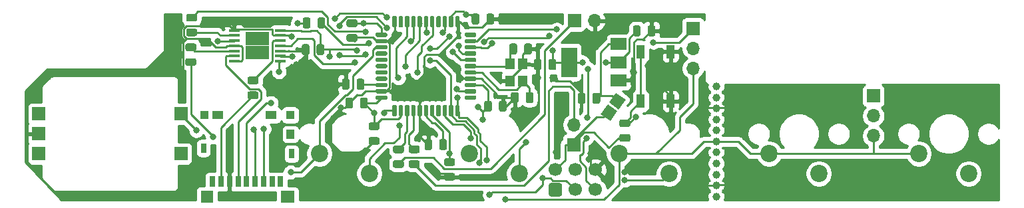
<source format=gbr>
%TF.GenerationSoftware,KiCad,Pcbnew,(5.1.6)-1*%
%TF.CreationDate,2021-02-18T08:34:05-06:00*%
%TF.ProjectId,Pikatea Macropad Mini,50696b61-7465-4612-904d-6163726f7061,rev?*%
%TF.SameCoordinates,Original*%
%TF.FileFunction,Copper,L1,Top*%
%TF.FilePolarity,Positive*%
%FSLAX46Y46*%
G04 Gerber Fmt 4.6, Leading zero omitted, Abs format (unit mm)*
G04 Created by KiCad (PCBNEW (5.1.6)-1) date 2021-02-18 08:34:05*
%MOMM*%
%LPD*%
G01*
G04 APERTURE LIST*
%TA.AperFunction,SMDPad,CuDef*%
%ADD10R,0.725000X1.200000*%
%TD*%
%TA.AperFunction,SMDPad,CuDef*%
%ADD11R,1.025000X1.150000*%
%TD*%
%TA.AperFunction,SMDPad,CuDef*%
%ADD12R,1.775000X1.500000*%
%TD*%
%TA.AperFunction,SMDPad,CuDef*%
%ADD13R,1.625000X1.500000*%
%TD*%
%TA.AperFunction,SMDPad,CuDef*%
%ADD14R,0.750000X1.350000*%
%TD*%
%TA.AperFunction,SMDPad,CuDef*%
%ADD15R,0.650000X1.350000*%
%TD*%
%TA.AperFunction,SMDPad,CuDef*%
%ADD16R,1.400000X1.050000*%
%TD*%
%TA.AperFunction,SMDPad,CuDef*%
%ADD17R,1.075000X1.050000*%
%TD*%
%TA.AperFunction,ComponentPad*%
%ADD18C,1.000000*%
%TD*%
%TA.AperFunction,ComponentPad*%
%ADD19O,1.700000X1.700000*%
%TD*%
%TA.AperFunction,ComponentPad*%
%ADD20R,1.700000X1.700000*%
%TD*%
%TA.AperFunction,ComponentPad*%
%ADD21C,2.200000*%
%TD*%
%TA.AperFunction,SMDPad,CuDef*%
%ADD22C,0.100000*%
%TD*%
%TA.AperFunction,SMDPad,CuDef*%
%ADD23R,1.500000X1.800000*%
%TD*%
%TA.AperFunction,SMDPad,CuDef*%
%ADD24R,1.450000X0.450000*%
%TD*%
%TA.AperFunction,SMDPad,CuDef*%
%ADD25R,2.000000X1.500000*%
%TD*%
%TA.AperFunction,SMDPad,CuDef*%
%ADD26R,2.000000X3.800000*%
%TD*%
%TA.AperFunction,SMDPad,CuDef*%
%ADD27R,1.000000X1.700000*%
%TD*%
%TA.AperFunction,ComponentPad*%
%ADD28C,1.700000*%
%TD*%
%TA.AperFunction,SMDPad,CuDef*%
%ADD29R,1.200000X1.400000*%
%TD*%
%TA.AperFunction,ViaPad*%
%ADD30C,0.800000*%
%TD*%
%TA.AperFunction,Conductor*%
%ADD31C,0.250000*%
%TD*%
%TA.AperFunction,Conductor*%
%ADD32C,0.254000*%
%TD*%
G04 APERTURE END LIST*
D10*
%TO.P,XS1,15*%
%TO.N,N/C*%
X112300000Y-106750000D03*
%TO.P,XS1,18*%
X123512500Y-107450000D03*
D11*
%TO.P,XS1,10*%
X123362500Y-104975000D03*
D12*
%TO.P,XS1,17*%
X122987500Y-112950000D03*
D13*
%TO.P,XS1,16*%
X112737500Y-112950000D03*
D14*
%TO.P,XS1,8*%
%TO.N,Net-(XS1-Pad8)*%
X113400000Y-111025000D03*
%TO.P,XS1,7*%
%TO.N,Net-(R1-Pad2)*%
X114500000Y-111025000D03*
%TO.P,XS1,6*%
%TO.N,GND*%
X115600000Y-111025000D03*
%TO.P,XS1,5*%
%TO.N,Net-(U3-Pad6)*%
X116700000Y-111025000D03*
%TO.P,XS1,4*%
%TO.N,/3.3V*%
X117800000Y-111025000D03*
%TO.P,XS1,3*%
%TO.N,Net-(U3-Pad3)*%
X118900000Y-111025000D03*
%TO.P,XS1,2*%
%TO.N,Net-(U3-Pad8)*%
X120000000Y-111025000D03*
%TO.P,XS1,1*%
%TO.N,Net-(XS1-Pad1)*%
X121100000Y-111025000D03*
D15*
%TO.P,XS1,9*%
%TO.N,Net-(XS1-Pad9)*%
X122090000Y-111025000D03*
D16*
%TO.P,XS1,13*%
%TO.N,N/C*%
X114100000Y-102525000D03*
D17*
%TO.P,XS1,14*%
X112462500Y-102525000D03*
%TO.P,XS1,11*%
X123337500Y-102525000D03*
D16*
%TO.P,XS1,12*%
X120900000Y-102525000D03*
%TD*%
D18*
%TO.P,J6,1*%
%TO.N,GND*%
X177500000Y-98900000D03*
X177500000Y-112900000D03*
X177500000Y-111500000D03*
%TO.P,J6,3*%
%TO.N,/D6*%
X177500000Y-110100000D03*
%TO.P,J6,2*%
%TO.N,/D8*%
X177500000Y-108700000D03*
%TO.P,J6,1*%
%TO.N,GND*%
X177500000Y-107300000D03*
X177500000Y-100300000D03*
X177500000Y-101700000D03*
X177500000Y-103100000D03*
X177500000Y-104500000D03*
%TO.P,J6,4*%
%TO.N,/A0*%
X177500000Y-105900000D03*
%TD*%
D19*
%TO.P,J5,3*%
%TO.N,/A0*%
X197500000Y-105180000D03*
%TO.P,J5,2*%
%TO.N,/D6*%
X197500000Y-102640000D03*
D20*
%TO.P,J5,1*%
%TO.N,/D8*%
X197500000Y-100100000D03*
%TD*%
D21*
%TO.P,MX5,2*%
%TO.N,/A0*%
X203250000Y-107460000D03*
%TO.P,MX5,1*%
%TO.N,/D6*%
X209600000Y-110000000D03*
%TD*%
%TO.P,MX4,2*%
%TO.N,/A0*%
X184200000Y-107460000D03*
%TO.P,MX4,1*%
%TO.N,/D8*%
X190550000Y-110000000D03*
%TD*%
D19*
%TO.P,J4,3*%
%TO.N,/A0*%
X174550000Y-96580000D03*
%TO.P,J4,2*%
%TO.N,/D1*%
X174550000Y-94040000D03*
D20*
%TO.P,J4,1*%
%TO.N,/D0*%
X174550000Y-91500000D03*
%TD*%
%TA.AperFunction,SMDPad,CuDef*%
D22*
%TO.P,SW3,2*%
%TO.N,Net-(C11-Pad1)*%
G36*
X165117651Y-101809428D02*
G01*
X163869263Y-100935298D01*
X164743393Y-99686910D01*
X165991781Y-100561040D01*
X165117651Y-101809428D01*
G37*
%TD.AperFunction*%
%TA.AperFunction,SMDPad,CuDef*%
%TO.P,SW3,1*%
%TO.N,VBUS*%
G36*
X164085214Y-103283901D02*
G01*
X162836826Y-102409771D01*
X163710956Y-101161383D01*
X164959344Y-102035513D01*
X164085214Y-103283901D01*
G37*
%TD.AperFunction*%
%TD*%
%TO.P,C13,2*%
%TO.N,GND*%
%TA.AperFunction,SMDPad,CuDef*%
G36*
G01*
X168787500Y-92256250D02*
X168787500Y-91343750D01*
G75*
G02*
X169031250Y-91100000I243750J0D01*
G01*
X169518750Y-91100000D01*
G75*
G02*
X169762500Y-91343750I0J-243750D01*
G01*
X169762500Y-92256250D01*
G75*
G02*
X169518750Y-92500000I-243750J0D01*
G01*
X169031250Y-92500000D01*
G75*
G02*
X168787500Y-92256250I0J243750D01*
G01*
G37*
%TD.AperFunction*%
%TO.P,C13,1*%
%TO.N,/3.3V*%
%TA.AperFunction,SMDPad,CuDef*%
G36*
G01*
X166912500Y-92256250D02*
X166912500Y-91343750D01*
G75*
G02*
X167156250Y-91100000I243750J0D01*
G01*
X167643750Y-91100000D01*
G75*
G02*
X167887500Y-91343750I0J-243750D01*
G01*
X167887500Y-92256250D01*
G75*
G02*
X167643750Y-92500000I-243750J0D01*
G01*
X167156250Y-92500000D01*
G75*
G02*
X166912500Y-92256250I0J243750D01*
G01*
G37*
%TD.AperFunction*%
%TD*%
D19*
%TO.P,J3,2*%
%TO.N,GND*%
X162040000Y-90500000D03*
D20*
%TO.P,J3,1*%
%TO.N,/D-*%
X159500000Y-90500000D03*
%TD*%
D19*
%TO.P,J2,2*%
%TO.N,/D+*%
X159400000Y-103760000D03*
D20*
%TO.P,J2,1*%
%TO.N,VBUS*%
X159400000Y-106300000D03*
%TD*%
D23*
%TO.P,U3,15*%
%TO.N,N/C*%
X118400000Y-92800000D03*
D24*
%TO.P,U3,14*%
%TO.N,/3.3V*%
X122100000Y-91750000D03*
%TO.P,U3,13*%
%TO.N,GND*%
X122100000Y-92400000D03*
%TO.P,U3,12*%
%TO.N,Net-(R1-Pad1)*%
X122100000Y-93050000D03*
%TO.P,U3,11*%
%TO.N,/MISO*%
X122100000Y-93700000D03*
%TO.P,U3,10*%
%TO.N,GND*%
X122100000Y-94350000D03*
%TO.P,U3,9*%
%TO.N,Net-(R6-Pad2)*%
X122100000Y-95000000D03*
%TO.P,U3,8*%
%TO.N,Net-(U3-Pad8)*%
X122100000Y-95650000D03*
%TO.P,U3,7*%
%TO.N,GND*%
X116200000Y-95650000D03*
%TO.P,U3,6*%
%TO.N,Net-(U3-Pad6)*%
X116200000Y-95000000D03*
%TO.P,U3,5*%
%TO.N,Net-(R7-Pad1)*%
X116200000Y-94350000D03*
%TO.P,U3,4*%
%TO.N,GND*%
X116200000Y-93700000D03*
%TO.P,U3,3*%
%TO.N,Net-(U3-Pad3)*%
X116200000Y-93050000D03*
%TO.P,U3,2*%
%TO.N,Net-(R2-Pad1)*%
X116200000Y-92400000D03*
%TO.P,U3,1*%
%TO.N,GND*%
X116200000Y-91750000D03*
D23*
%TO.P,U3,15*%
%TO.N,N/C*%
X119900000Y-92800000D03*
X119900000Y-94600000D03*
X118400000Y-94600000D03*
%TD*%
D25*
%TO.P,U2,1*%
%TO.N,GND*%
X165100000Y-98100000D03*
%TO.P,U2,3*%
%TO.N,Net-(C11-Pad1)*%
X165100000Y-93500000D03*
%TO.P,U2,2*%
%TO.N,/3.3V*%
X165100000Y-95800000D03*
D26*
X158800000Y-95800000D03*
%TD*%
D27*
%TO.P,SW1,2*%
%TO.N,/RESET*%
X167900000Y-100750000D03*
X167900000Y-94450000D03*
%TO.P,SW1,1*%
%TO.N,GND*%
X171700000Y-100750000D03*
X171700000Y-94450000D03*
%TD*%
%TO.P,R7,2*%
%TO.N,/SCK*%
%TA.AperFunction,SMDPad,CuDef*%
G36*
G01*
X110243750Y-95287500D02*
X111156250Y-95287500D01*
G75*
G02*
X111400000Y-95531250I0J-243750D01*
G01*
X111400000Y-96018750D01*
G75*
G02*
X111156250Y-96262500I-243750J0D01*
G01*
X110243750Y-96262500D01*
G75*
G02*
X110000000Y-96018750I0J243750D01*
G01*
X110000000Y-95531250D01*
G75*
G02*
X110243750Y-95287500I243750J0D01*
G01*
G37*
%TD.AperFunction*%
%TO.P,R7,1*%
%TO.N,Net-(R7-Pad1)*%
%TA.AperFunction,SMDPad,CuDef*%
G36*
G01*
X110243750Y-93412500D02*
X111156250Y-93412500D01*
G75*
G02*
X111400000Y-93656250I0J-243750D01*
G01*
X111400000Y-94143750D01*
G75*
G02*
X111156250Y-94387500I-243750J0D01*
G01*
X110243750Y-94387500D01*
G75*
G02*
X110000000Y-94143750I0J243750D01*
G01*
X110000000Y-93656250D01*
G75*
G02*
X110243750Y-93412500I243750J0D01*
G01*
G37*
%TD.AperFunction*%
%TD*%
%TO.P,R6,2*%
%TO.N,Net-(R6-Pad2)*%
%TA.AperFunction,SMDPad,CuDef*%
G36*
G01*
X125912500Y-90343750D02*
X125912500Y-91256250D01*
G75*
G02*
X125668750Y-91500000I-243750J0D01*
G01*
X125181250Y-91500000D01*
G75*
G02*
X124937500Y-91256250I0J243750D01*
G01*
X124937500Y-90343750D01*
G75*
G02*
X125181250Y-90100000I243750J0D01*
G01*
X125668750Y-90100000D01*
G75*
G02*
X125912500Y-90343750I0J-243750D01*
G01*
G37*
%TD.AperFunction*%
%TO.P,R6,1*%
%TO.N,/CS*%
%TA.AperFunction,SMDPad,CuDef*%
G36*
G01*
X127787500Y-90343750D02*
X127787500Y-91256250D01*
G75*
G02*
X127543750Y-91500000I-243750J0D01*
G01*
X127056250Y-91500000D01*
G75*
G02*
X126812500Y-91256250I0J243750D01*
G01*
X126812500Y-90343750D01*
G75*
G02*
X127056250Y-90100000I243750J0D01*
G01*
X127543750Y-90100000D01*
G75*
G02*
X127787500Y-90343750I0J-243750D01*
G01*
G37*
%TD.AperFunction*%
%TD*%
%TO.P,R3,2*%
%TO.N,/RESET*%
%TA.AperFunction,SMDPad,CuDef*%
G36*
G01*
X166336250Y-104052500D02*
X165423750Y-104052500D01*
G75*
G02*
X165180000Y-103808750I0J243750D01*
G01*
X165180000Y-103321250D01*
G75*
G02*
X165423750Y-103077500I243750J0D01*
G01*
X166336250Y-103077500D01*
G75*
G02*
X166580000Y-103321250I0J-243750D01*
G01*
X166580000Y-103808750D01*
G75*
G02*
X166336250Y-104052500I-243750J0D01*
G01*
G37*
%TD.AperFunction*%
%TO.P,R3,1*%
%TO.N,VBUS*%
%TA.AperFunction,SMDPad,CuDef*%
G36*
G01*
X166336250Y-105927500D02*
X165423750Y-105927500D01*
G75*
G02*
X165180000Y-105683750I0J243750D01*
G01*
X165180000Y-105196250D01*
G75*
G02*
X165423750Y-104952500I243750J0D01*
G01*
X166336250Y-104952500D01*
G75*
G02*
X166580000Y-105196250I0J-243750D01*
G01*
X166580000Y-105683750D01*
G75*
G02*
X166336250Y-105927500I-243750J0D01*
G01*
G37*
%TD.AperFunction*%
%TD*%
%TO.P,R2,2*%
%TO.N,/MOSI*%
%TA.AperFunction,SMDPad,CuDef*%
G36*
G01*
X111256250Y-90612500D02*
X110343750Y-90612500D01*
G75*
G02*
X110100000Y-90368750I0J243750D01*
G01*
X110100000Y-89881250D01*
G75*
G02*
X110343750Y-89637500I243750J0D01*
G01*
X111256250Y-89637500D01*
G75*
G02*
X111500000Y-89881250I0J-243750D01*
G01*
X111500000Y-90368750D01*
G75*
G02*
X111256250Y-90612500I-243750J0D01*
G01*
G37*
%TD.AperFunction*%
%TO.P,R2,1*%
%TO.N,Net-(R2-Pad1)*%
%TA.AperFunction,SMDPad,CuDef*%
G36*
G01*
X111256250Y-92487500D02*
X110343750Y-92487500D01*
G75*
G02*
X110100000Y-92243750I0J243750D01*
G01*
X110100000Y-91756250D01*
G75*
G02*
X110343750Y-91512500I243750J0D01*
G01*
X111256250Y-91512500D01*
G75*
G02*
X111500000Y-91756250I0J-243750D01*
G01*
X111500000Y-92243750D01*
G75*
G02*
X111256250Y-92487500I-243750J0D01*
G01*
G37*
%TD.AperFunction*%
%TD*%
%TO.P,R1,2*%
%TO.N,Net-(R1-Pad2)*%
%TA.AperFunction,SMDPad,CuDef*%
G36*
G01*
X118143750Y-99512500D02*
X119056250Y-99512500D01*
G75*
G02*
X119300000Y-99756250I0J-243750D01*
G01*
X119300000Y-100243750D01*
G75*
G02*
X119056250Y-100487500I-243750J0D01*
G01*
X118143750Y-100487500D01*
G75*
G02*
X117900000Y-100243750I0J243750D01*
G01*
X117900000Y-99756250D01*
G75*
G02*
X118143750Y-99512500I243750J0D01*
G01*
G37*
%TD.AperFunction*%
%TO.P,R1,1*%
%TO.N,Net-(R1-Pad1)*%
%TA.AperFunction,SMDPad,CuDef*%
G36*
G01*
X118143750Y-97637500D02*
X119056250Y-97637500D01*
G75*
G02*
X119300000Y-97881250I0J-243750D01*
G01*
X119300000Y-98368750D01*
G75*
G02*
X119056250Y-98612500I-243750J0D01*
G01*
X118143750Y-98612500D01*
G75*
G02*
X117900000Y-98368750I0J243750D01*
G01*
X117900000Y-97881250D01*
G75*
G02*
X118143750Y-97637500I243750J0D01*
G01*
G37*
%TD.AperFunction*%
%TD*%
D28*
%TO.P,J1,6*%
%TO.N,GND*%
X162140000Y-109500000D03*
%TO.P,J1,4*%
%TO.N,/MOSI*%
X159600000Y-109500000D03*
%TO.P,J1,2*%
%TO.N,VBUS*%
X157060000Y-109500000D03*
%TO.P,J1,5*%
%TO.N,/RESET*%
X162140000Y-112040000D03*
%TO.P,J1,3*%
%TO.N,/SCK*%
X159600000Y-112040000D03*
%TO.P,J1,1*%
%TO.N,/MISO*%
%TA.AperFunction,ComponentPad*%
G36*
G01*
X157660000Y-112890000D02*
X156460000Y-112890000D01*
G75*
G02*
X156210000Y-112640000I0J250000D01*
G01*
X156210000Y-111440000D01*
G75*
G02*
X156460000Y-111190000I250000J0D01*
G01*
X157660000Y-111190000D01*
G75*
G02*
X157910000Y-111440000I0J-250000D01*
G01*
X157910000Y-112640000D01*
G75*
G02*
X157660000Y-112890000I-250000J0D01*
G01*
G37*
%TD.AperFunction*%
%TD*%
%TO.P,C14,2*%
%TO.N,GND*%
%TA.AperFunction,SMDPad,CuDef*%
G36*
G01*
X155287500Y-95643750D02*
X155287500Y-96556250D01*
G75*
G02*
X155043750Y-96800000I-243750J0D01*
G01*
X154556250Y-96800000D01*
G75*
G02*
X154312500Y-96556250I0J243750D01*
G01*
X154312500Y-95643750D01*
G75*
G02*
X154556250Y-95400000I243750J0D01*
G01*
X155043750Y-95400000D01*
G75*
G02*
X155287500Y-95643750I0J-243750D01*
G01*
G37*
%TD.AperFunction*%
%TO.P,C14,1*%
%TO.N,/3.3V*%
%TA.AperFunction,SMDPad,CuDef*%
G36*
G01*
X157162500Y-95643750D02*
X157162500Y-96556250D01*
G75*
G02*
X156918750Y-96800000I-243750J0D01*
G01*
X156431250Y-96800000D01*
G75*
G02*
X156187500Y-96556250I0J243750D01*
G01*
X156187500Y-95643750D01*
G75*
G02*
X156431250Y-95400000I243750J0D01*
G01*
X156918750Y-95400000D01*
G75*
G02*
X157162500Y-95643750I0J-243750D01*
G01*
G37*
%TD.AperFunction*%
%TD*%
%TO.P,C12,2*%
%TO.N,GND*%
%TA.AperFunction,SMDPad,CuDef*%
G36*
G01*
X125787500Y-93743750D02*
X125787500Y-94656250D01*
G75*
G02*
X125543750Y-94900000I-243750J0D01*
G01*
X125056250Y-94900000D01*
G75*
G02*
X124812500Y-94656250I0J243750D01*
G01*
X124812500Y-93743750D01*
G75*
G02*
X125056250Y-93500000I243750J0D01*
G01*
X125543750Y-93500000D01*
G75*
G02*
X125787500Y-93743750I0J-243750D01*
G01*
G37*
%TD.AperFunction*%
%TO.P,C12,1*%
%TO.N,/3.3V*%
%TA.AperFunction,SMDPad,CuDef*%
G36*
G01*
X127662500Y-93743750D02*
X127662500Y-94656250D01*
G75*
G02*
X127418750Y-94900000I-243750J0D01*
G01*
X126931250Y-94900000D01*
G75*
G02*
X126687500Y-94656250I0J243750D01*
G01*
X126687500Y-93743750D01*
G75*
G02*
X126931250Y-93500000I243750J0D01*
G01*
X127418750Y-93500000D01*
G75*
G02*
X127662500Y-93743750I0J-243750D01*
G01*
G37*
%TD.AperFunction*%
%TD*%
%TO.P,C11,2*%
%TO.N,GND*%
%TA.AperFunction,SMDPad,CuDef*%
G36*
G01*
X160887500Y-99943750D02*
X160887500Y-100856250D01*
G75*
G02*
X160643750Y-101100000I-243750J0D01*
G01*
X160156250Y-101100000D01*
G75*
G02*
X159912500Y-100856250I0J243750D01*
G01*
X159912500Y-99943750D01*
G75*
G02*
X160156250Y-99700000I243750J0D01*
G01*
X160643750Y-99700000D01*
G75*
G02*
X160887500Y-99943750I0J-243750D01*
G01*
G37*
%TD.AperFunction*%
%TO.P,C11,1*%
%TO.N,Net-(C11-Pad1)*%
%TA.AperFunction,SMDPad,CuDef*%
G36*
G01*
X162762500Y-99943750D02*
X162762500Y-100856250D01*
G75*
G02*
X162518750Y-101100000I-243750J0D01*
G01*
X162031250Y-101100000D01*
G75*
G02*
X161787500Y-100856250I0J243750D01*
G01*
X161787500Y-99943750D01*
G75*
G02*
X162031250Y-99700000I243750J0D01*
G01*
X162518750Y-99700000D01*
G75*
G02*
X162762500Y-99943750I0J-243750D01*
G01*
G37*
%TD.AperFunction*%
%TD*%
D20*
%TO.P,SW2,S1*%
%TO.N,/D2*%
X109450000Y-102360000D03*
%TO.P,SW2,S2*%
%TO.N,/A0*%
X109450000Y-107440000D03*
%TO.P,SW2,C*%
%TO.N,GND*%
X91350000Y-104900000D03*
%TO.P,SW2,B*%
%TO.N,/D3*%
X91350000Y-102360000D03*
%TO.P,SW2,A*%
%TO.N,/D4*%
X91350000Y-107440000D03*
%TD*%
D29*
%TO.P,X1,4*%
%TO.N,GND*%
X152900000Y-96000000D03*
%TO.P,X1,3*%
%TO.N,Net-(C8-Pad1)*%
X152900000Y-98200000D03*
%TO.P,X1,2*%
%TO.N,GND*%
X151300000Y-98200000D03*
%TO.P,X1,1*%
%TO.N,Net-(C7-Pad1)*%
X151300000Y-96000000D03*
%TD*%
%TO.P,U1,44*%
%TO.N,VBUS*%
%TA.AperFunction,SMDPad,CuDef*%
G36*
G01*
X135537500Y-100575000D02*
X134337500Y-100575000D01*
G75*
G02*
X134200000Y-100437500I0J137500D01*
G01*
X134200000Y-100162500D01*
G75*
G02*
X134337500Y-100025000I137500J0D01*
G01*
X135537500Y-100025000D01*
G75*
G02*
X135675000Y-100162500I0J-137500D01*
G01*
X135675000Y-100437500D01*
G75*
G02*
X135537500Y-100575000I-137500J0D01*
G01*
G37*
%TD.AperFunction*%
%TO.P,U1,43*%
%TO.N,GND*%
%TA.AperFunction,SMDPad,CuDef*%
G36*
G01*
X135537500Y-99775000D02*
X134337500Y-99775000D01*
G75*
G02*
X134200000Y-99637500I0J137500D01*
G01*
X134200000Y-99362500D01*
G75*
G02*
X134337500Y-99225000I137500J0D01*
G01*
X135537500Y-99225000D01*
G75*
G02*
X135675000Y-99362500I0J-137500D01*
G01*
X135675000Y-99637500D01*
G75*
G02*
X135537500Y-99775000I-137500J0D01*
G01*
G37*
%TD.AperFunction*%
%TO.P,U1,42*%
%TO.N,Net-(C10-Pad1)*%
%TA.AperFunction,SMDPad,CuDef*%
G36*
G01*
X135537500Y-98975000D02*
X134337500Y-98975000D01*
G75*
G02*
X134200000Y-98837500I0J137500D01*
G01*
X134200000Y-98562500D01*
G75*
G02*
X134337500Y-98425000I137500J0D01*
G01*
X135537500Y-98425000D01*
G75*
G02*
X135675000Y-98562500I0J-137500D01*
G01*
X135675000Y-98837500D01*
G75*
G02*
X135537500Y-98975000I-137500J0D01*
G01*
G37*
%TD.AperFunction*%
%TO.P,U1,41*%
%TO.N,Net-(U1-Pad41)*%
%TA.AperFunction,SMDPad,CuDef*%
G36*
G01*
X135537500Y-98175000D02*
X134337500Y-98175000D01*
G75*
G02*
X134200000Y-98037500I0J137500D01*
G01*
X134200000Y-97762500D01*
G75*
G02*
X134337500Y-97625000I137500J0D01*
G01*
X135537500Y-97625000D01*
G75*
G02*
X135675000Y-97762500I0J-137500D01*
G01*
X135675000Y-98037500D01*
G75*
G02*
X135537500Y-98175000I-137500J0D01*
G01*
G37*
%TD.AperFunction*%
%TO.P,U1,40*%
%TO.N,Net-(U1-Pad40)*%
%TA.AperFunction,SMDPad,CuDef*%
G36*
G01*
X135537500Y-97375000D02*
X134337500Y-97375000D01*
G75*
G02*
X134200000Y-97237500I0J137500D01*
G01*
X134200000Y-96962500D01*
G75*
G02*
X134337500Y-96825000I137500J0D01*
G01*
X135537500Y-96825000D01*
G75*
G02*
X135675000Y-96962500I0J-137500D01*
G01*
X135675000Y-97237500D01*
G75*
G02*
X135537500Y-97375000I-137500J0D01*
G01*
G37*
%TD.AperFunction*%
%TO.P,U1,39*%
%TO.N,Net-(U1-Pad39)*%
%TA.AperFunction,SMDPad,CuDef*%
G36*
G01*
X135537500Y-96575000D02*
X134337500Y-96575000D01*
G75*
G02*
X134200000Y-96437500I0J137500D01*
G01*
X134200000Y-96162500D01*
G75*
G02*
X134337500Y-96025000I137500J0D01*
G01*
X135537500Y-96025000D01*
G75*
G02*
X135675000Y-96162500I0J-137500D01*
G01*
X135675000Y-96437500D01*
G75*
G02*
X135537500Y-96575000I-137500J0D01*
G01*
G37*
%TD.AperFunction*%
%TO.P,U1,38*%
%TO.N,Net-(U1-Pad38)*%
%TA.AperFunction,SMDPad,CuDef*%
G36*
G01*
X135537500Y-95775000D02*
X134337500Y-95775000D01*
G75*
G02*
X134200000Y-95637500I0J137500D01*
G01*
X134200000Y-95362500D01*
G75*
G02*
X134337500Y-95225000I137500J0D01*
G01*
X135537500Y-95225000D01*
G75*
G02*
X135675000Y-95362500I0J-137500D01*
G01*
X135675000Y-95637500D01*
G75*
G02*
X135537500Y-95775000I-137500J0D01*
G01*
G37*
%TD.AperFunction*%
%TO.P,U1,37*%
%TO.N,Net-(U1-Pad37)*%
%TA.AperFunction,SMDPad,CuDef*%
G36*
G01*
X135537500Y-94975000D02*
X134337500Y-94975000D01*
G75*
G02*
X134200000Y-94837500I0J137500D01*
G01*
X134200000Y-94562500D01*
G75*
G02*
X134337500Y-94425000I137500J0D01*
G01*
X135537500Y-94425000D01*
G75*
G02*
X135675000Y-94562500I0J-137500D01*
G01*
X135675000Y-94837500D01*
G75*
G02*
X135537500Y-94975000I-137500J0D01*
G01*
G37*
%TD.AperFunction*%
%TO.P,U1,36*%
%TO.N,/A0*%
%TA.AperFunction,SMDPad,CuDef*%
G36*
G01*
X135537500Y-94175000D02*
X134337500Y-94175000D01*
G75*
G02*
X134200000Y-94037500I0J137500D01*
G01*
X134200000Y-93762500D01*
G75*
G02*
X134337500Y-93625000I137500J0D01*
G01*
X135537500Y-93625000D01*
G75*
G02*
X135675000Y-93762500I0J-137500D01*
G01*
X135675000Y-94037500D01*
G75*
G02*
X135537500Y-94175000I-137500J0D01*
G01*
G37*
%TD.AperFunction*%
%TO.P,U1,35*%
%TO.N,GND*%
%TA.AperFunction,SMDPad,CuDef*%
G36*
G01*
X135537500Y-93375000D02*
X134337500Y-93375000D01*
G75*
G02*
X134200000Y-93237500I0J137500D01*
G01*
X134200000Y-92962500D01*
G75*
G02*
X134337500Y-92825000I137500J0D01*
G01*
X135537500Y-92825000D01*
G75*
G02*
X135675000Y-92962500I0J-137500D01*
G01*
X135675000Y-93237500D01*
G75*
G02*
X135537500Y-93375000I-137500J0D01*
G01*
G37*
%TD.AperFunction*%
%TO.P,U1,34*%
%TO.N,VBUS*%
%TA.AperFunction,SMDPad,CuDef*%
G36*
G01*
X135537500Y-92575000D02*
X134337500Y-92575000D01*
G75*
G02*
X134200000Y-92437500I0J137500D01*
G01*
X134200000Y-92162500D01*
G75*
G02*
X134337500Y-92025000I137500J0D01*
G01*
X135537500Y-92025000D01*
G75*
G02*
X135675000Y-92162500I0J-137500D01*
G01*
X135675000Y-92437500D01*
G75*
G02*
X135537500Y-92575000I-137500J0D01*
G01*
G37*
%TD.AperFunction*%
%TO.P,U1,33*%
%TO.N,GND*%
%TA.AperFunction,SMDPad,CuDef*%
G36*
G01*
X136737500Y-91375000D02*
X136462500Y-91375000D01*
G75*
G02*
X136325000Y-91237500I0J137500D01*
G01*
X136325000Y-90037500D01*
G75*
G02*
X136462500Y-89900000I137500J0D01*
G01*
X136737500Y-89900000D01*
G75*
G02*
X136875000Y-90037500I0J-137500D01*
G01*
X136875000Y-91237500D01*
G75*
G02*
X136737500Y-91375000I-137500J0D01*
G01*
G37*
%TD.AperFunction*%
%TO.P,U1,32*%
%TO.N,/D13*%
%TA.AperFunction,SMDPad,CuDef*%
G36*
G01*
X137537500Y-91375000D02*
X137262500Y-91375000D01*
G75*
G02*
X137125000Y-91237500I0J137500D01*
G01*
X137125000Y-90037500D01*
G75*
G02*
X137262500Y-89900000I137500J0D01*
G01*
X137537500Y-89900000D01*
G75*
G02*
X137675000Y-90037500I0J-137500D01*
G01*
X137675000Y-91237500D01*
G75*
G02*
X137537500Y-91375000I-137500J0D01*
G01*
G37*
%TD.AperFunction*%
%TO.P,U1,31*%
%TO.N,/D5*%
%TA.AperFunction,SMDPad,CuDef*%
G36*
G01*
X138337500Y-91375000D02*
X138062500Y-91375000D01*
G75*
G02*
X137925000Y-91237500I0J137500D01*
G01*
X137925000Y-90037500D01*
G75*
G02*
X138062500Y-89900000I137500J0D01*
G01*
X138337500Y-89900000D01*
G75*
G02*
X138475000Y-90037500I0J-137500D01*
G01*
X138475000Y-91237500D01*
G75*
G02*
X138337500Y-91375000I-137500J0D01*
G01*
G37*
%TD.AperFunction*%
%TO.P,U1,30*%
%TO.N,/CS*%
%TA.AperFunction,SMDPad,CuDef*%
G36*
G01*
X139137500Y-91375000D02*
X138862500Y-91375000D01*
G75*
G02*
X138725000Y-91237500I0J137500D01*
G01*
X138725000Y-90037500D01*
G75*
G02*
X138862500Y-89900000I137500J0D01*
G01*
X139137500Y-89900000D01*
G75*
G02*
X139275000Y-90037500I0J-137500D01*
G01*
X139275000Y-91237500D01*
G75*
G02*
X139137500Y-91375000I-137500J0D01*
G01*
G37*
%TD.AperFunction*%
%TO.P,U1,29*%
%TO.N,/D9*%
%TA.AperFunction,SMDPad,CuDef*%
G36*
G01*
X139937500Y-91375000D02*
X139662500Y-91375000D01*
G75*
G02*
X139525000Y-91237500I0J137500D01*
G01*
X139525000Y-90037500D01*
G75*
G02*
X139662500Y-89900000I137500J0D01*
G01*
X139937500Y-89900000D01*
G75*
G02*
X140075000Y-90037500I0J-137500D01*
G01*
X140075000Y-91237500D01*
G75*
G02*
X139937500Y-91375000I-137500J0D01*
G01*
G37*
%TD.AperFunction*%
%TO.P,U1,28*%
%TO.N,/D8*%
%TA.AperFunction,SMDPad,CuDef*%
G36*
G01*
X140737500Y-91375000D02*
X140462500Y-91375000D01*
G75*
G02*
X140325000Y-91237500I0J137500D01*
G01*
X140325000Y-90037500D01*
G75*
G02*
X140462500Y-89900000I137500J0D01*
G01*
X140737500Y-89900000D01*
G75*
G02*
X140875000Y-90037500I0J-137500D01*
G01*
X140875000Y-91237500D01*
G75*
G02*
X140737500Y-91375000I-137500J0D01*
G01*
G37*
%TD.AperFunction*%
%TO.P,U1,27*%
%TO.N,/D6*%
%TA.AperFunction,SMDPad,CuDef*%
G36*
G01*
X141537500Y-91375000D02*
X141262500Y-91375000D01*
G75*
G02*
X141125000Y-91237500I0J137500D01*
G01*
X141125000Y-90037500D01*
G75*
G02*
X141262500Y-89900000I137500J0D01*
G01*
X141537500Y-89900000D01*
G75*
G02*
X141675000Y-90037500I0J-137500D01*
G01*
X141675000Y-91237500D01*
G75*
G02*
X141537500Y-91375000I-137500J0D01*
G01*
G37*
%TD.AperFunction*%
%TO.P,U1,26*%
%TO.N,/D12*%
%TA.AperFunction,SMDPad,CuDef*%
G36*
G01*
X142337500Y-91375000D02*
X142062500Y-91375000D01*
G75*
G02*
X141925000Y-91237500I0J137500D01*
G01*
X141925000Y-90037500D01*
G75*
G02*
X142062500Y-89900000I137500J0D01*
G01*
X142337500Y-89900000D01*
G75*
G02*
X142475000Y-90037500I0J-137500D01*
G01*
X142475000Y-91237500D01*
G75*
G02*
X142337500Y-91375000I-137500J0D01*
G01*
G37*
%TD.AperFunction*%
%TO.P,U1,25*%
%TO.N,/D4*%
%TA.AperFunction,SMDPad,CuDef*%
G36*
G01*
X143137500Y-91375000D02*
X142862500Y-91375000D01*
G75*
G02*
X142725000Y-91237500I0J137500D01*
G01*
X142725000Y-90037500D01*
G75*
G02*
X142862500Y-89900000I137500J0D01*
G01*
X143137500Y-89900000D01*
G75*
G02*
X143275000Y-90037500I0J-137500D01*
G01*
X143275000Y-91237500D01*
G75*
G02*
X143137500Y-91375000I-137500J0D01*
G01*
G37*
%TD.AperFunction*%
%TO.P,U1,24*%
%TO.N,VBUS*%
%TA.AperFunction,SMDPad,CuDef*%
G36*
G01*
X143937500Y-91375000D02*
X143662500Y-91375000D01*
G75*
G02*
X143525000Y-91237500I0J137500D01*
G01*
X143525000Y-90037500D01*
G75*
G02*
X143662500Y-89900000I137500J0D01*
G01*
X143937500Y-89900000D01*
G75*
G02*
X144075000Y-90037500I0J-137500D01*
G01*
X144075000Y-91237500D01*
G75*
G02*
X143937500Y-91375000I-137500J0D01*
G01*
G37*
%TD.AperFunction*%
%TO.P,U1,23*%
%TO.N,GND*%
%TA.AperFunction,SMDPad,CuDef*%
G36*
G01*
X144737500Y-91375000D02*
X144462500Y-91375000D01*
G75*
G02*
X144325000Y-91237500I0J137500D01*
G01*
X144325000Y-90037500D01*
G75*
G02*
X144462500Y-89900000I137500J0D01*
G01*
X144737500Y-89900000D01*
G75*
G02*
X144875000Y-90037500I0J-137500D01*
G01*
X144875000Y-91237500D01*
G75*
G02*
X144737500Y-91375000I-137500J0D01*
G01*
G37*
%TD.AperFunction*%
%TO.P,U1,22*%
%TO.N,Net-(U1-Pad22)*%
%TA.AperFunction,SMDPad,CuDef*%
G36*
G01*
X146862500Y-92575000D02*
X145662500Y-92575000D01*
G75*
G02*
X145525000Y-92437500I0J137500D01*
G01*
X145525000Y-92162500D01*
G75*
G02*
X145662500Y-92025000I137500J0D01*
G01*
X146862500Y-92025000D01*
G75*
G02*
X147000000Y-92162500I0J-137500D01*
G01*
X147000000Y-92437500D01*
G75*
G02*
X146862500Y-92575000I-137500J0D01*
G01*
G37*
%TD.AperFunction*%
%TO.P,U1,21*%
%TO.N,/D1*%
%TA.AperFunction,SMDPad,CuDef*%
G36*
G01*
X146862500Y-93375000D02*
X145662500Y-93375000D01*
G75*
G02*
X145525000Y-93237500I0J137500D01*
G01*
X145525000Y-92962500D01*
G75*
G02*
X145662500Y-92825000I137500J0D01*
G01*
X146862500Y-92825000D01*
G75*
G02*
X147000000Y-92962500I0J-137500D01*
G01*
X147000000Y-93237500D01*
G75*
G02*
X146862500Y-93375000I-137500J0D01*
G01*
G37*
%TD.AperFunction*%
%TO.P,U1,20*%
%TO.N,/D0*%
%TA.AperFunction,SMDPad,CuDef*%
G36*
G01*
X146862500Y-94175000D02*
X145662500Y-94175000D01*
G75*
G02*
X145525000Y-94037500I0J137500D01*
G01*
X145525000Y-93762500D01*
G75*
G02*
X145662500Y-93625000I137500J0D01*
G01*
X146862500Y-93625000D01*
G75*
G02*
X147000000Y-93762500I0J-137500D01*
G01*
X147000000Y-94037500D01*
G75*
G02*
X146862500Y-94175000I-137500J0D01*
G01*
G37*
%TD.AperFunction*%
%TO.P,U1,19*%
%TO.N,/D2*%
%TA.AperFunction,SMDPad,CuDef*%
G36*
G01*
X146862500Y-94975000D02*
X145662500Y-94975000D01*
G75*
G02*
X145525000Y-94837500I0J137500D01*
G01*
X145525000Y-94562500D01*
G75*
G02*
X145662500Y-94425000I137500J0D01*
G01*
X146862500Y-94425000D01*
G75*
G02*
X147000000Y-94562500I0J-137500D01*
G01*
X147000000Y-94837500D01*
G75*
G02*
X146862500Y-94975000I-137500J0D01*
G01*
G37*
%TD.AperFunction*%
%TO.P,U1,18*%
%TO.N,/D3*%
%TA.AperFunction,SMDPad,CuDef*%
G36*
G01*
X146862500Y-95775000D02*
X145662500Y-95775000D01*
G75*
G02*
X145525000Y-95637500I0J137500D01*
G01*
X145525000Y-95362500D01*
G75*
G02*
X145662500Y-95225000I137500J0D01*
G01*
X146862500Y-95225000D01*
G75*
G02*
X147000000Y-95362500I0J-137500D01*
G01*
X147000000Y-95637500D01*
G75*
G02*
X146862500Y-95775000I-137500J0D01*
G01*
G37*
%TD.AperFunction*%
%TO.P,U1,17*%
%TO.N,Net-(C7-Pad1)*%
%TA.AperFunction,SMDPad,CuDef*%
G36*
G01*
X146862500Y-96575000D02*
X145662500Y-96575000D01*
G75*
G02*
X145525000Y-96437500I0J137500D01*
G01*
X145525000Y-96162500D01*
G75*
G02*
X145662500Y-96025000I137500J0D01*
G01*
X146862500Y-96025000D01*
G75*
G02*
X147000000Y-96162500I0J-137500D01*
G01*
X147000000Y-96437500D01*
G75*
G02*
X146862500Y-96575000I-137500J0D01*
G01*
G37*
%TD.AperFunction*%
%TO.P,U1,16*%
%TO.N,Net-(C8-Pad1)*%
%TA.AperFunction,SMDPad,CuDef*%
G36*
G01*
X146862500Y-97375000D02*
X145662500Y-97375000D01*
G75*
G02*
X145525000Y-97237500I0J137500D01*
G01*
X145525000Y-96962500D01*
G75*
G02*
X145662500Y-96825000I137500J0D01*
G01*
X146862500Y-96825000D01*
G75*
G02*
X147000000Y-96962500I0J-137500D01*
G01*
X147000000Y-97237500D01*
G75*
G02*
X146862500Y-97375000I-137500J0D01*
G01*
G37*
%TD.AperFunction*%
%TO.P,U1,15*%
%TO.N,GND*%
%TA.AperFunction,SMDPad,CuDef*%
G36*
G01*
X146862500Y-98175000D02*
X145662500Y-98175000D01*
G75*
G02*
X145525000Y-98037500I0J137500D01*
G01*
X145525000Y-97762500D01*
G75*
G02*
X145662500Y-97625000I137500J0D01*
G01*
X146862500Y-97625000D01*
G75*
G02*
X147000000Y-97762500I0J-137500D01*
G01*
X147000000Y-98037500D01*
G75*
G02*
X146862500Y-98175000I-137500J0D01*
G01*
G37*
%TD.AperFunction*%
%TO.P,U1,14*%
%TO.N,VBUS*%
%TA.AperFunction,SMDPad,CuDef*%
G36*
G01*
X146862500Y-98975000D02*
X145662500Y-98975000D01*
G75*
G02*
X145525000Y-98837500I0J137500D01*
G01*
X145525000Y-98562500D01*
G75*
G02*
X145662500Y-98425000I137500J0D01*
G01*
X146862500Y-98425000D01*
G75*
G02*
X147000000Y-98562500I0J-137500D01*
G01*
X147000000Y-98837500D01*
G75*
G02*
X146862500Y-98975000I-137500J0D01*
G01*
G37*
%TD.AperFunction*%
%TO.P,U1,13*%
%TO.N,/RESET*%
%TA.AperFunction,SMDPad,CuDef*%
G36*
G01*
X146862500Y-99775000D02*
X145662500Y-99775000D01*
G75*
G02*
X145525000Y-99637500I0J137500D01*
G01*
X145525000Y-99362500D01*
G75*
G02*
X145662500Y-99225000I137500J0D01*
G01*
X146862500Y-99225000D01*
G75*
G02*
X147000000Y-99362500I0J-137500D01*
G01*
X147000000Y-99637500D01*
G75*
G02*
X146862500Y-99775000I-137500J0D01*
G01*
G37*
%TD.AperFunction*%
%TO.P,U1,12*%
%TO.N,/D11*%
%TA.AperFunction,SMDPad,CuDef*%
G36*
G01*
X146862500Y-100575000D02*
X145662500Y-100575000D01*
G75*
G02*
X145525000Y-100437500I0J137500D01*
G01*
X145525000Y-100162500D01*
G75*
G02*
X145662500Y-100025000I137500J0D01*
G01*
X146862500Y-100025000D01*
G75*
G02*
X147000000Y-100162500I0J-137500D01*
G01*
X147000000Y-100437500D01*
G75*
G02*
X146862500Y-100575000I-137500J0D01*
G01*
G37*
%TD.AperFunction*%
%TO.P,U1,11*%
%TO.N,/MISO*%
%TA.AperFunction,SMDPad,CuDef*%
G36*
G01*
X144737500Y-102700000D02*
X144462500Y-102700000D01*
G75*
G02*
X144325000Y-102562500I0J137500D01*
G01*
X144325000Y-101362500D01*
G75*
G02*
X144462500Y-101225000I137500J0D01*
G01*
X144737500Y-101225000D01*
G75*
G02*
X144875000Y-101362500I0J-137500D01*
G01*
X144875000Y-102562500D01*
G75*
G02*
X144737500Y-102700000I-137500J0D01*
G01*
G37*
%TD.AperFunction*%
%TO.P,U1,10*%
%TO.N,/MOSI*%
%TA.AperFunction,SMDPad,CuDef*%
G36*
G01*
X143937500Y-102700000D02*
X143662500Y-102700000D01*
G75*
G02*
X143525000Y-102562500I0J137500D01*
G01*
X143525000Y-101362500D01*
G75*
G02*
X143662500Y-101225000I137500J0D01*
G01*
X143937500Y-101225000D01*
G75*
G02*
X144075000Y-101362500I0J-137500D01*
G01*
X144075000Y-102562500D01*
G75*
G02*
X143937500Y-102700000I-137500J0D01*
G01*
G37*
%TD.AperFunction*%
%TO.P,U1,9*%
%TO.N,/SCK*%
%TA.AperFunction,SMDPad,CuDef*%
G36*
G01*
X143137500Y-102700000D02*
X142862500Y-102700000D01*
G75*
G02*
X142725000Y-102562500I0J137500D01*
G01*
X142725000Y-101362500D01*
G75*
G02*
X142862500Y-101225000I137500J0D01*
G01*
X143137500Y-101225000D01*
G75*
G02*
X143275000Y-101362500I0J-137500D01*
G01*
X143275000Y-102562500D01*
G75*
G02*
X143137500Y-102700000I-137500J0D01*
G01*
G37*
%TD.AperFunction*%
%TO.P,U1,8*%
%TO.N,Net-(U1-Pad8)*%
%TA.AperFunction,SMDPad,CuDef*%
G36*
G01*
X142337500Y-102700000D02*
X142062500Y-102700000D01*
G75*
G02*
X141925000Y-102562500I0J137500D01*
G01*
X141925000Y-101362500D01*
G75*
G02*
X142062500Y-101225000I137500J0D01*
G01*
X142337500Y-101225000D01*
G75*
G02*
X142475000Y-101362500I0J-137500D01*
G01*
X142475000Y-102562500D01*
G75*
G02*
X142337500Y-102700000I-137500J0D01*
G01*
G37*
%TD.AperFunction*%
%TO.P,U1,7*%
%TO.N,VBUS*%
%TA.AperFunction,SMDPad,CuDef*%
G36*
G01*
X141537500Y-102700000D02*
X141262500Y-102700000D01*
G75*
G02*
X141125000Y-102562500I0J137500D01*
G01*
X141125000Y-101362500D01*
G75*
G02*
X141262500Y-101225000I137500J0D01*
G01*
X141537500Y-101225000D01*
G75*
G02*
X141675000Y-101362500I0J-137500D01*
G01*
X141675000Y-102562500D01*
G75*
G02*
X141537500Y-102700000I-137500J0D01*
G01*
G37*
%TD.AperFunction*%
%TO.P,U1,6*%
%TO.N,Net-(C9-Pad1)*%
%TA.AperFunction,SMDPad,CuDef*%
G36*
G01*
X140737500Y-102700000D02*
X140462500Y-102700000D01*
G75*
G02*
X140325000Y-102562500I0J137500D01*
G01*
X140325000Y-101362500D01*
G75*
G02*
X140462500Y-101225000I137500J0D01*
G01*
X140737500Y-101225000D01*
G75*
G02*
X140875000Y-101362500I0J-137500D01*
G01*
X140875000Y-102562500D01*
G75*
G02*
X140737500Y-102700000I-137500J0D01*
G01*
G37*
%TD.AperFunction*%
%TO.P,U1,5*%
%TO.N,GND*%
%TA.AperFunction,SMDPad,CuDef*%
G36*
G01*
X139937500Y-102700000D02*
X139662500Y-102700000D01*
G75*
G02*
X139525000Y-102562500I0J137500D01*
G01*
X139525000Y-101362500D01*
G75*
G02*
X139662500Y-101225000I137500J0D01*
G01*
X139937500Y-101225000D01*
G75*
G02*
X140075000Y-101362500I0J-137500D01*
G01*
X140075000Y-102562500D01*
G75*
G02*
X139937500Y-102700000I-137500J0D01*
G01*
G37*
%TD.AperFunction*%
%TO.P,U1,4*%
%TO.N,Net-(R4-Pad2)*%
%TA.AperFunction,SMDPad,CuDef*%
G36*
G01*
X139137500Y-102700000D02*
X138862500Y-102700000D01*
G75*
G02*
X138725000Y-102562500I0J137500D01*
G01*
X138725000Y-101362500D01*
G75*
G02*
X138862500Y-101225000I137500J0D01*
G01*
X139137500Y-101225000D01*
G75*
G02*
X139275000Y-101362500I0J-137500D01*
G01*
X139275000Y-102562500D01*
G75*
G02*
X139137500Y-102700000I-137500J0D01*
G01*
G37*
%TD.AperFunction*%
%TO.P,U1,3*%
%TO.N,Net-(R5-Pad2)*%
%TA.AperFunction,SMDPad,CuDef*%
G36*
G01*
X138337500Y-102700000D02*
X138062500Y-102700000D01*
G75*
G02*
X137925000Y-102562500I0J137500D01*
G01*
X137925000Y-101362500D01*
G75*
G02*
X138062500Y-101225000I137500J0D01*
G01*
X138337500Y-101225000D01*
G75*
G02*
X138475000Y-101362500I0J-137500D01*
G01*
X138475000Y-102562500D01*
G75*
G02*
X138337500Y-102700000I-137500J0D01*
G01*
G37*
%TD.AperFunction*%
%TO.P,U1,2*%
%TO.N,VBUS*%
%TA.AperFunction,SMDPad,CuDef*%
G36*
G01*
X137537500Y-102700000D02*
X137262500Y-102700000D01*
G75*
G02*
X137125000Y-102562500I0J137500D01*
G01*
X137125000Y-101362500D01*
G75*
G02*
X137262500Y-101225000I137500J0D01*
G01*
X137537500Y-101225000D01*
G75*
G02*
X137675000Y-101362500I0J-137500D01*
G01*
X137675000Y-102562500D01*
G75*
G02*
X137537500Y-102700000I-137500J0D01*
G01*
G37*
%TD.AperFunction*%
%TO.P,U1,1*%
%TO.N,/D7*%
%TA.AperFunction,SMDPad,CuDef*%
G36*
G01*
X136737500Y-102700000D02*
X136462500Y-102700000D01*
G75*
G02*
X136325000Y-102562500I0J137500D01*
G01*
X136325000Y-101362500D01*
G75*
G02*
X136462500Y-101225000I137500J0D01*
G01*
X136737500Y-101225000D01*
G75*
G02*
X136875000Y-101362500I0J-137500D01*
G01*
X136875000Y-102562500D01*
G75*
G02*
X136737500Y-102700000I-137500J0D01*
G01*
G37*
%TD.AperFunction*%
%TD*%
%TO.P,R5,2*%
%TO.N,Net-(R5-Pad2)*%
%TA.AperFunction,SMDPad,CuDef*%
G36*
G01*
X137556250Y-107387500D02*
X136643750Y-107387500D01*
G75*
G02*
X136400000Y-107143750I0J243750D01*
G01*
X136400000Y-106656250D01*
G75*
G02*
X136643750Y-106412500I243750J0D01*
G01*
X137556250Y-106412500D01*
G75*
G02*
X137800000Y-106656250I0J-243750D01*
G01*
X137800000Y-107143750D01*
G75*
G02*
X137556250Y-107387500I-243750J0D01*
G01*
G37*
%TD.AperFunction*%
%TO.P,R5,1*%
%TO.N,/D-*%
%TA.AperFunction,SMDPad,CuDef*%
G36*
G01*
X137556250Y-109262500D02*
X136643750Y-109262500D01*
G75*
G02*
X136400000Y-109018750I0J243750D01*
G01*
X136400000Y-108531250D01*
G75*
G02*
X136643750Y-108287500I243750J0D01*
G01*
X137556250Y-108287500D01*
G75*
G02*
X137800000Y-108531250I0J-243750D01*
G01*
X137800000Y-109018750D01*
G75*
G02*
X137556250Y-109262500I-243750J0D01*
G01*
G37*
%TD.AperFunction*%
%TD*%
%TO.P,R4,2*%
%TO.N,Net-(R4-Pad2)*%
%TA.AperFunction,SMDPad,CuDef*%
G36*
G01*
X139556250Y-107387500D02*
X138643750Y-107387500D01*
G75*
G02*
X138400000Y-107143750I0J243750D01*
G01*
X138400000Y-106656250D01*
G75*
G02*
X138643750Y-106412500I243750J0D01*
G01*
X139556250Y-106412500D01*
G75*
G02*
X139800000Y-106656250I0J-243750D01*
G01*
X139800000Y-107143750D01*
G75*
G02*
X139556250Y-107387500I-243750J0D01*
G01*
G37*
%TD.AperFunction*%
%TO.P,R4,1*%
%TO.N,/D+*%
%TA.AperFunction,SMDPad,CuDef*%
G36*
G01*
X139556250Y-109262500D02*
X138643750Y-109262500D01*
G75*
G02*
X138400000Y-109018750I0J243750D01*
G01*
X138400000Y-108531250D01*
G75*
G02*
X138643750Y-108287500I243750J0D01*
G01*
X139556250Y-108287500D01*
G75*
G02*
X139800000Y-108531250I0J-243750D01*
G01*
X139800000Y-109018750D01*
G75*
G02*
X139556250Y-109262500I-243750J0D01*
G01*
G37*
%TD.AperFunction*%
%TD*%
D21*
%TO.P,MX3,2*%
%TO.N,/A0*%
X127050000Y-107460000D03*
%TO.P,MX3,1*%
%TO.N,/D7*%
X133400000Y-110000000D03*
%TD*%
%TO.P,MX2,2*%
%TO.N,/A0*%
X165150000Y-107460000D03*
%TO.P,MX2,1*%
%TO.N,/D9*%
X171500000Y-110000000D03*
%TD*%
%TO.P,MX1,2*%
%TO.N,/A0*%
X146100000Y-107460000D03*
%TO.P,MX1,1*%
%TO.N,/D5*%
X152450000Y-110000000D03*
%TD*%
%TO.P,C10,2*%
%TO.N,GND*%
%TA.AperFunction,SMDPad,CuDef*%
G36*
G01*
X130887500Y-98143750D02*
X130887500Y-99056250D01*
G75*
G02*
X130643750Y-99300000I-243750J0D01*
G01*
X130156250Y-99300000D01*
G75*
G02*
X129912500Y-99056250I0J243750D01*
G01*
X129912500Y-98143750D01*
G75*
G02*
X130156250Y-97900000I243750J0D01*
G01*
X130643750Y-97900000D01*
G75*
G02*
X130887500Y-98143750I0J-243750D01*
G01*
G37*
%TD.AperFunction*%
%TO.P,C10,1*%
%TO.N,Net-(C10-Pad1)*%
%TA.AperFunction,SMDPad,CuDef*%
G36*
G01*
X132762500Y-98143750D02*
X132762500Y-99056250D01*
G75*
G02*
X132518750Y-99300000I-243750J0D01*
G01*
X132031250Y-99300000D01*
G75*
G02*
X131787500Y-99056250I0J243750D01*
G01*
X131787500Y-98143750D01*
G75*
G02*
X132031250Y-97900000I243750J0D01*
G01*
X132518750Y-97900000D01*
G75*
G02*
X132762500Y-98143750I0J-243750D01*
G01*
G37*
%TD.AperFunction*%
%TD*%
%TO.P,C9,2*%
%TO.N,GND*%
%TA.AperFunction,SMDPad,CuDef*%
G36*
G01*
X141387500Y-105843750D02*
X141387500Y-106756250D01*
G75*
G02*
X141143750Y-107000000I-243750J0D01*
G01*
X140656250Y-107000000D01*
G75*
G02*
X140412500Y-106756250I0J243750D01*
G01*
X140412500Y-105843750D01*
G75*
G02*
X140656250Y-105600000I243750J0D01*
G01*
X141143750Y-105600000D01*
G75*
G02*
X141387500Y-105843750I0J-243750D01*
G01*
G37*
%TD.AperFunction*%
%TO.P,C9,1*%
%TO.N,Net-(C9-Pad1)*%
%TA.AperFunction,SMDPad,CuDef*%
G36*
G01*
X143262500Y-105843750D02*
X143262500Y-106756250D01*
G75*
G02*
X143018750Y-107000000I-243750J0D01*
G01*
X142531250Y-107000000D01*
G75*
G02*
X142287500Y-106756250I0J243750D01*
G01*
X142287500Y-105843750D01*
G75*
G02*
X142531250Y-105600000I243750J0D01*
G01*
X143018750Y-105600000D01*
G75*
G02*
X143262500Y-105843750I0J-243750D01*
G01*
G37*
%TD.AperFunction*%
%TD*%
%TO.P,C8,2*%
%TO.N,GND*%
%TA.AperFunction,SMDPad,CuDef*%
G36*
G01*
X152387500Y-99843750D02*
X152387500Y-100756250D01*
G75*
G02*
X152143750Y-101000000I-243750J0D01*
G01*
X151656250Y-101000000D01*
G75*
G02*
X151412500Y-100756250I0J243750D01*
G01*
X151412500Y-99843750D01*
G75*
G02*
X151656250Y-99600000I243750J0D01*
G01*
X152143750Y-99600000D01*
G75*
G02*
X152387500Y-99843750I0J-243750D01*
G01*
G37*
%TD.AperFunction*%
%TO.P,C8,1*%
%TO.N,Net-(C8-Pad1)*%
%TA.AperFunction,SMDPad,CuDef*%
G36*
G01*
X154262500Y-99843750D02*
X154262500Y-100756250D01*
G75*
G02*
X154018750Y-101000000I-243750J0D01*
G01*
X153531250Y-101000000D01*
G75*
G02*
X153287500Y-100756250I0J243750D01*
G01*
X153287500Y-99843750D01*
G75*
G02*
X153531250Y-99600000I243750J0D01*
G01*
X154018750Y-99600000D01*
G75*
G02*
X154262500Y-99843750I0J-243750D01*
G01*
G37*
%TD.AperFunction*%
%TD*%
%TO.P,C7,2*%
%TO.N,GND*%
%TA.AperFunction,SMDPad,CuDef*%
G36*
G01*
X153087500Y-94556250D02*
X153087500Y-93643750D01*
G75*
G02*
X153331250Y-93400000I243750J0D01*
G01*
X153818750Y-93400000D01*
G75*
G02*
X154062500Y-93643750I0J-243750D01*
G01*
X154062500Y-94556250D01*
G75*
G02*
X153818750Y-94800000I-243750J0D01*
G01*
X153331250Y-94800000D01*
G75*
G02*
X153087500Y-94556250I0J243750D01*
G01*
G37*
%TD.AperFunction*%
%TO.P,C7,1*%
%TO.N,Net-(C7-Pad1)*%
%TA.AperFunction,SMDPad,CuDef*%
G36*
G01*
X151212500Y-94556250D02*
X151212500Y-93643750D01*
G75*
G02*
X151456250Y-93400000I243750J0D01*
G01*
X151943750Y-93400000D01*
G75*
G02*
X152187500Y-93643750I0J-243750D01*
G01*
X152187500Y-94556250D01*
G75*
G02*
X151943750Y-94800000I-243750J0D01*
G01*
X151456250Y-94800000D01*
G75*
G02*
X151212500Y-94556250I0J243750D01*
G01*
G37*
%TD.AperFunction*%
%TD*%
%TO.P,C6,2*%
%TO.N,GND*%
%TA.AperFunction,SMDPad,CuDef*%
G36*
G01*
X143143750Y-109912500D02*
X144056250Y-109912500D01*
G75*
G02*
X144300000Y-110156250I0J-243750D01*
G01*
X144300000Y-110643750D01*
G75*
G02*
X144056250Y-110887500I-243750J0D01*
G01*
X143143750Y-110887500D01*
G75*
G02*
X142900000Y-110643750I0J243750D01*
G01*
X142900000Y-110156250D01*
G75*
G02*
X143143750Y-109912500I243750J0D01*
G01*
G37*
%TD.AperFunction*%
%TO.P,C6,1*%
%TO.N,VBUS*%
%TA.AperFunction,SMDPad,CuDef*%
G36*
G01*
X143143750Y-108037500D02*
X144056250Y-108037500D01*
G75*
G02*
X144300000Y-108281250I0J-243750D01*
G01*
X144300000Y-108768750D01*
G75*
G02*
X144056250Y-109012500I-243750J0D01*
G01*
X143143750Y-109012500D01*
G75*
G02*
X142900000Y-108768750I0J243750D01*
G01*
X142900000Y-108281250D01*
G75*
G02*
X143143750Y-108037500I243750J0D01*
G01*
G37*
%TD.AperFunction*%
%TD*%
%TO.P,C5,2*%
%TO.N,GND*%
%TA.AperFunction,SMDPad,CuDef*%
G36*
G01*
X133543750Y-105350000D02*
X134456250Y-105350000D01*
G75*
G02*
X134700000Y-105593750I0J-243750D01*
G01*
X134700000Y-106081250D01*
G75*
G02*
X134456250Y-106325000I-243750J0D01*
G01*
X133543750Y-106325000D01*
G75*
G02*
X133300000Y-106081250I0J243750D01*
G01*
X133300000Y-105593750D01*
G75*
G02*
X133543750Y-105350000I243750J0D01*
G01*
G37*
%TD.AperFunction*%
%TO.P,C5,1*%
%TO.N,VBUS*%
%TA.AperFunction,SMDPad,CuDef*%
G36*
G01*
X133543750Y-103475000D02*
X134456250Y-103475000D01*
G75*
G02*
X134700000Y-103718750I0J-243750D01*
G01*
X134700000Y-104206250D01*
G75*
G02*
X134456250Y-104450000I-243750J0D01*
G01*
X133543750Y-104450000D01*
G75*
G02*
X133300000Y-104206250I0J243750D01*
G01*
X133300000Y-103718750D01*
G75*
G02*
X133543750Y-103475000I243750J0D01*
G01*
G37*
%TD.AperFunction*%
%TD*%
%TO.P,C4,2*%
%TO.N,GND*%
%TA.AperFunction,SMDPad,CuDef*%
G36*
G01*
X131312500Y-100543750D02*
X131312500Y-101456250D01*
G75*
G02*
X131068750Y-101700000I-243750J0D01*
G01*
X130581250Y-101700000D01*
G75*
G02*
X130337500Y-101456250I0J243750D01*
G01*
X130337500Y-100543750D01*
G75*
G02*
X130581250Y-100300000I243750J0D01*
G01*
X131068750Y-100300000D01*
G75*
G02*
X131312500Y-100543750I0J-243750D01*
G01*
G37*
%TD.AperFunction*%
%TO.P,C4,1*%
%TO.N,VBUS*%
%TA.AperFunction,SMDPad,CuDef*%
G36*
G01*
X133187500Y-100543750D02*
X133187500Y-101456250D01*
G75*
G02*
X132943750Y-101700000I-243750J0D01*
G01*
X132456250Y-101700000D01*
G75*
G02*
X132212500Y-101456250I0J243750D01*
G01*
X132212500Y-100543750D01*
G75*
G02*
X132456250Y-100300000I243750J0D01*
G01*
X132943750Y-100300000D01*
G75*
G02*
X133187500Y-100543750I0J-243750D01*
G01*
G37*
%TD.AperFunction*%
%TD*%
%TO.P,C3,2*%
%TO.N,GND*%
%TA.AperFunction,SMDPad,CuDef*%
G36*
G01*
X148287500Y-90756250D02*
X148287500Y-89843750D01*
G75*
G02*
X148531250Y-89600000I243750J0D01*
G01*
X149018750Y-89600000D01*
G75*
G02*
X149262500Y-89843750I0J-243750D01*
G01*
X149262500Y-90756250D01*
G75*
G02*
X149018750Y-91000000I-243750J0D01*
G01*
X148531250Y-91000000D01*
G75*
G02*
X148287500Y-90756250I0J243750D01*
G01*
G37*
%TD.AperFunction*%
%TO.P,C3,1*%
%TO.N,VBUS*%
%TA.AperFunction,SMDPad,CuDef*%
G36*
G01*
X146412500Y-90756250D02*
X146412500Y-89843750D01*
G75*
G02*
X146656250Y-89600000I243750J0D01*
G01*
X147143750Y-89600000D01*
G75*
G02*
X147387500Y-89843750I0J-243750D01*
G01*
X147387500Y-90756250D01*
G75*
G02*
X147143750Y-91000000I-243750J0D01*
G01*
X146656250Y-91000000D01*
G75*
G02*
X146412500Y-90756250I0J243750D01*
G01*
G37*
%TD.AperFunction*%
%TD*%
%TO.P,C2,2*%
%TO.N,GND*%
%TA.AperFunction,SMDPad,CuDef*%
G36*
G01*
X130743750Y-92212500D02*
X131656250Y-92212500D01*
G75*
G02*
X131900000Y-92456250I0J-243750D01*
G01*
X131900000Y-92943750D01*
G75*
G02*
X131656250Y-93187500I-243750J0D01*
G01*
X130743750Y-93187500D01*
G75*
G02*
X130500000Y-92943750I0J243750D01*
G01*
X130500000Y-92456250D01*
G75*
G02*
X130743750Y-92212500I243750J0D01*
G01*
G37*
%TD.AperFunction*%
%TO.P,C2,1*%
%TO.N,VBUS*%
%TA.AperFunction,SMDPad,CuDef*%
G36*
G01*
X130743750Y-90337500D02*
X131656250Y-90337500D01*
G75*
G02*
X131900000Y-90581250I0J-243750D01*
G01*
X131900000Y-91068750D01*
G75*
G02*
X131656250Y-91312500I-243750J0D01*
G01*
X130743750Y-91312500D01*
G75*
G02*
X130500000Y-91068750I0J243750D01*
G01*
X130500000Y-90581250D01*
G75*
G02*
X130743750Y-90337500I243750J0D01*
G01*
G37*
%TD.AperFunction*%
%TD*%
%TO.P,C1,2*%
%TO.N,GND*%
%TA.AperFunction,SMDPad,CuDef*%
G36*
G01*
X149887500Y-101856250D02*
X149887500Y-100943750D01*
G75*
G02*
X150131250Y-100700000I243750J0D01*
G01*
X150618750Y-100700000D01*
G75*
G02*
X150862500Y-100943750I0J-243750D01*
G01*
X150862500Y-101856250D01*
G75*
G02*
X150618750Y-102100000I-243750J0D01*
G01*
X150131250Y-102100000D01*
G75*
G02*
X149887500Y-101856250I0J243750D01*
G01*
G37*
%TD.AperFunction*%
%TO.P,C1,1*%
%TO.N,VBUS*%
%TA.AperFunction,SMDPad,CuDef*%
G36*
G01*
X148012500Y-101856250D02*
X148012500Y-100943750D01*
G75*
G02*
X148256250Y-100700000I243750J0D01*
G01*
X148743750Y-100700000D01*
G75*
G02*
X148987500Y-100943750I0J-243750D01*
G01*
X148987500Y-101856250D01*
G75*
G02*
X148743750Y-102100000I-243750J0D01*
G01*
X148256250Y-102100000D01*
G75*
G02*
X148012500Y-101856250I0J243750D01*
G01*
G37*
%TD.AperFunction*%
%TD*%
D30*
%TO.N,GND*%
X156700000Y-97800000D03*
X167074999Y-97125001D03*
X123500000Y-92500000D03*
X124100000Y-96100000D03*
X129000000Y-99300000D03*
X129772978Y-101572978D03*
X109700000Y-100200000D03*
X115600000Y-108900000D03*
X154800000Y-97740000D03*
X170750000Y-99170000D03*
X168850000Y-96270000D03*
X158140000Y-100100000D03*
X157160000Y-107290000D03*
X165880000Y-109830000D03*
X168170000Y-109500000D03*
X141750000Y-109950000D03*
X139150000Y-110750000D03*
X161498305Y-107397453D03*
%TO.N,/3.3V*%
X156712653Y-94312653D03*
X128300000Y-95100000D03*
X120900000Y-101000000D03*
X131800000Y-94300000D03*
X143561354Y-92513341D03*
X163500000Y-95800000D03*
X160487510Y-95800000D03*
X141090000Y-94075000D03*
%TO.N,/MOSI*%
X147350084Y-108612510D03*
X132900000Y-91900000D03*
X141100000Y-95600000D03*
%TO.N,/RESET*%
X144500000Y-99200000D03*
X161020000Y-105460000D03*
X167270000Y-102740000D03*
%TO.N,/SCK*%
X146300000Y-105500000D03*
X155400000Y-110600000D03*
X113500000Y-105300000D03*
X148700000Y-112700000D03*
%TO.N,/MISO*%
X148300000Y-108300000D03*
X144587347Y-100312653D03*
X131600000Y-95800000D03*
%TO.N,/A0*%
X150700000Y-113300000D03*
X123400000Y-109800000D03*
%TO.N,/D9*%
X161087347Y-102887347D03*
X137975000Y-96325000D03*
X161212510Y-96672510D03*
X165875000Y-110829989D03*
%TO.N,/D6*%
X139500000Y-97100000D03*
%TO.N,/D5*%
X153300000Y-106000000D03*
X137100000Y-97800000D03*
%TO.N,Net-(R6-Pad2)*%
X124300000Y-90800000D03*
X123600000Y-95100000D03*
%TO.N,/CS*%
X138700000Y-93100000D03*
X133348120Y-93350001D03*
%TO.N,/D4*%
X142700000Y-92000000D03*
X135600000Y-90100000D03*
X129000000Y-90200000D03*
%TO.N,/D3*%
X135662500Y-91400000D03*
X144000000Y-94500000D03*
X129600000Y-91162490D03*
%TO.N,/D2*%
X111400000Y-104500000D03*
X129600000Y-94900000D03*
X132901783Y-94849479D03*
X144800000Y-93700000D03*
%TO.N,/D8*%
X140740000Y-91990000D03*
X148010000Y-93238341D03*
X156290000Y-92450000D03*
%TO.N,VBUS*%
X143600000Y-107400000D03*
X134000000Y-102300000D03*
X145700000Y-89700000D03*
X132675000Y-90825000D03*
X147800000Y-103074991D03*
X147200000Y-101500000D03*
%TO.N,/D7*%
X137200000Y-103900000D03*
X135300000Y-102300000D03*
%TO.N,Net-(U3-Pad8)*%
X120000000Y-104300000D03*
X121900000Y-97000000D03*
%TO.N,Net-(U3-Pad3)*%
X118700000Y-104400000D03*
X114100000Y-93100000D03*
%TO.N,/D1*%
X157220000Y-91630000D03*
%TO.N,/D0*%
X149007611Y-93399999D03*
X169517347Y-93252653D03*
%TD*%
D31*
%TO.N,GND*%
X144600000Y-90637500D02*
X144937500Y-90637500D01*
X150800000Y-101400000D02*
X151900000Y-100300000D01*
X150375000Y-101400000D02*
X150800000Y-101400000D01*
X151900000Y-100300000D02*
X149600000Y-100300000D01*
X147636410Y-97900000D02*
X146262500Y-97900000D01*
X149600000Y-99863590D02*
X147636410Y-97900000D01*
X149600000Y-100300000D02*
X149600000Y-99863590D01*
X151300000Y-98200000D02*
X150100000Y-98200000D01*
X150100000Y-98200000D02*
X149600000Y-97700000D01*
X152900000Y-94775000D02*
X153575000Y-94100000D01*
X152900000Y-96000000D02*
X152900000Y-94775000D01*
X152900000Y-96314998D02*
X152900000Y-96000000D01*
X151300000Y-97914998D02*
X152900000Y-96314998D01*
X151300000Y-98200000D02*
X151300000Y-97914998D01*
X134937500Y-99500000D02*
X137800000Y-99500000D01*
X137800000Y-99500000D02*
X138700000Y-98600000D01*
X139800000Y-99700000D02*
X139800000Y-101962500D01*
X138700000Y-98600000D02*
X139800000Y-99700000D01*
X144600000Y-92500000D02*
X144600000Y-90637500D01*
X142300000Y-94800000D02*
X144600000Y-92500000D01*
X145400000Y-97900000D02*
X146262500Y-97900000D01*
X142300000Y-94800000D02*
X145400000Y-97900000D01*
X139800000Y-105200000D02*
X139800000Y-101962500D01*
X140900000Y-106300000D02*
X139800000Y-105200000D01*
X131600000Y-93100000D02*
X131200000Y-92700000D01*
X147749990Y-91325010D02*
X148775000Y-90300000D01*
X145625010Y-91325010D02*
X147749990Y-91325010D01*
X144937500Y-90637500D02*
X145625010Y-91325010D01*
X167474990Y-92825010D02*
X168249990Y-92825010D01*
X167074999Y-93225001D02*
X167474990Y-92825010D01*
X167074999Y-97375001D02*
X167074999Y-97125001D01*
X168249990Y-92825010D02*
X169275000Y-91800000D01*
X166350000Y-98100000D02*
X167074999Y-97375001D01*
X165100000Y-98100000D02*
X166350000Y-98100000D01*
X167074999Y-97125001D02*
X167074999Y-93225001D01*
X125150000Y-94350000D02*
X122100000Y-94350000D01*
X125300000Y-94200000D02*
X125150000Y-94350000D01*
X122985002Y-92400000D02*
X122100000Y-92400000D01*
X123075000Y-94350000D02*
X123150001Y-94274999D01*
X122100000Y-94350000D02*
X123075000Y-94350000D01*
X121214998Y-92400000D02*
X122100000Y-92400000D01*
X121049999Y-92235001D02*
X121214998Y-92400000D01*
X121049999Y-91574999D02*
X121049999Y-92235001D01*
X116375001Y-91574999D02*
X121049999Y-91574999D01*
X116200000Y-91750000D02*
X116375001Y-91574999D01*
X115314998Y-93700000D02*
X116200000Y-93700000D01*
X113826998Y-93900000D02*
X115114998Y-93900000D01*
X112739508Y-92812510D02*
X113826998Y-93900000D01*
X110108160Y-92812510D02*
X112739508Y-92812510D01*
X109774990Y-92479340D02*
X110108160Y-92812510D01*
X115114998Y-93900000D02*
X115314998Y-93700000D01*
X109774990Y-91520660D02*
X109774990Y-92479340D01*
X110108160Y-91187490D02*
X109774990Y-91520660D01*
X115637490Y-91187490D02*
X110108160Y-91187490D01*
X116200000Y-91750000D02*
X115637490Y-91187490D01*
X117085002Y-93700000D02*
X116200000Y-93700000D01*
X117250001Y-93864999D02*
X117085002Y-93700000D01*
X117250001Y-95485001D02*
X117250001Y-93864999D01*
X117085002Y-95650000D02*
X117250001Y-95485001D01*
X116200000Y-95650000D02*
X117085002Y-95650000D01*
X122985002Y-92400000D02*
X123035011Y-92349991D01*
X123349991Y-92349991D02*
X123500000Y-92500000D01*
X123035011Y-92349991D02*
X123349991Y-92349991D01*
X125300000Y-94200000D02*
X125300000Y-94900000D01*
X125300000Y-94900000D02*
X124100000Y-96100000D01*
X130400000Y-98600000D02*
X129700000Y-98600000D01*
X129700000Y-98600000D02*
X129000000Y-99300000D01*
X130252022Y-101572978D02*
X130825000Y-101000000D01*
X129772978Y-101572978D02*
X130252022Y-101572978D01*
X133874990Y-92629078D02*
X133729078Y-92629078D01*
X134937500Y-93100000D02*
X134345912Y-93100000D01*
X134345912Y-93100000D02*
X133874990Y-92629078D01*
X133729078Y-92629078D02*
X133725001Y-92625001D01*
X131274999Y-92625001D02*
X131200000Y-92700000D01*
X133725001Y-92625001D02*
X131274999Y-92625001D01*
X109674990Y-100174990D02*
X109700000Y-100200000D01*
X110108160Y-92812510D02*
X109674990Y-93245680D01*
X109674990Y-93245680D02*
X109674990Y-100174990D01*
X115600000Y-108900000D02*
X115600000Y-111025000D01*
X131850010Y-99974990D02*
X130825000Y-101000000D01*
X132879350Y-99500000D02*
X132404360Y-99974990D01*
X132404360Y-99974990D02*
X131850010Y-99974990D01*
X134937500Y-99500000D02*
X132879350Y-99500000D01*
X136600000Y-92175000D02*
X135675000Y-93100000D01*
X136600000Y-90637500D02*
X136600000Y-92175000D01*
X135529088Y-99500000D02*
X134937500Y-99500000D01*
X136000010Y-93425010D02*
X136000010Y-99029078D01*
X136000010Y-99029078D02*
X135529088Y-99500000D01*
X135675000Y-93100000D02*
X136000010Y-93425010D01*
X134937500Y-93100000D02*
X135675000Y-93100000D01*
X140663408Y-94800000D02*
X142300000Y-94800000D01*
X140374999Y-95088409D02*
X140663408Y-94800000D01*
X140374999Y-97298003D02*
X140374999Y-95088409D01*
X139073002Y-98600000D02*
X140374999Y-97298003D01*
X138700000Y-98600000D02*
X139073002Y-98600000D01*
X157099999Y-98199999D02*
X156700000Y-97800000D01*
X158899999Y-98199999D02*
X157099999Y-98199999D01*
X160400000Y-99700000D02*
X158899999Y-98199999D01*
X160400000Y-100400000D02*
X160400000Y-99700000D01*
X128534999Y-106036001D02*
X128534999Y-102810957D01*
X129743999Y-107245001D02*
X128534999Y-106036001D01*
X132592499Y-107245001D02*
X129743999Y-107245001D01*
X128534999Y-102810957D02*
X129772978Y-101572978D01*
X134000000Y-105837500D02*
X132592499Y-107245001D01*
X154800000Y-97740000D02*
X154800000Y-96100000D01*
X171700000Y-100750000D02*
X171700000Y-100120000D01*
X171700000Y-100120000D02*
X170750000Y-99170000D01*
X165880000Y-109830000D02*
X167920000Y-109830000D01*
X167920000Y-109830000D02*
X168170000Y-109580000D01*
X168170000Y-109580000D02*
X168170000Y-109500000D01*
X161498305Y-108858305D02*
X162140000Y-109500000D01*
X161498305Y-107397453D02*
X161498305Y-108858305D01*
X177500000Y-101600000D02*
X175950000Y-101600000D01*
X177300000Y-101600000D02*
X178850000Y-101600000D01*
X177450000Y-111450000D02*
X179000000Y-111450000D01*
X179000000Y-111450000D02*
X179050000Y-111400000D01*
X177500000Y-111500000D02*
X176400000Y-111500000D01*
X143150000Y-109950000D02*
X143600000Y-110400000D01*
X141750000Y-109950000D02*
X143150000Y-109950000D01*
%TO.N,Net-(C7-Pad1)*%
X151000000Y-96300000D02*
X146262500Y-96300000D01*
X151300000Y-96000000D02*
X151000000Y-96300000D01*
X151300000Y-94500000D02*
X151700000Y-94100000D01*
X151300000Y-96000000D02*
X151300000Y-94500000D01*
%TO.N,Net-(C8-Pad1)*%
X152110012Y-99274990D02*
X149874990Y-99274990D01*
X152900000Y-98200000D02*
X152900000Y-98485002D01*
X152900000Y-98485002D02*
X152110012Y-99274990D01*
X147700000Y-97100000D02*
X146262500Y-97100000D01*
X149874990Y-99274990D02*
X147700000Y-97100000D01*
X153775000Y-99075000D02*
X152900000Y-98200000D01*
X153775000Y-100300000D02*
X153775000Y-99075000D01*
%TO.N,Net-(C9-Pad1)*%
X142775000Y-106300000D02*
X142775000Y-104565498D01*
X142775000Y-104565498D02*
X141704751Y-103495249D01*
X140600000Y-102700000D02*
X140600000Y-101962500D01*
X141395249Y-103495249D02*
X140600000Y-102700000D01*
X141704751Y-103495249D02*
X141395249Y-103495249D01*
%TO.N,Net-(C10-Pad1)*%
X134837500Y-98600000D02*
X134937500Y-98700000D01*
X132275000Y-98600000D02*
X134837500Y-98600000D01*
%TO.N,/3.3V*%
X156975000Y-95800000D02*
X156675000Y-96100000D01*
X158800000Y-95800000D02*
X156975000Y-95800000D01*
X156675000Y-96100000D02*
X156675000Y-94350306D01*
X156675000Y-94350306D02*
X156712653Y-94312653D01*
X127275000Y-94100000D02*
X127175000Y-94200000D01*
X166425001Y-92774999D02*
X167400000Y-91800000D01*
X166425001Y-94474999D02*
X166425001Y-92774999D01*
X165100000Y-95800000D02*
X166425001Y-94474999D01*
X127175000Y-94439998D02*
X127175000Y-94200000D01*
X117800000Y-111025000D02*
X117800000Y-103814998D01*
X124725000Y-91750000D02*
X122100000Y-91750000D01*
X127175000Y-92275000D02*
X126700000Y-91800000D01*
X126700000Y-91800000D02*
X125929350Y-91800000D01*
X124800010Y-91825010D02*
X124725000Y-91750000D01*
X125904340Y-91825010D02*
X124800010Y-91825010D01*
X127175000Y-94200000D02*
X127175000Y-92275000D01*
X125929350Y-91800000D02*
X125904340Y-91825010D01*
X128300000Y-94100000D02*
X128300000Y-95100000D01*
X128300000Y-94100000D02*
X127275000Y-94100000D01*
X117800000Y-103534315D02*
X117800000Y-103814998D01*
X120334315Y-101000000D02*
X117800000Y-103534315D01*
X120900000Y-101000000D02*
X120334315Y-101000000D01*
X128300000Y-94100000D02*
X131600000Y-94100000D01*
X131600000Y-94100000D02*
X131800000Y-94300000D01*
X165100000Y-95800000D02*
X163500000Y-95800000D01*
X160487510Y-95800000D02*
X158800000Y-95800000D01*
X143561354Y-92513341D02*
X141999695Y-94075000D01*
X141999695Y-94075000D02*
X141090000Y-94075000D01*
%TO.N,/MOSI*%
X141100000Y-95600000D02*
X141900000Y-95600000D01*
X143774999Y-101937499D02*
X143800000Y-101962500D01*
X143774999Y-97474999D02*
X143774999Y-101937499D01*
X141900000Y-95600000D02*
X143774999Y-97474999D01*
X127354360Y-89350010D02*
X111574990Y-89350010D01*
X132887490Y-91887490D02*
X129023900Y-91887490D01*
X128112510Y-90976100D02*
X128112510Y-90108160D01*
X132900000Y-91900000D02*
X132887490Y-91887490D01*
X129023900Y-91887490D02*
X128112510Y-90976100D01*
X111574990Y-89350010D02*
X110800000Y-90125000D01*
X128112510Y-90108160D02*
X127354360Y-89350010D01*
X143800000Y-102554088D02*
X143800000Y-101962500D01*
X147525001Y-106775999D02*
X147049991Y-106300989D01*
X147525001Y-108437593D02*
X147525001Y-106775999D01*
X146960000Y-105070000D02*
X146943002Y-105070000D01*
X147350084Y-108612510D02*
X147525001Y-108437593D01*
X144540901Y-103294989D02*
X143800000Y-102554088D01*
X147049991Y-106300989D02*
X147049991Y-105159991D01*
X146750009Y-104464597D02*
X145580401Y-103294989D01*
X146943002Y-105070000D02*
X146750010Y-104877008D01*
X146750010Y-104877008D02*
X146750009Y-104464597D01*
X147049991Y-105159991D02*
X146960000Y-105070000D01*
X145580401Y-103294989D02*
X144540901Y-103294989D01*
%TO.N,/RESET*%
X167900000Y-100750000D02*
X166575001Y-102074999D01*
X167900000Y-100750000D02*
X167900000Y-94450000D01*
X146262500Y-99500000D02*
X144800000Y-99500000D01*
X144800000Y-99500000D02*
X144500000Y-99200000D01*
X167550000Y-100400000D02*
X167900000Y-100750000D01*
X160964999Y-110864999D02*
X162140000Y-112040000D01*
X161020000Y-105460000D02*
X160964999Y-105515001D01*
X166575001Y-102869999D02*
X165880000Y-103565000D01*
X166575001Y-102074999D02*
X166575001Y-102869999D01*
X165880000Y-103565000D02*
X166445000Y-103565000D01*
X166445000Y-103565000D02*
X167270000Y-102740000D01*
X160964999Y-110864999D02*
X160964999Y-109164999D01*
X160964999Y-109164999D02*
X160200000Y-108400000D01*
X160200000Y-108400000D02*
X160200000Y-107600000D01*
X160385002Y-107600000D02*
X160600000Y-107385002D01*
X160200000Y-107600000D02*
X160385002Y-107600000D01*
X160600000Y-105880000D02*
X161020000Y-105460000D01*
X160600000Y-107385002D02*
X160600000Y-105880000D01*
%TO.N,/SCK*%
X143000000Y-102700000D02*
X144044999Y-103744999D01*
X146300000Y-104650998D02*
X146300000Y-105500000D01*
X143000000Y-101962500D02*
X143000000Y-102700000D01*
X144044999Y-103744999D02*
X145394001Y-103744999D01*
X145394001Y-103744999D02*
X146300000Y-104650998D01*
X158424990Y-110864990D02*
X159600000Y-112040000D01*
X156685988Y-110864990D02*
X158424990Y-110864990D01*
X156420998Y-110600000D02*
X156685988Y-110864990D01*
X155400000Y-110600000D02*
X156420998Y-110600000D01*
X113500000Y-105210002D02*
X113500000Y-105300000D01*
X110700000Y-95775000D02*
X110700000Y-102410002D01*
X110700000Y-102410002D02*
X113500000Y-105210002D01*
X149099999Y-112300001D02*
X154499999Y-112300001D01*
X148700000Y-112700000D02*
X149099999Y-112300001D01*
X155400000Y-111400000D02*
X155400000Y-110600000D01*
X154499999Y-112300001D02*
X155400000Y-111400000D01*
%TO.N,/MISO*%
X148300000Y-108300000D02*
X148300000Y-106600000D01*
X148300000Y-106600000D02*
X147500000Y-105800000D01*
X122100000Y-93700000D02*
X123400000Y-93700000D01*
X123400000Y-93700000D02*
X124300000Y-92800000D01*
X124300000Y-92800000D02*
X126100000Y-92800000D01*
X126362490Y-94891840D02*
X127470650Y-96000000D01*
X126100000Y-92800000D02*
X126362490Y-93062490D01*
X126362490Y-93062490D02*
X126362490Y-94891840D01*
X144587347Y-101949847D02*
X144600000Y-101962500D01*
X144587347Y-100312653D02*
X144587347Y-101949847D01*
X127470650Y-96000000D02*
X131400000Y-96000000D01*
X131400000Y-96000000D02*
X131600000Y-95800000D01*
X147200018Y-104670018D02*
X147200018Y-104278196D01*
X147500000Y-105800000D02*
X147500000Y-104970000D01*
X147500000Y-104970000D02*
X147200018Y-104670018D01*
X147200018Y-104278196D02*
X145766801Y-102844979D01*
X145766801Y-102844979D02*
X144800000Y-102844979D01*
X144800000Y-102162500D02*
X144600000Y-101962500D01*
X144800000Y-102844979D02*
X144800000Y-102162500D01*
%TO.N,/A0*%
X134345912Y-93900000D02*
X134937500Y-93900000D01*
X150700000Y-113300000D02*
X163200000Y-113300000D01*
X165300000Y-107610000D02*
X165150000Y-107460000D01*
X131273002Y-97500000D02*
X133300000Y-95473002D01*
X130345660Y-99974990D02*
X127050000Y-103270650D01*
X127050000Y-103270650D02*
X127050000Y-107460000D01*
X130529360Y-99974990D02*
X130345660Y-99974990D01*
X131273002Y-99231348D02*
X130529360Y-99974990D01*
X131273002Y-97500000D02*
X131273002Y-99231348D01*
X133874990Y-94225010D02*
X134200000Y-93900000D01*
X133874990Y-94962510D02*
X133874990Y-94225010D01*
X134200000Y-93900000D02*
X134937500Y-93900000D01*
X133364498Y-95473002D02*
X133874990Y-94962510D01*
X133300000Y-95473002D02*
X133364498Y-95473002D01*
X124710000Y-109800000D02*
X127050000Y-107460000D01*
X123400000Y-109800000D02*
X124710000Y-109800000D01*
X165150000Y-107460000D02*
X169861002Y-107460000D01*
X163315001Y-113184999D02*
X163335001Y-113184999D01*
X163200000Y-113300000D02*
X163315001Y-113184999D01*
X165150000Y-111370000D02*
X165150000Y-107460000D01*
X163335001Y-113184999D02*
X165150000Y-111370000D01*
X170582937Y-106738065D02*
X169861002Y-107460000D01*
X184200000Y-107460000D02*
X183478065Y-106738065D01*
X197540000Y-107460000D02*
X197540000Y-105220000D01*
X197540000Y-107460000D02*
X203250000Y-107460000D01*
X197540000Y-105220000D02*
X197500000Y-105180000D01*
X184200000Y-107460000D02*
X197540000Y-107460000D01*
X174550000Y-101100000D02*
X174550000Y-96580000D01*
X172864999Y-102785001D02*
X174550000Y-101100000D01*
X169861002Y-107460000D02*
X172864999Y-104456003D01*
X172864999Y-104456003D02*
X172864999Y-102785001D01*
X169861002Y-107460000D02*
X174390000Y-107460000D01*
X175950000Y-105900000D02*
X177500000Y-105900000D01*
X174390000Y-107460000D02*
X175950000Y-105900000D01*
X177500000Y-105900000D02*
X180300000Y-105900000D01*
X181860000Y-107460000D02*
X184200000Y-107460000D01*
X180300000Y-105900000D02*
X181860000Y-107460000D01*
%TO.N,/D9*%
X161087347Y-102887347D02*
X161212510Y-102762184D01*
X139999990Y-90837490D02*
X139800000Y-90637500D01*
X137975000Y-96325000D02*
X137975000Y-94888590D01*
X139800000Y-93063590D02*
X137975000Y-94888590D01*
X139800000Y-90637500D02*
X139800000Y-93063590D01*
X161212510Y-102762184D02*
X161212510Y-96672510D01*
X170670011Y-110829989D02*
X171500000Y-110000000D01*
X165875000Y-110829989D02*
X170670011Y-110829989D01*
%TO.N,/D6*%
X140048001Y-94451999D02*
X139500000Y-95000000D01*
X139500000Y-95000000D02*
X139500000Y-97100000D01*
X141465001Y-90702501D02*
X141400000Y-90637500D01*
X141465001Y-92338001D02*
X141465001Y-90702501D01*
X140048001Y-93755001D02*
X141465001Y-92338001D01*
X140048001Y-94451999D02*
X140048001Y-93755001D01*
%TO.N,/D5*%
X152450000Y-110000000D02*
X152450000Y-106850000D01*
X152450000Y-106850000D02*
X153300000Y-106000000D01*
X138200000Y-92526998D02*
X136800000Y-93926998D01*
X138200000Y-90637500D02*
X138200000Y-92526998D01*
X136800000Y-93926998D02*
X136800000Y-97500000D01*
X136800000Y-97500000D02*
X137100000Y-97800000D01*
%TO.N,Net-(R1-Pad2)*%
X114500000Y-104100000D02*
X118600000Y-100000000D01*
X114500000Y-111025000D02*
X114500000Y-104100000D01*
%TO.N,Net-(R1-Pad1)*%
X121049999Y-93214999D02*
X121214998Y-93050000D01*
X121049999Y-95675001D02*
X121049999Y-93214999D01*
X121214998Y-93050000D02*
X122100000Y-93050000D01*
X118600000Y-98125000D02*
X121049999Y-95675001D01*
%TO.N,Net-(R2-Pad1)*%
X114073002Y-92000000D02*
X110800000Y-92000000D01*
X114473002Y-92400000D02*
X114073002Y-92000000D01*
X116200000Y-92400000D02*
X114473002Y-92400000D01*
%TO.N,Net-(R4-Pad2)*%
X138400000Y-106200000D02*
X139100000Y-106900000D01*
X138400000Y-105100000D02*
X138400000Y-106200000D01*
X139000000Y-101962500D02*
X139000000Y-104500000D01*
X139000000Y-104500000D02*
X138400000Y-105100000D01*
%TO.N,/D+*%
X156165001Y-108394001D02*
X153059002Y-111500000D01*
X159400000Y-103760000D02*
X159400000Y-99400000D01*
X156700000Y-98900000D02*
X156165001Y-99434999D01*
X159400000Y-99400000D02*
X158900000Y-98900000D01*
X141825000Y-111500000D02*
X139100000Y-108775000D01*
X158900000Y-98900000D02*
X156700000Y-98900000D01*
X153059002Y-111500000D02*
X141825000Y-111500000D01*
X156165001Y-99434999D02*
X156165001Y-108394001D01*
%TO.N,Net-(R5-Pad2)*%
X137949990Y-106050010D02*
X137100000Y-106900000D01*
X137949990Y-104913600D02*
X137949990Y-106050010D01*
X138200000Y-101962500D02*
X138200000Y-104663590D01*
X138200000Y-104663590D02*
X137949990Y-104913600D01*
%TO.N,/D-*%
X142908160Y-109337510D02*
X148833488Y-109337510D01*
X148833488Y-109337510D02*
X155714991Y-102456007D01*
X141533140Y-107962490D02*
X142908160Y-109337510D01*
X137912510Y-107962490D02*
X141533140Y-107962490D01*
X155714991Y-102456007D02*
X155714991Y-94285009D01*
X137100000Y-108775000D02*
X137912510Y-107962490D01*
X155714991Y-94285009D02*
X159500000Y-90500000D01*
%TO.N,Net-(R6-Pad2)*%
X125425000Y-90800000D02*
X124300000Y-90800000D01*
X122200000Y-95100000D02*
X122100000Y-95000000D01*
X123600000Y-95100000D02*
X122200000Y-95100000D01*
%TO.N,/CS*%
X127300000Y-90800000D02*
X130050009Y-93550009D01*
X139000000Y-92800000D02*
X139000000Y-90637500D01*
X138700000Y-93100000D02*
X139000000Y-92800000D01*
X130050009Y-93550009D02*
X132949991Y-93550009D01*
X133149999Y-93350001D02*
X133348120Y-93350001D01*
X132949991Y-93550009D02*
X133149999Y-93350001D01*
%TO.N,Net-(R7-Pad1)*%
X111150000Y-94350000D02*
X110700000Y-93900000D01*
X116200000Y-94350000D02*
X111150000Y-94350000D01*
%TO.N,/D4*%
X143000000Y-90637500D02*
X143000000Y-91700000D01*
X143000000Y-91700000D02*
X142700000Y-92000000D01*
X135062481Y-89562481D02*
X129637519Y-89562481D01*
X129637519Y-89562481D02*
X129000000Y-90200000D01*
X135600000Y-90100000D02*
X135062481Y-89562481D01*
%TO.N,/D3*%
X134274990Y-90012490D02*
X135662500Y-91400000D01*
X145000000Y-95500000D02*
X146262500Y-95500000D01*
X144000000Y-94500000D02*
X145000000Y-95500000D01*
X129600000Y-90920650D02*
X129600000Y-91162490D01*
X134274990Y-90012490D02*
X130508160Y-90012490D01*
X130508160Y-90012490D02*
X129600000Y-90920650D01*
%TO.N,/D2*%
X109450000Y-102360000D02*
X109450000Y-102550000D01*
X109450000Y-102550000D02*
X111400000Y-104500000D01*
X129600000Y-94900000D02*
X129725001Y-95025001D01*
X129725001Y-95025001D02*
X132774999Y-95025001D01*
X132774999Y-95025001D02*
X132774999Y-94976263D01*
X132774999Y-94976263D02*
X132901783Y-94849479D01*
X145234315Y-94700000D02*
X146262500Y-94700000D01*
X144800000Y-94265685D02*
X145234315Y-94700000D01*
X144800000Y-93700000D02*
X144800000Y-94265685D01*
%TO.N,/D8*%
X140600000Y-90637500D02*
X140600000Y-91850000D01*
X140600000Y-91850000D02*
X140740000Y-91990000D01*
X156065001Y-92674999D02*
X156290000Y-92450000D01*
X148010000Y-93238341D02*
X148573342Y-92674999D01*
X148573342Y-92674999D02*
X156065001Y-92674999D01*
%TO.N,VBUS*%
X143800000Y-89900000D02*
X143800000Y-90637500D01*
X144349990Y-89350010D02*
X143800000Y-89900000D01*
X147800000Y-98700000D02*
X146262500Y-98700000D01*
X148500000Y-101400000D02*
X148500000Y-99400000D01*
X148500000Y-99400000D02*
X147800000Y-98700000D01*
X137074990Y-103025010D02*
X137400000Y-102700000D01*
X134937490Y-103025010D02*
X137074990Y-103025010D01*
X137400000Y-102700000D02*
X137400000Y-101962500D01*
X134000000Y-103962500D02*
X134937490Y-103025010D01*
X134000000Y-102300000D02*
X132700000Y-101000000D01*
X134000000Y-103962500D02*
X134000000Y-102300000D01*
X134237500Y-101000000D02*
X134937500Y-100300000D01*
X132700000Y-101000000D02*
X134237500Y-101000000D01*
X141400000Y-102554088D02*
X141400000Y-101962500D01*
X143600000Y-104754088D02*
X141400000Y-102554088D01*
X143600000Y-107400000D02*
X143600000Y-104754088D01*
X143600000Y-108525000D02*
X143600000Y-107400000D01*
X131300000Y-90725000D02*
X131200000Y-90825000D01*
X146300000Y-89700000D02*
X146900000Y-90300000D01*
X145700000Y-89700000D02*
X146300000Y-89700000D01*
X145350010Y-89350010D02*
X145700000Y-89700000D01*
X144349990Y-89350010D02*
X145350010Y-89350010D01*
X159400000Y-106300000D02*
X158300000Y-106300000D01*
X158300000Y-108260000D02*
X157060000Y-109500000D01*
X158300000Y-106300000D02*
X158300000Y-108260000D01*
X159400000Y-105600000D02*
X159400000Y-106300000D01*
X134937500Y-91387500D02*
X134937500Y-92300000D01*
X134375000Y-90825000D02*
X134937500Y-91387500D01*
X131200000Y-90825000D02*
X132675000Y-90825000D01*
X132675000Y-90825000D02*
X134375000Y-90825000D01*
X159400000Y-105647696D02*
X162275000Y-102772696D01*
X159400000Y-106300000D02*
X159400000Y-105647696D01*
X163157304Y-102772696D02*
X163420000Y-102510000D01*
X162275000Y-102772696D02*
X163157304Y-102772696D01*
X159400000Y-106006998D02*
X159400000Y-106300000D01*
X160671999Y-104734999D02*
X159400000Y-106006998D01*
X161930000Y-104734999D02*
X160671999Y-104734999D01*
X163845001Y-106650000D02*
X161930000Y-104734999D01*
X165055001Y-105440000D02*
X163845001Y-106650000D01*
X165880000Y-105440000D02*
X165055001Y-105440000D01*
X147800000Y-102100000D02*
X148500000Y-101400000D01*
X147800000Y-103074991D02*
X147800000Y-102100000D01*
X147800000Y-102100000D02*
X147200000Y-101500000D01*
%TO.N,/D7*%
X135375999Y-106095001D02*
X136504001Y-106095001D01*
X136504001Y-106095001D02*
X137200000Y-105399002D01*
X137200000Y-105399002D02*
X137200000Y-103900000D01*
X133400000Y-108071000D02*
X135375999Y-106095001D01*
X133400000Y-110000000D02*
X133400000Y-108071000D01*
X135300000Y-102300000D02*
X135300000Y-102000000D01*
X135337500Y-101962500D02*
X136600000Y-101962500D01*
X135300000Y-102000000D02*
X135337500Y-101962500D01*
%TO.N,Net-(U3-Pad8)*%
X120000000Y-111025000D02*
X120000000Y-104300000D01*
X121900000Y-95850000D02*
X122100000Y-95650000D01*
X121900000Y-97000000D02*
X121900000Y-95850000D01*
%TO.N,Net-(U3-Pad6)*%
X115149999Y-96179349D02*
X115149999Y-95050001D01*
X118158140Y-99187490D02*
X115149999Y-96179349D01*
X115200000Y-95000000D02*
X116200000Y-95000000D01*
X119291840Y-99187490D02*
X118158140Y-99187490D01*
X119625010Y-99520660D02*
X119291840Y-99187490D01*
X119625010Y-100479340D02*
X119625010Y-99520660D01*
X116700000Y-103404350D02*
X119625010Y-100479340D01*
X115149999Y-95050001D02*
X115200000Y-95000000D01*
X116700000Y-111025000D02*
X116700000Y-103404350D01*
%TO.N,Net-(U3-Pad3)*%
X118900000Y-111025000D02*
X118900000Y-104600000D01*
X118900000Y-104600000D02*
X118700000Y-104400000D01*
X116150000Y-93100000D02*
X116200000Y-93050000D01*
X114100000Y-93100000D02*
X116150000Y-93100000D01*
%TO.N,/D1*%
X147075339Y-93100000D02*
X148405339Y-91770000D01*
X146262500Y-93100000D02*
X147075339Y-93100000D01*
X148405339Y-91770000D02*
X148545339Y-91630000D01*
X148545339Y-91630000D02*
X157220000Y-91630000D01*
%TO.N,/D0*%
X147661999Y-93963342D02*
X148444268Y-93963342D01*
X146262500Y-93900000D02*
X147598657Y-93900000D01*
X148444268Y-93963342D02*
X149007611Y-93399999D01*
X147598657Y-93900000D02*
X147661999Y-93963342D01*
X172797347Y-93252653D02*
X174550000Y-91500000D01*
X169517347Y-93252653D02*
X172797347Y-93252653D01*
%TO.N,Net-(C11-Pad1)*%
X162774999Y-94575001D02*
X162774999Y-99900001D01*
X165100000Y-93500000D02*
X163850000Y-93500000D01*
X162774999Y-99900001D02*
X162275000Y-100400000D01*
X163850000Y-93500000D02*
X162774999Y-94575001D01*
X164930522Y-100748169D02*
X164232353Y-100050000D01*
X162625000Y-100050000D02*
X162275000Y-100400000D01*
X164232353Y-100050000D02*
X162625000Y-100050000D01*
%TD*%
D32*
%TO.N,GND*%
G36*
X176665000Y-106670132D02*
G01*
X176665000Y-106682240D01*
X176670499Y-106709884D01*
X176508412Y-106736550D01*
X176417542Y-106940826D01*
X176368269Y-107158905D01*
X176362489Y-107382406D01*
X176400423Y-107602740D01*
X176480613Y-107811440D01*
X176508412Y-107863450D01*
X176670499Y-107890116D01*
X176665000Y-107917760D01*
X176665000Y-107929868D01*
X176618388Y-107976480D01*
X176494176Y-108162376D01*
X176408617Y-108368933D01*
X176365000Y-108588212D01*
X176365000Y-108811788D01*
X176408617Y-109031067D01*
X176494176Y-109237624D01*
X176602672Y-109400000D01*
X176494176Y-109562376D01*
X176408617Y-109768933D01*
X176365000Y-109988212D01*
X176365000Y-110211788D01*
X176408617Y-110431067D01*
X176494176Y-110637624D01*
X176618388Y-110823520D01*
X176665000Y-110870132D01*
X176665000Y-110882240D01*
X176670499Y-110909884D01*
X176508412Y-110936550D01*
X176417542Y-111140826D01*
X176368269Y-111358905D01*
X176362489Y-111582406D01*
X176400423Y-111802740D01*
X176480613Y-112011440D01*
X176508412Y-112063450D01*
X176670499Y-112090116D01*
X176665000Y-112117760D01*
X176665000Y-112122970D01*
X176604181Y-112183789D01*
X176620392Y-112200000D01*
X176604181Y-112216211D01*
X176665000Y-112277030D01*
X176665000Y-112282240D01*
X176670499Y-112309884D01*
X176508412Y-112336550D01*
X176417542Y-112540826D01*
X176368269Y-112758905D01*
X176362489Y-112982406D01*
X176400423Y-113202740D01*
X176453163Y-113340000D01*
X164254801Y-113340000D01*
X165661004Y-111933798D01*
X165690001Y-111910001D01*
X165733414Y-111857103D01*
X165773061Y-111864989D01*
X165976939Y-111864989D01*
X166176898Y-111825215D01*
X166365256Y-111747194D01*
X166534774Y-111633926D01*
X166578711Y-111589989D01*
X170632689Y-111589989D01*
X170670011Y-111593665D01*
X170707333Y-111589989D01*
X170707344Y-111589989D01*
X170786078Y-111582234D01*
X170993919Y-111668325D01*
X171329117Y-111735000D01*
X171670883Y-111735000D01*
X172006081Y-111668325D01*
X172321831Y-111537537D01*
X172605998Y-111347663D01*
X172847663Y-111105998D01*
X173037537Y-110821831D01*
X173168325Y-110506081D01*
X173235000Y-110170883D01*
X173235000Y-109829117D01*
X173168325Y-109493919D01*
X173037537Y-109178169D01*
X172847663Y-108894002D01*
X172605998Y-108652337D01*
X172321831Y-108462463D01*
X172006081Y-108331675D01*
X171670883Y-108265000D01*
X171329117Y-108265000D01*
X170993919Y-108331675D01*
X170678169Y-108462463D01*
X170394002Y-108652337D01*
X170152337Y-108894002D01*
X169962463Y-109178169D01*
X169831675Y-109493919D01*
X169765000Y-109829117D01*
X169765000Y-110069989D01*
X166578711Y-110069989D01*
X166534774Y-110026052D01*
X166365256Y-109912784D01*
X166176898Y-109834763D01*
X165976939Y-109794989D01*
X165910000Y-109794989D01*
X165910000Y-109023148D01*
X165971831Y-108997537D01*
X166255998Y-108807663D01*
X166497663Y-108565998D01*
X166687537Y-108281831D01*
X166713148Y-108220000D01*
X169823680Y-108220000D01*
X169861002Y-108223676D01*
X169898324Y-108220000D01*
X174352678Y-108220000D01*
X174390000Y-108223676D01*
X174427322Y-108220000D01*
X174427333Y-108220000D01*
X174538986Y-108209003D01*
X174682247Y-108165546D01*
X174814276Y-108094974D01*
X174930001Y-108000001D01*
X174953804Y-107970997D01*
X176264802Y-106660000D01*
X176654868Y-106660000D01*
X176665000Y-106670132D01*
G37*
X176665000Y-106670132D02*
X176665000Y-106682240D01*
X176670499Y-106709884D01*
X176508412Y-106736550D01*
X176417542Y-106940826D01*
X176368269Y-107158905D01*
X176362489Y-107382406D01*
X176400423Y-107602740D01*
X176480613Y-107811440D01*
X176508412Y-107863450D01*
X176670499Y-107890116D01*
X176665000Y-107917760D01*
X176665000Y-107929868D01*
X176618388Y-107976480D01*
X176494176Y-108162376D01*
X176408617Y-108368933D01*
X176365000Y-108588212D01*
X176365000Y-108811788D01*
X176408617Y-109031067D01*
X176494176Y-109237624D01*
X176602672Y-109400000D01*
X176494176Y-109562376D01*
X176408617Y-109768933D01*
X176365000Y-109988212D01*
X176365000Y-110211788D01*
X176408617Y-110431067D01*
X176494176Y-110637624D01*
X176618388Y-110823520D01*
X176665000Y-110870132D01*
X176665000Y-110882240D01*
X176670499Y-110909884D01*
X176508412Y-110936550D01*
X176417542Y-111140826D01*
X176368269Y-111358905D01*
X176362489Y-111582406D01*
X176400423Y-111802740D01*
X176480613Y-112011440D01*
X176508412Y-112063450D01*
X176670499Y-112090116D01*
X176665000Y-112117760D01*
X176665000Y-112122970D01*
X176604181Y-112183789D01*
X176620392Y-112200000D01*
X176604181Y-112216211D01*
X176665000Y-112277030D01*
X176665000Y-112282240D01*
X176670499Y-112309884D01*
X176508412Y-112336550D01*
X176417542Y-112540826D01*
X176368269Y-112758905D01*
X176362489Y-112982406D01*
X176400423Y-113202740D01*
X176453163Y-113340000D01*
X164254801Y-113340000D01*
X165661004Y-111933798D01*
X165690001Y-111910001D01*
X165733414Y-111857103D01*
X165773061Y-111864989D01*
X165976939Y-111864989D01*
X166176898Y-111825215D01*
X166365256Y-111747194D01*
X166534774Y-111633926D01*
X166578711Y-111589989D01*
X170632689Y-111589989D01*
X170670011Y-111593665D01*
X170707333Y-111589989D01*
X170707344Y-111589989D01*
X170786078Y-111582234D01*
X170993919Y-111668325D01*
X171329117Y-111735000D01*
X171670883Y-111735000D01*
X172006081Y-111668325D01*
X172321831Y-111537537D01*
X172605998Y-111347663D01*
X172847663Y-111105998D01*
X173037537Y-110821831D01*
X173168325Y-110506081D01*
X173235000Y-110170883D01*
X173235000Y-109829117D01*
X173168325Y-109493919D01*
X173037537Y-109178169D01*
X172847663Y-108894002D01*
X172605998Y-108652337D01*
X172321831Y-108462463D01*
X172006081Y-108331675D01*
X171670883Y-108265000D01*
X171329117Y-108265000D01*
X170993919Y-108331675D01*
X170678169Y-108462463D01*
X170394002Y-108652337D01*
X170152337Y-108894002D01*
X169962463Y-109178169D01*
X169831675Y-109493919D01*
X169765000Y-109829117D01*
X169765000Y-110069989D01*
X166578711Y-110069989D01*
X166534774Y-110026052D01*
X166365256Y-109912784D01*
X166176898Y-109834763D01*
X165976939Y-109794989D01*
X165910000Y-109794989D01*
X165910000Y-109023148D01*
X165971831Y-108997537D01*
X166255998Y-108807663D01*
X166497663Y-108565998D01*
X166687537Y-108281831D01*
X166713148Y-108220000D01*
X169823680Y-108220000D01*
X169861002Y-108223676D01*
X169898324Y-108220000D01*
X174352678Y-108220000D01*
X174390000Y-108223676D01*
X174427322Y-108220000D01*
X174427333Y-108220000D01*
X174538986Y-108209003D01*
X174682247Y-108165546D01*
X174814276Y-108094974D01*
X174930001Y-108000001D01*
X174953804Y-107970997D01*
X176264802Y-106660000D01*
X176654868Y-106660000D01*
X176665000Y-106670132D01*
G36*
X129699428Y-101700000D02*
G01*
X129711688Y-101824482D01*
X129747998Y-101944180D01*
X129806963Y-102054494D01*
X129886315Y-102151185D01*
X129983006Y-102230537D01*
X130093320Y-102289502D01*
X130213018Y-102325812D01*
X130334933Y-102337819D01*
X130091399Y-102386261D01*
X129611859Y-102584893D01*
X129180285Y-102873262D01*
X128813262Y-103240285D01*
X128524893Y-103671859D01*
X128326261Y-104151399D01*
X128225000Y-104660475D01*
X128225000Y-105179525D01*
X128326261Y-105688601D01*
X128524893Y-106168141D01*
X128813262Y-106599715D01*
X129180285Y-106966738D01*
X129611859Y-107255107D01*
X130091399Y-107453739D01*
X130600475Y-107555000D01*
X131119525Y-107555000D01*
X131628601Y-107453739D01*
X132108141Y-107255107D01*
X132539715Y-106966738D01*
X132795380Y-106711073D01*
X132848815Y-106776185D01*
X132945506Y-106855537D01*
X133055820Y-106914502D01*
X133175518Y-106950812D01*
X133300000Y-106963072D01*
X133434121Y-106962077D01*
X132888998Y-107507201D01*
X132860000Y-107530999D01*
X132836202Y-107559997D01*
X132836201Y-107559998D01*
X132765026Y-107646724D01*
X132694454Y-107778754D01*
X132671629Y-107854000D01*
X132650998Y-107922014D01*
X132640973Y-108023799D01*
X132636324Y-108071000D01*
X132640001Y-108108332D01*
X132640001Y-108436851D01*
X132578169Y-108462463D01*
X132294002Y-108652337D01*
X132052337Y-108894002D01*
X131862463Y-109178169D01*
X131731675Y-109493919D01*
X131665000Y-109829117D01*
X131665000Y-110170883D01*
X131731675Y-110506081D01*
X131862463Y-110821831D01*
X132052337Y-111105998D01*
X132294002Y-111347663D01*
X132578169Y-111537537D01*
X132893919Y-111668325D01*
X133229117Y-111735000D01*
X133570883Y-111735000D01*
X133906081Y-111668325D01*
X134221831Y-111537537D01*
X134505998Y-111347663D01*
X134747663Y-111105998D01*
X134937537Y-110821831D01*
X135068325Y-110506081D01*
X135135000Y-110170883D01*
X135135000Y-109829117D01*
X135068325Y-109493919D01*
X134937537Y-109178169D01*
X134747663Y-108894002D01*
X134505998Y-108652337D01*
X134221831Y-108462463D01*
X134160000Y-108436852D01*
X134160000Y-108385801D01*
X135690801Y-106855001D01*
X135761928Y-106855001D01*
X135761928Y-107143750D01*
X135778872Y-107315785D01*
X135829053Y-107481209D01*
X135910542Y-107633664D01*
X136020208Y-107767292D01*
X136105756Y-107837500D01*
X136020208Y-107907708D01*
X135910542Y-108041336D01*
X135829053Y-108193791D01*
X135778872Y-108359215D01*
X135761928Y-108531250D01*
X135761928Y-109018750D01*
X135778872Y-109190785D01*
X135829053Y-109356209D01*
X135910542Y-109508664D01*
X136020208Y-109642292D01*
X136153836Y-109751958D01*
X136306291Y-109833447D01*
X136471715Y-109883628D01*
X136643750Y-109900572D01*
X137556250Y-109900572D01*
X137728285Y-109883628D01*
X137893709Y-109833447D01*
X138046164Y-109751958D01*
X138100000Y-109707776D01*
X138153836Y-109751958D01*
X138306291Y-109833447D01*
X138471715Y-109883628D01*
X138643750Y-109900572D01*
X139150771Y-109900572D01*
X141261201Y-112011003D01*
X141284999Y-112040001D01*
X141313997Y-112063799D01*
X141400723Y-112134974D01*
X141496672Y-112186260D01*
X141532753Y-112205546D01*
X141676014Y-112249003D01*
X141787667Y-112260000D01*
X141787677Y-112260000D01*
X141825000Y-112263676D01*
X141862323Y-112260000D01*
X147761978Y-112260000D01*
X147704774Y-112398102D01*
X147665000Y-112598061D01*
X147665000Y-112801939D01*
X147704774Y-113001898D01*
X147782795Y-113190256D01*
X147882850Y-113340000D01*
X124513072Y-113340000D01*
X124513072Y-112200000D01*
X124500812Y-112075518D01*
X124464502Y-111955820D01*
X124405537Y-111845506D01*
X124326185Y-111748815D01*
X124229494Y-111669463D01*
X124119180Y-111610498D01*
X123999482Y-111574188D01*
X123875000Y-111561928D01*
X123053072Y-111561928D01*
X123053072Y-110776574D01*
X123098102Y-110795226D01*
X123298061Y-110835000D01*
X123501939Y-110835000D01*
X123701898Y-110795226D01*
X123890256Y-110717205D01*
X124059774Y-110603937D01*
X124103711Y-110560000D01*
X124672678Y-110560000D01*
X124710000Y-110563676D01*
X124747322Y-110560000D01*
X124747333Y-110560000D01*
X124858986Y-110549003D01*
X125002247Y-110505546D01*
X125134276Y-110434974D01*
X125250001Y-110340001D01*
X125273804Y-110310997D01*
X126482088Y-109102714D01*
X126543919Y-109128325D01*
X126879117Y-109195000D01*
X127220883Y-109195000D01*
X127556081Y-109128325D01*
X127871831Y-108997537D01*
X128155998Y-108807663D01*
X128397663Y-108565998D01*
X128587537Y-108281831D01*
X128718325Y-107966081D01*
X128785000Y-107630883D01*
X128785000Y-107289117D01*
X128718325Y-106953919D01*
X128587537Y-106638169D01*
X128397663Y-106354002D01*
X128155998Y-106112337D01*
X127871831Y-105922463D01*
X127810000Y-105896852D01*
X127810000Y-103585451D01*
X129699458Y-101695994D01*
X129699428Y-101700000D01*
G37*
X129699428Y-101700000D02*
X129711688Y-101824482D01*
X129747998Y-101944180D01*
X129806963Y-102054494D01*
X129886315Y-102151185D01*
X129983006Y-102230537D01*
X130093320Y-102289502D01*
X130213018Y-102325812D01*
X130334933Y-102337819D01*
X130091399Y-102386261D01*
X129611859Y-102584893D01*
X129180285Y-102873262D01*
X128813262Y-103240285D01*
X128524893Y-103671859D01*
X128326261Y-104151399D01*
X128225000Y-104660475D01*
X128225000Y-105179525D01*
X128326261Y-105688601D01*
X128524893Y-106168141D01*
X128813262Y-106599715D01*
X129180285Y-106966738D01*
X129611859Y-107255107D01*
X130091399Y-107453739D01*
X130600475Y-107555000D01*
X131119525Y-107555000D01*
X131628601Y-107453739D01*
X132108141Y-107255107D01*
X132539715Y-106966738D01*
X132795380Y-106711073D01*
X132848815Y-106776185D01*
X132945506Y-106855537D01*
X133055820Y-106914502D01*
X133175518Y-106950812D01*
X133300000Y-106963072D01*
X133434121Y-106962077D01*
X132888998Y-107507201D01*
X132860000Y-107530999D01*
X132836202Y-107559997D01*
X132836201Y-107559998D01*
X132765026Y-107646724D01*
X132694454Y-107778754D01*
X132671629Y-107854000D01*
X132650998Y-107922014D01*
X132640973Y-108023799D01*
X132636324Y-108071000D01*
X132640001Y-108108332D01*
X132640001Y-108436851D01*
X132578169Y-108462463D01*
X132294002Y-108652337D01*
X132052337Y-108894002D01*
X131862463Y-109178169D01*
X131731675Y-109493919D01*
X131665000Y-109829117D01*
X131665000Y-110170883D01*
X131731675Y-110506081D01*
X131862463Y-110821831D01*
X132052337Y-111105998D01*
X132294002Y-111347663D01*
X132578169Y-111537537D01*
X132893919Y-111668325D01*
X133229117Y-111735000D01*
X133570883Y-111735000D01*
X133906081Y-111668325D01*
X134221831Y-111537537D01*
X134505998Y-111347663D01*
X134747663Y-111105998D01*
X134937537Y-110821831D01*
X135068325Y-110506081D01*
X135135000Y-110170883D01*
X135135000Y-109829117D01*
X135068325Y-109493919D01*
X134937537Y-109178169D01*
X134747663Y-108894002D01*
X134505998Y-108652337D01*
X134221831Y-108462463D01*
X134160000Y-108436852D01*
X134160000Y-108385801D01*
X135690801Y-106855001D01*
X135761928Y-106855001D01*
X135761928Y-107143750D01*
X135778872Y-107315785D01*
X135829053Y-107481209D01*
X135910542Y-107633664D01*
X136020208Y-107767292D01*
X136105756Y-107837500D01*
X136020208Y-107907708D01*
X135910542Y-108041336D01*
X135829053Y-108193791D01*
X135778872Y-108359215D01*
X135761928Y-108531250D01*
X135761928Y-109018750D01*
X135778872Y-109190785D01*
X135829053Y-109356209D01*
X135910542Y-109508664D01*
X136020208Y-109642292D01*
X136153836Y-109751958D01*
X136306291Y-109833447D01*
X136471715Y-109883628D01*
X136643750Y-109900572D01*
X137556250Y-109900572D01*
X137728285Y-109883628D01*
X137893709Y-109833447D01*
X138046164Y-109751958D01*
X138100000Y-109707776D01*
X138153836Y-109751958D01*
X138306291Y-109833447D01*
X138471715Y-109883628D01*
X138643750Y-109900572D01*
X139150771Y-109900572D01*
X141261201Y-112011003D01*
X141284999Y-112040001D01*
X141313997Y-112063799D01*
X141400723Y-112134974D01*
X141496672Y-112186260D01*
X141532753Y-112205546D01*
X141676014Y-112249003D01*
X141787667Y-112260000D01*
X141787677Y-112260000D01*
X141825000Y-112263676D01*
X141862323Y-112260000D01*
X147761978Y-112260000D01*
X147704774Y-112398102D01*
X147665000Y-112598061D01*
X147665000Y-112801939D01*
X147704774Y-113001898D01*
X147782795Y-113190256D01*
X147882850Y-113340000D01*
X124513072Y-113340000D01*
X124513072Y-112200000D01*
X124500812Y-112075518D01*
X124464502Y-111955820D01*
X124405537Y-111845506D01*
X124326185Y-111748815D01*
X124229494Y-111669463D01*
X124119180Y-111610498D01*
X123999482Y-111574188D01*
X123875000Y-111561928D01*
X123053072Y-111561928D01*
X123053072Y-110776574D01*
X123098102Y-110795226D01*
X123298061Y-110835000D01*
X123501939Y-110835000D01*
X123701898Y-110795226D01*
X123890256Y-110717205D01*
X124059774Y-110603937D01*
X124103711Y-110560000D01*
X124672678Y-110560000D01*
X124710000Y-110563676D01*
X124747322Y-110560000D01*
X124747333Y-110560000D01*
X124858986Y-110549003D01*
X125002247Y-110505546D01*
X125134276Y-110434974D01*
X125250001Y-110340001D01*
X125273804Y-110310997D01*
X126482088Y-109102714D01*
X126543919Y-109128325D01*
X126879117Y-109195000D01*
X127220883Y-109195000D01*
X127556081Y-109128325D01*
X127871831Y-108997537D01*
X128155998Y-108807663D01*
X128397663Y-108565998D01*
X128587537Y-108281831D01*
X128718325Y-107966081D01*
X128785000Y-107630883D01*
X128785000Y-107289117D01*
X128718325Y-106953919D01*
X128587537Y-106638169D01*
X128397663Y-106354002D01*
X128155998Y-106112337D01*
X127871831Y-105922463D01*
X127810000Y-105896852D01*
X127810000Y-103585451D01*
X129699458Y-101695994D01*
X129699428Y-101700000D01*
G36*
X115940000Y-109713133D02*
G01*
X115885750Y-109715000D01*
X115727000Y-109873750D01*
X115727000Y-110133834D01*
X115699188Y-110225518D01*
X115686928Y-110350000D01*
X115686928Y-111700000D01*
X115699188Y-111824482D01*
X115727000Y-111916166D01*
X115727000Y-112176250D01*
X115885750Y-112335000D01*
X115975000Y-112338072D01*
X116099482Y-112325812D01*
X116150000Y-112310488D01*
X116200518Y-112325812D01*
X116325000Y-112338072D01*
X117075000Y-112338072D01*
X117199482Y-112325812D01*
X117250000Y-112310488D01*
X117300518Y-112325812D01*
X117425000Y-112338072D01*
X118175000Y-112338072D01*
X118299482Y-112325812D01*
X118350000Y-112310488D01*
X118400518Y-112325812D01*
X118525000Y-112338072D01*
X119275000Y-112338072D01*
X119399482Y-112325812D01*
X119450000Y-112310488D01*
X119500518Y-112325812D01*
X119625000Y-112338072D01*
X120375000Y-112338072D01*
X120499482Y-112325812D01*
X120550000Y-112310488D01*
X120600518Y-112325812D01*
X120725000Y-112338072D01*
X121461928Y-112338072D01*
X121461928Y-113340000D01*
X114188072Y-113340000D01*
X114188072Y-112338072D01*
X114875000Y-112338072D01*
X114999482Y-112325812D01*
X115050000Y-112310488D01*
X115100518Y-112325812D01*
X115225000Y-112338072D01*
X115314250Y-112335000D01*
X115473000Y-112176250D01*
X115473000Y-111916166D01*
X115500812Y-111824482D01*
X115513072Y-111700000D01*
X115513072Y-110350000D01*
X115500812Y-110225518D01*
X115473000Y-110133834D01*
X115473000Y-109873750D01*
X115314250Y-109715000D01*
X115260000Y-109713133D01*
X115260000Y-104414801D01*
X115940001Y-103734800D01*
X115940000Y-109713133D01*
G37*
X115940000Y-109713133D02*
X115885750Y-109715000D01*
X115727000Y-109873750D01*
X115727000Y-110133834D01*
X115699188Y-110225518D01*
X115686928Y-110350000D01*
X115686928Y-111700000D01*
X115699188Y-111824482D01*
X115727000Y-111916166D01*
X115727000Y-112176250D01*
X115885750Y-112335000D01*
X115975000Y-112338072D01*
X116099482Y-112325812D01*
X116150000Y-112310488D01*
X116200518Y-112325812D01*
X116325000Y-112338072D01*
X117075000Y-112338072D01*
X117199482Y-112325812D01*
X117250000Y-112310488D01*
X117300518Y-112325812D01*
X117425000Y-112338072D01*
X118175000Y-112338072D01*
X118299482Y-112325812D01*
X118350000Y-112310488D01*
X118400518Y-112325812D01*
X118525000Y-112338072D01*
X119275000Y-112338072D01*
X119399482Y-112325812D01*
X119450000Y-112310488D01*
X119500518Y-112325812D01*
X119625000Y-112338072D01*
X120375000Y-112338072D01*
X120499482Y-112325812D01*
X120550000Y-112310488D01*
X120600518Y-112325812D01*
X120725000Y-112338072D01*
X121461928Y-112338072D01*
X121461928Y-113340000D01*
X114188072Y-113340000D01*
X114188072Y-112338072D01*
X114875000Y-112338072D01*
X114999482Y-112325812D01*
X115050000Y-112310488D01*
X115100518Y-112325812D01*
X115225000Y-112338072D01*
X115314250Y-112335000D01*
X115473000Y-112176250D01*
X115473000Y-111916166D01*
X115500812Y-111824482D01*
X115513072Y-111700000D01*
X115513072Y-110350000D01*
X115500812Y-110225518D01*
X115473000Y-110133834D01*
X115473000Y-109873750D01*
X115314250Y-109715000D01*
X115260000Y-109713133D01*
X115260000Y-104414801D01*
X115940001Y-103734800D01*
X115940000Y-109713133D01*
G36*
X109478872Y-89709215D02*
G01*
X109461928Y-89881250D01*
X109461928Y-90368750D01*
X109478872Y-90540785D01*
X109529053Y-90706209D01*
X109610542Y-90858664D01*
X109720208Y-90992292D01*
X109805756Y-91062500D01*
X109720208Y-91132708D01*
X109610542Y-91266336D01*
X109529053Y-91418791D01*
X109478872Y-91584215D01*
X109461928Y-91756250D01*
X109461928Y-92243750D01*
X109478872Y-92415785D01*
X109529053Y-92581209D01*
X109610542Y-92733664D01*
X109720208Y-92867292D01*
X109774610Y-92911938D01*
X109753836Y-92923042D01*
X109620208Y-93032708D01*
X109510542Y-93166336D01*
X109429053Y-93318791D01*
X109378872Y-93484215D01*
X109361928Y-93656250D01*
X109361928Y-94143750D01*
X109378872Y-94315785D01*
X109429053Y-94481209D01*
X109510542Y-94633664D01*
X109620208Y-94767292D01*
X109705756Y-94837500D01*
X109620208Y-94907708D01*
X109510542Y-95041336D01*
X109429053Y-95193791D01*
X109378872Y-95359215D01*
X109361928Y-95531250D01*
X109361928Y-96018750D01*
X109378872Y-96190785D01*
X109429053Y-96356209D01*
X109510542Y-96508664D01*
X109620208Y-96642292D01*
X109753836Y-96751958D01*
X109906291Y-96833447D01*
X109940000Y-96843673D01*
X109940001Y-100871928D01*
X109160000Y-100871928D01*
X109160000Y-98232419D01*
X109163193Y-98200000D01*
X109150450Y-98070617D01*
X109112710Y-97946207D01*
X109051425Y-97831550D01*
X108968948Y-97731052D01*
X108868450Y-97648575D01*
X108753793Y-97587290D01*
X108629383Y-97549550D01*
X108570910Y-97543791D01*
X108500000Y-97536807D01*
X108467581Y-97540000D01*
X93282409Y-97540000D01*
X93250000Y-97536808D01*
X93217591Y-97540000D01*
X93217581Y-97540000D01*
X93120617Y-97549550D01*
X92996207Y-97587290D01*
X92881550Y-97648575D01*
X92809738Y-97707510D01*
X92781052Y-97731052D01*
X92760388Y-97756231D01*
X91856236Y-98660384D01*
X91831052Y-98681052D01*
X91810386Y-98706234D01*
X91748575Y-98781550D01*
X91692914Y-98885686D01*
X91687290Y-98896208D01*
X91649550Y-99020618D01*
X91640000Y-99117582D01*
X91640000Y-99117591D01*
X91636808Y-99150000D01*
X91640000Y-99182409D01*
X91640000Y-100871928D01*
X90500000Y-100871928D01*
X90375518Y-100884188D01*
X90255820Y-100920498D01*
X90145506Y-100979463D01*
X90048815Y-101058815D01*
X89969463Y-101155506D01*
X89910498Y-101265820D01*
X89874188Y-101385518D01*
X89861928Y-101510000D01*
X89861928Y-103210000D01*
X89874188Y-103334482D01*
X89910498Y-103454180D01*
X89969463Y-103564494D01*
X90023222Y-103630000D01*
X89969463Y-103695506D01*
X89910498Y-103805820D01*
X89874188Y-103925518D01*
X89861928Y-104050000D01*
X89865000Y-104614250D01*
X90023750Y-104773000D01*
X91223000Y-104773000D01*
X91223000Y-104753000D01*
X91477000Y-104753000D01*
X91477000Y-104773000D01*
X91497000Y-104773000D01*
X91497000Y-105027000D01*
X91477000Y-105027000D01*
X91477000Y-105047000D01*
X91223000Y-105047000D01*
X91223000Y-105027000D01*
X90023750Y-105027000D01*
X89865000Y-105185750D01*
X89861928Y-105750000D01*
X89874188Y-105874482D01*
X89910498Y-105994180D01*
X89969463Y-106104494D01*
X90023222Y-106170000D01*
X89969463Y-106235506D01*
X89910498Y-106345820D01*
X89874188Y-106465518D01*
X89861928Y-106590000D01*
X89861928Y-108290000D01*
X89874188Y-108414482D01*
X89910498Y-108534180D01*
X89969463Y-108644494D01*
X90048815Y-108741185D01*
X90145506Y-108820537D01*
X90255820Y-108879502D01*
X90375518Y-108915812D01*
X90500000Y-108928072D01*
X91640001Y-108928072D01*
X91640001Y-110267581D01*
X91636808Y-110300000D01*
X91649551Y-110429382D01*
X91687290Y-110553792D01*
X91748575Y-110668450D01*
X91810386Y-110743766D01*
X91810389Y-110743769D01*
X91831053Y-110768948D01*
X91856232Y-110789612D01*
X93110388Y-112043769D01*
X93131052Y-112068948D01*
X93156231Y-112089612D01*
X93156233Y-112089614D01*
X93228599Y-112149003D01*
X93231550Y-112151425D01*
X93346207Y-112212710D01*
X93470617Y-112250450D01*
X93567581Y-112260000D01*
X93567588Y-112260000D01*
X93600000Y-112263192D01*
X93632412Y-112260000D01*
X108467581Y-112260000D01*
X108500000Y-112263193D01*
X108532419Y-112260000D01*
X108629383Y-112250450D01*
X108753793Y-112212710D01*
X108868450Y-112151425D01*
X108968948Y-112068948D01*
X109051425Y-111968450D01*
X109112710Y-111853793D01*
X109150450Y-111729383D01*
X109163193Y-111600000D01*
X109160000Y-111567581D01*
X109160000Y-108928072D01*
X110300000Y-108928072D01*
X110424482Y-108915812D01*
X110544180Y-108879502D01*
X110654494Y-108820537D01*
X110751185Y-108741185D01*
X110830537Y-108644494D01*
X110889502Y-108534180D01*
X110925812Y-108414482D01*
X110938072Y-108290000D01*
X110938072Y-106590000D01*
X110925812Y-106465518D01*
X110889502Y-106345820D01*
X110830537Y-106235506D01*
X110751185Y-106138815D01*
X110654494Y-106059463D01*
X110544180Y-106000498D01*
X110424482Y-105964188D01*
X110300000Y-105951928D01*
X109160000Y-105951928D01*
X109160000Y-103848072D01*
X109673270Y-103848072D01*
X110365000Y-104539802D01*
X110365000Y-104601939D01*
X110404774Y-104801898D01*
X110482795Y-104990256D01*
X110596063Y-105159774D01*
X110740226Y-105303937D01*
X110909744Y-105417205D01*
X111098102Y-105495226D01*
X111298061Y-105535000D01*
X111501939Y-105535000D01*
X111701898Y-105495226D01*
X111890256Y-105417205D01*
X112059774Y-105303937D01*
X112203937Y-105159774D01*
X112272443Y-105057247D01*
X112465000Y-105249804D01*
X112465000Y-105401939D01*
X112486878Y-105511928D01*
X111937500Y-105511928D01*
X111813018Y-105524188D01*
X111693320Y-105560498D01*
X111583006Y-105619463D01*
X111486315Y-105698815D01*
X111406963Y-105795506D01*
X111347998Y-105905820D01*
X111311688Y-106025518D01*
X111299428Y-106150000D01*
X111299428Y-107350000D01*
X111311688Y-107474482D01*
X111347998Y-107594180D01*
X111406963Y-107704494D01*
X111486315Y-107801185D01*
X111583006Y-107880537D01*
X111693320Y-107939502D01*
X111813018Y-107975812D01*
X111937500Y-107988072D01*
X112662500Y-107988072D01*
X112786982Y-107975812D01*
X112906680Y-107939502D01*
X113016994Y-107880537D01*
X113113685Y-107801185D01*
X113193037Y-107704494D01*
X113252002Y-107594180D01*
X113288312Y-107474482D01*
X113300572Y-107350000D01*
X113300572Y-106315608D01*
X113398061Y-106335000D01*
X113601939Y-106335000D01*
X113740001Y-106307538D01*
X113740000Y-109711928D01*
X113025000Y-109711928D01*
X112900518Y-109724188D01*
X112780820Y-109760498D01*
X112670506Y-109819463D01*
X112573815Y-109898815D01*
X112494463Y-109995506D01*
X112435498Y-110105820D01*
X112399188Y-110225518D01*
X112386928Y-110350000D01*
X112386928Y-111561928D01*
X111925000Y-111561928D01*
X111800518Y-111574188D01*
X111680820Y-111610498D01*
X111570506Y-111669463D01*
X111473815Y-111748815D01*
X111394463Y-111845506D01*
X111335498Y-111955820D01*
X111299188Y-112075518D01*
X111286928Y-112200000D01*
X111286928Y-113340000D01*
X94184933Y-113340000D01*
X89660000Y-108538032D01*
X89660000Y-99473380D01*
X92473381Y-96660000D01*
X104767591Y-96660000D01*
X104800000Y-96663192D01*
X104832409Y-96660000D01*
X104832419Y-96660000D01*
X104929383Y-96650450D01*
X105053793Y-96612710D01*
X105168450Y-96551425D01*
X105268948Y-96468948D01*
X105289616Y-96443764D01*
X107143770Y-94589611D01*
X107168948Y-94568948D01*
X107194155Y-94538234D01*
X107251425Y-94468450D01*
X107312710Y-94353793D01*
X107350450Y-94229383D01*
X107353890Y-94194454D01*
X107360000Y-94132419D01*
X107360000Y-94132412D01*
X107363192Y-94100000D01*
X107360000Y-94067588D01*
X107360000Y-89660000D01*
X109493801Y-89660000D01*
X109478872Y-89709215D01*
G37*
X109478872Y-89709215D02*
X109461928Y-89881250D01*
X109461928Y-90368750D01*
X109478872Y-90540785D01*
X109529053Y-90706209D01*
X109610542Y-90858664D01*
X109720208Y-90992292D01*
X109805756Y-91062500D01*
X109720208Y-91132708D01*
X109610542Y-91266336D01*
X109529053Y-91418791D01*
X109478872Y-91584215D01*
X109461928Y-91756250D01*
X109461928Y-92243750D01*
X109478872Y-92415785D01*
X109529053Y-92581209D01*
X109610542Y-92733664D01*
X109720208Y-92867292D01*
X109774610Y-92911938D01*
X109753836Y-92923042D01*
X109620208Y-93032708D01*
X109510542Y-93166336D01*
X109429053Y-93318791D01*
X109378872Y-93484215D01*
X109361928Y-93656250D01*
X109361928Y-94143750D01*
X109378872Y-94315785D01*
X109429053Y-94481209D01*
X109510542Y-94633664D01*
X109620208Y-94767292D01*
X109705756Y-94837500D01*
X109620208Y-94907708D01*
X109510542Y-95041336D01*
X109429053Y-95193791D01*
X109378872Y-95359215D01*
X109361928Y-95531250D01*
X109361928Y-96018750D01*
X109378872Y-96190785D01*
X109429053Y-96356209D01*
X109510542Y-96508664D01*
X109620208Y-96642292D01*
X109753836Y-96751958D01*
X109906291Y-96833447D01*
X109940000Y-96843673D01*
X109940001Y-100871928D01*
X109160000Y-100871928D01*
X109160000Y-98232419D01*
X109163193Y-98200000D01*
X109150450Y-98070617D01*
X109112710Y-97946207D01*
X109051425Y-97831550D01*
X108968948Y-97731052D01*
X108868450Y-97648575D01*
X108753793Y-97587290D01*
X108629383Y-97549550D01*
X108570910Y-97543791D01*
X108500000Y-97536807D01*
X108467581Y-97540000D01*
X93282409Y-97540000D01*
X93250000Y-97536808D01*
X93217591Y-97540000D01*
X93217581Y-97540000D01*
X93120617Y-97549550D01*
X92996207Y-97587290D01*
X92881550Y-97648575D01*
X92809738Y-97707510D01*
X92781052Y-97731052D01*
X92760388Y-97756231D01*
X91856236Y-98660384D01*
X91831052Y-98681052D01*
X91810386Y-98706234D01*
X91748575Y-98781550D01*
X91692914Y-98885686D01*
X91687290Y-98896208D01*
X91649550Y-99020618D01*
X91640000Y-99117582D01*
X91640000Y-99117591D01*
X91636808Y-99150000D01*
X91640000Y-99182409D01*
X91640000Y-100871928D01*
X90500000Y-100871928D01*
X90375518Y-100884188D01*
X90255820Y-100920498D01*
X90145506Y-100979463D01*
X90048815Y-101058815D01*
X89969463Y-101155506D01*
X89910498Y-101265820D01*
X89874188Y-101385518D01*
X89861928Y-101510000D01*
X89861928Y-103210000D01*
X89874188Y-103334482D01*
X89910498Y-103454180D01*
X89969463Y-103564494D01*
X90023222Y-103630000D01*
X89969463Y-103695506D01*
X89910498Y-103805820D01*
X89874188Y-103925518D01*
X89861928Y-104050000D01*
X89865000Y-104614250D01*
X90023750Y-104773000D01*
X91223000Y-104773000D01*
X91223000Y-104753000D01*
X91477000Y-104753000D01*
X91477000Y-104773000D01*
X91497000Y-104773000D01*
X91497000Y-105027000D01*
X91477000Y-105027000D01*
X91477000Y-105047000D01*
X91223000Y-105047000D01*
X91223000Y-105027000D01*
X90023750Y-105027000D01*
X89865000Y-105185750D01*
X89861928Y-105750000D01*
X89874188Y-105874482D01*
X89910498Y-105994180D01*
X89969463Y-106104494D01*
X90023222Y-106170000D01*
X89969463Y-106235506D01*
X89910498Y-106345820D01*
X89874188Y-106465518D01*
X89861928Y-106590000D01*
X89861928Y-108290000D01*
X89874188Y-108414482D01*
X89910498Y-108534180D01*
X89969463Y-108644494D01*
X90048815Y-108741185D01*
X90145506Y-108820537D01*
X90255820Y-108879502D01*
X90375518Y-108915812D01*
X90500000Y-108928072D01*
X91640001Y-108928072D01*
X91640001Y-110267581D01*
X91636808Y-110300000D01*
X91649551Y-110429382D01*
X91687290Y-110553792D01*
X91748575Y-110668450D01*
X91810386Y-110743766D01*
X91810389Y-110743769D01*
X91831053Y-110768948D01*
X91856232Y-110789612D01*
X93110388Y-112043769D01*
X93131052Y-112068948D01*
X93156231Y-112089612D01*
X93156233Y-112089614D01*
X93228599Y-112149003D01*
X93231550Y-112151425D01*
X93346207Y-112212710D01*
X93470617Y-112250450D01*
X93567581Y-112260000D01*
X93567588Y-112260000D01*
X93600000Y-112263192D01*
X93632412Y-112260000D01*
X108467581Y-112260000D01*
X108500000Y-112263193D01*
X108532419Y-112260000D01*
X108629383Y-112250450D01*
X108753793Y-112212710D01*
X108868450Y-112151425D01*
X108968948Y-112068948D01*
X109051425Y-111968450D01*
X109112710Y-111853793D01*
X109150450Y-111729383D01*
X109163193Y-111600000D01*
X109160000Y-111567581D01*
X109160000Y-108928072D01*
X110300000Y-108928072D01*
X110424482Y-108915812D01*
X110544180Y-108879502D01*
X110654494Y-108820537D01*
X110751185Y-108741185D01*
X110830537Y-108644494D01*
X110889502Y-108534180D01*
X110925812Y-108414482D01*
X110938072Y-108290000D01*
X110938072Y-106590000D01*
X110925812Y-106465518D01*
X110889502Y-106345820D01*
X110830537Y-106235506D01*
X110751185Y-106138815D01*
X110654494Y-106059463D01*
X110544180Y-106000498D01*
X110424482Y-105964188D01*
X110300000Y-105951928D01*
X109160000Y-105951928D01*
X109160000Y-103848072D01*
X109673270Y-103848072D01*
X110365000Y-104539802D01*
X110365000Y-104601939D01*
X110404774Y-104801898D01*
X110482795Y-104990256D01*
X110596063Y-105159774D01*
X110740226Y-105303937D01*
X110909744Y-105417205D01*
X111098102Y-105495226D01*
X111298061Y-105535000D01*
X111501939Y-105535000D01*
X111701898Y-105495226D01*
X111890256Y-105417205D01*
X112059774Y-105303937D01*
X112203937Y-105159774D01*
X112272443Y-105057247D01*
X112465000Y-105249804D01*
X112465000Y-105401939D01*
X112486878Y-105511928D01*
X111937500Y-105511928D01*
X111813018Y-105524188D01*
X111693320Y-105560498D01*
X111583006Y-105619463D01*
X111486315Y-105698815D01*
X111406963Y-105795506D01*
X111347998Y-105905820D01*
X111311688Y-106025518D01*
X111299428Y-106150000D01*
X111299428Y-107350000D01*
X111311688Y-107474482D01*
X111347998Y-107594180D01*
X111406963Y-107704494D01*
X111486315Y-107801185D01*
X111583006Y-107880537D01*
X111693320Y-107939502D01*
X111813018Y-107975812D01*
X111937500Y-107988072D01*
X112662500Y-107988072D01*
X112786982Y-107975812D01*
X112906680Y-107939502D01*
X113016994Y-107880537D01*
X113113685Y-107801185D01*
X113193037Y-107704494D01*
X113252002Y-107594180D01*
X113288312Y-107474482D01*
X113300572Y-107350000D01*
X113300572Y-106315608D01*
X113398061Y-106335000D01*
X113601939Y-106335000D01*
X113740001Y-106307538D01*
X113740000Y-109711928D01*
X113025000Y-109711928D01*
X112900518Y-109724188D01*
X112780820Y-109760498D01*
X112670506Y-109819463D01*
X112573815Y-109898815D01*
X112494463Y-109995506D01*
X112435498Y-110105820D01*
X112399188Y-110225518D01*
X112386928Y-110350000D01*
X112386928Y-111561928D01*
X111925000Y-111561928D01*
X111800518Y-111574188D01*
X111680820Y-111610498D01*
X111570506Y-111669463D01*
X111473815Y-111748815D01*
X111394463Y-111845506D01*
X111335498Y-111955820D01*
X111299188Y-112075518D01*
X111286928Y-112200000D01*
X111286928Y-113340000D01*
X94184933Y-113340000D01*
X89660000Y-108538032D01*
X89660000Y-99473380D01*
X92473381Y-96660000D01*
X104767591Y-96660000D01*
X104800000Y-96663192D01*
X104832409Y-96660000D01*
X104832419Y-96660000D01*
X104929383Y-96650450D01*
X105053793Y-96612710D01*
X105168450Y-96551425D01*
X105268948Y-96468948D01*
X105289616Y-96443764D01*
X107143770Y-94589611D01*
X107168948Y-94568948D01*
X107194155Y-94538234D01*
X107251425Y-94468450D01*
X107312710Y-94353793D01*
X107350450Y-94229383D01*
X107353890Y-94194454D01*
X107360000Y-94132419D01*
X107360000Y-94132412D01*
X107363192Y-94100000D01*
X107360000Y-94067588D01*
X107360000Y-89660000D01*
X109493801Y-89660000D01*
X109478872Y-89709215D01*
G36*
X213440001Y-104192659D02*
G01*
X213293475Y-103973368D01*
X213086632Y-103766525D01*
X212843411Y-103604010D01*
X212573158Y-103492068D01*
X212286260Y-103435000D01*
X211993740Y-103435000D01*
X211706842Y-103492068D01*
X211436589Y-103604010D01*
X211193368Y-103766525D01*
X210986525Y-103973368D01*
X210824010Y-104216589D01*
X210712068Y-104486842D01*
X210655000Y-104773740D01*
X210655000Y-105066260D01*
X210712068Y-105353158D01*
X210824010Y-105623411D01*
X210986525Y-105866632D01*
X211193368Y-106073475D01*
X211436589Y-106235990D01*
X211706842Y-106347932D01*
X211993740Y-106405000D01*
X212286260Y-106405000D01*
X212573158Y-106347932D01*
X212843411Y-106235990D01*
X213086632Y-106073475D01*
X213293475Y-105866632D01*
X213440001Y-105647341D01*
X213440000Y-113340000D01*
X178546503Y-113340000D01*
X178582458Y-113259174D01*
X178631731Y-113041095D01*
X178637511Y-112817594D01*
X178599577Y-112597260D01*
X178519387Y-112388560D01*
X178491588Y-112336550D01*
X178329501Y-112309884D01*
X178335000Y-112282240D01*
X178335000Y-112277030D01*
X178395819Y-112216211D01*
X178379608Y-112200000D01*
X178395819Y-112183789D01*
X178335000Y-112122970D01*
X178335000Y-112117760D01*
X178329501Y-112090116D01*
X178491588Y-112063450D01*
X178582458Y-111859174D01*
X178631731Y-111641095D01*
X178637511Y-111417594D01*
X178599577Y-111197260D01*
X178519387Y-110988560D01*
X178491588Y-110936550D01*
X178329501Y-110909884D01*
X178335000Y-110882240D01*
X178335000Y-110870132D01*
X178381612Y-110823520D01*
X178505824Y-110637624D01*
X178591383Y-110431067D01*
X178635000Y-110211788D01*
X178635000Y-109988212D01*
X178603355Y-109829117D01*
X188815000Y-109829117D01*
X188815000Y-110170883D01*
X188881675Y-110506081D01*
X189012463Y-110821831D01*
X189202337Y-111105998D01*
X189444002Y-111347663D01*
X189728169Y-111537537D01*
X190043919Y-111668325D01*
X190379117Y-111735000D01*
X190720883Y-111735000D01*
X191056081Y-111668325D01*
X191371831Y-111537537D01*
X191655998Y-111347663D01*
X191897663Y-111105998D01*
X192087537Y-110821831D01*
X192218325Y-110506081D01*
X192285000Y-110170883D01*
X192285000Y-109829117D01*
X207865000Y-109829117D01*
X207865000Y-110170883D01*
X207931675Y-110506081D01*
X208062463Y-110821831D01*
X208252337Y-111105998D01*
X208494002Y-111347663D01*
X208778169Y-111537537D01*
X209093919Y-111668325D01*
X209429117Y-111735000D01*
X209770883Y-111735000D01*
X210106081Y-111668325D01*
X210421831Y-111537537D01*
X210705998Y-111347663D01*
X210947663Y-111105998D01*
X211137537Y-110821831D01*
X211268325Y-110506081D01*
X211335000Y-110170883D01*
X211335000Y-109829117D01*
X211268325Y-109493919D01*
X211137537Y-109178169D01*
X210947663Y-108894002D01*
X210705998Y-108652337D01*
X210421831Y-108462463D01*
X210106081Y-108331675D01*
X209770883Y-108265000D01*
X209429117Y-108265000D01*
X209093919Y-108331675D01*
X208778169Y-108462463D01*
X208494002Y-108652337D01*
X208252337Y-108894002D01*
X208062463Y-109178169D01*
X207931675Y-109493919D01*
X207865000Y-109829117D01*
X192285000Y-109829117D01*
X192218325Y-109493919D01*
X192087537Y-109178169D01*
X191897663Y-108894002D01*
X191655998Y-108652337D01*
X191371831Y-108462463D01*
X191056081Y-108331675D01*
X190720883Y-108265000D01*
X190379117Y-108265000D01*
X190043919Y-108331675D01*
X189728169Y-108462463D01*
X189444002Y-108652337D01*
X189202337Y-108894002D01*
X189012463Y-109178169D01*
X188881675Y-109493919D01*
X188815000Y-109829117D01*
X178603355Y-109829117D01*
X178591383Y-109768933D01*
X178505824Y-109562376D01*
X178397328Y-109400000D01*
X178505824Y-109237624D01*
X178591383Y-109031067D01*
X178635000Y-108811788D01*
X178635000Y-108588212D01*
X178591383Y-108368933D01*
X178505824Y-108162376D01*
X178381612Y-107976480D01*
X178335000Y-107929868D01*
X178335000Y-107917760D01*
X178329501Y-107890116D01*
X178491588Y-107863450D01*
X178582458Y-107659174D01*
X178631731Y-107441095D01*
X178637511Y-107217594D01*
X178599577Y-106997260D01*
X178519387Y-106788560D01*
X178491588Y-106736550D01*
X178329501Y-106709884D01*
X178335000Y-106682240D01*
X178335000Y-106670132D01*
X178345132Y-106660000D01*
X179985199Y-106660000D01*
X181296200Y-107971002D01*
X181319999Y-108000001D01*
X181348997Y-108023799D01*
X181435723Y-108094974D01*
X181538671Y-108150001D01*
X181567753Y-108165546D01*
X181711014Y-108209003D01*
X181822667Y-108220000D01*
X181822676Y-108220000D01*
X181859999Y-108223676D01*
X181897322Y-108220000D01*
X182636852Y-108220000D01*
X182662463Y-108281831D01*
X182852337Y-108565998D01*
X183094002Y-108807663D01*
X183378169Y-108997537D01*
X183693919Y-109128325D01*
X184029117Y-109195000D01*
X184370883Y-109195000D01*
X184706081Y-109128325D01*
X185021831Y-108997537D01*
X185305998Y-108807663D01*
X185547663Y-108565998D01*
X185737537Y-108281831D01*
X185763148Y-108220000D01*
X197502667Y-108220000D01*
X197540000Y-108223677D01*
X197577333Y-108220000D01*
X201686852Y-108220000D01*
X201712463Y-108281831D01*
X201902337Y-108565998D01*
X202144002Y-108807663D01*
X202428169Y-108997537D01*
X202743919Y-109128325D01*
X203079117Y-109195000D01*
X203420883Y-109195000D01*
X203756081Y-109128325D01*
X204071831Y-108997537D01*
X204355998Y-108807663D01*
X204597663Y-108565998D01*
X204787537Y-108281831D01*
X204918325Y-107966081D01*
X204985000Y-107630883D01*
X204985000Y-107289117D01*
X204918325Y-106953919D01*
X204787537Y-106638169D01*
X204597663Y-106354002D01*
X204355998Y-106112337D01*
X204071831Y-105922463D01*
X203756081Y-105791675D01*
X203420883Y-105725000D01*
X203228110Y-105725000D01*
X203295990Y-105623411D01*
X203407932Y-105353158D01*
X203465000Y-105066260D01*
X203465000Y-104773740D01*
X203442471Y-104660475D01*
X204425000Y-104660475D01*
X204425000Y-105179525D01*
X204526261Y-105688601D01*
X204724893Y-106168141D01*
X205013262Y-106599715D01*
X205380285Y-106966738D01*
X205811859Y-107255107D01*
X206291399Y-107453739D01*
X206800475Y-107555000D01*
X207319525Y-107555000D01*
X207828601Y-107453739D01*
X208308141Y-107255107D01*
X208739715Y-106966738D01*
X209106738Y-106599715D01*
X209395107Y-106168141D01*
X209593739Y-105688601D01*
X209695000Y-105179525D01*
X209695000Y-104660475D01*
X209593739Y-104151399D01*
X209395107Y-103671859D01*
X209106738Y-103240285D01*
X208739715Y-102873262D01*
X208308141Y-102584893D01*
X207828601Y-102386261D01*
X207319525Y-102285000D01*
X206800475Y-102285000D01*
X206291399Y-102386261D01*
X205811859Y-102584893D01*
X205380285Y-102873262D01*
X205013262Y-103240285D01*
X204724893Y-103671859D01*
X204526261Y-104151399D01*
X204425000Y-104660475D01*
X203442471Y-104660475D01*
X203407932Y-104486842D01*
X203295990Y-104216589D01*
X203133475Y-103973368D01*
X202926632Y-103766525D01*
X202683411Y-103604010D01*
X202413158Y-103492068D01*
X202126260Y-103435000D01*
X201833740Y-103435000D01*
X201546842Y-103492068D01*
X201276589Y-103604010D01*
X201033368Y-103766525D01*
X200826525Y-103973368D01*
X200664010Y-104216589D01*
X200552068Y-104486842D01*
X200495000Y-104773740D01*
X200495000Y-105066260D01*
X200552068Y-105353158D01*
X200664010Y-105623411D01*
X200826525Y-105866632D01*
X201033368Y-106073475D01*
X201276589Y-106235990D01*
X201546842Y-106347932D01*
X201833740Y-106405000D01*
X201868261Y-106405000D01*
X201712463Y-106638169D01*
X201686852Y-106700000D01*
X198300000Y-106700000D01*
X198300000Y-106431451D01*
X198446632Y-106333475D01*
X198653475Y-106126632D01*
X198815990Y-105883411D01*
X198927932Y-105613158D01*
X198985000Y-105326260D01*
X198985000Y-105033740D01*
X198927932Y-104746842D01*
X198815990Y-104476589D01*
X198653475Y-104233368D01*
X198446632Y-104026525D01*
X198272240Y-103910000D01*
X198446632Y-103793475D01*
X198653475Y-103586632D01*
X198815990Y-103343411D01*
X198927932Y-103073158D01*
X198985000Y-102786260D01*
X198985000Y-102493740D01*
X198927932Y-102206842D01*
X198815990Y-101936589D01*
X198653475Y-101693368D01*
X198521620Y-101561513D01*
X198594180Y-101539502D01*
X198704494Y-101480537D01*
X198801185Y-101401185D01*
X198880537Y-101304494D01*
X198939502Y-101194180D01*
X198975812Y-101074482D01*
X198988072Y-100950000D01*
X198988072Y-99250000D01*
X198975812Y-99125518D01*
X198939502Y-99005820D01*
X198880537Y-98895506D01*
X198801185Y-98798815D01*
X198704494Y-98719463D01*
X198594180Y-98660498D01*
X198592538Y-98660000D01*
X213440001Y-98660000D01*
X213440001Y-104192659D01*
G37*
X213440001Y-104192659D02*
X213293475Y-103973368D01*
X213086632Y-103766525D01*
X212843411Y-103604010D01*
X212573158Y-103492068D01*
X212286260Y-103435000D01*
X211993740Y-103435000D01*
X211706842Y-103492068D01*
X211436589Y-103604010D01*
X211193368Y-103766525D01*
X210986525Y-103973368D01*
X210824010Y-104216589D01*
X210712068Y-104486842D01*
X210655000Y-104773740D01*
X210655000Y-105066260D01*
X210712068Y-105353158D01*
X210824010Y-105623411D01*
X210986525Y-105866632D01*
X211193368Y-106073475D01*
X211436589Y-106235990D01*
X211706842Y-106347932D01*
X211993740Y-106405000D01*
X212286260Y-106405000D01*
X212573158Y-106347932D01*
X212843411Y-106235990D01*
X213086632Y-106073475D01*
X213293475Y-105866632D01*
X213440001Y-105647341D01*
X213440000Y-113340000D01*
X178546503Y-113340000D01*
X178582458Y-113259174D01*
X178631731Y-113041095D01*
X178637511Y-112817594D01*
X178599577Y-112597260D01*
X178519387Y-112388560D01*
X178491588Y-112336550D01*
X178329501Y-112309884D01*
X178335000Y-112282240D01*
X178335000Y-112277030D01*
X178395819Y-112216211D01*
X178379608Y-112200000D01*
X178395819Y-112183789D01*
X178335000Y-112122970D01*
X178335000Y-112117760D01*
X178329501Y-112090116D01*
X178491588Y-112063450D01*
X178582458Y-111859174D01*
X178631731Y-111641095D01*
X178637511Y-111417594D01*
X178599577Y-111197260D01*
X178519387Y-110988560D01*
X178491588Y-110936550D01*
X178329501Y-110909884D01*
X178335000Y-110882240D01*
X178335000Y-110870132D01*
X178381612Y-110823520D01*
X178505824Y-110637624D01*
X178591383Y-110431067D01*
X178635000Y-110211788D01*
X178635000Y-109988212D01*
X178603355Y-109829117D01*
X188815000Y-109829117D01*
X188815000Y-110170883D01*
X188881675Y-110506081D01*
X189012463Y-110821831D01*
X189202337Y-111105998D01*
X189444002Y-111347663D01*
X189728169Y-111537537D01*
X190043919Y-111668325D01*
X190379117Y-111735000D01*
X190720883Y-111735000D01*
X191056081Y-111668325D01*
X191371831Y-111537537D01*
X191655998Y-111347663D01*
X191897663Y-111105998D01*
X192087537Y-110821831D01*
X192218325Y-110506081D01*
X192285000Y-110170883D01*
X192285000Y-109829117D01*
X207865000Y-109829117D01*
X207865000Y-110170883D01*
X207931675Y-110506081D01*
X208062463Y-110821831D01*
X208252337Y-111105998D01*
X208494002Y-111347663D01*
X208778169Y-111537537D01*
X209093919Y-111668325D01*
X209429117Y-111735000D01*
X209770883Y-111735000D01*
X210106081Y-111668325D01*
X210421831Y-111537537D01*
X210705998Y-111347663D01*
X210947663Y-111105998D01*
X211137537Y-110821831D01*
X211268325Y-110506081D01*
X211335000Y-110170883D01*
X211335000Y-109829117D01*
X211268325Y-109493919D01*
X211137537Y-109178169D01*
X210947663Y-108894002D01*
X210705998Y-108652337D01*
X210421831Y-108462463D01*
X210106081Y-108331675D01*
X209770883Y-108265000D01*
X209429117Y-108265000D01*
X209093919Y-108331675D01*
X208778169Y-108462463D01*
X208494002Y-108652337D01*
X208252337Y-108894002D01*
X208062463Y-109178169D01*
X207931675Y-109493919D01*
X207865000Y-109829117D01*
X192285000Y-109829117D01*
X192218325Y-109493919D01*
X192087537Y-109178169D01*
X191897663Y-108894002D01*
X191655998Y-108652337D01*
X191371831Y-108462463D01*
X191056081Y-108331675D01*
X190720883Y-108265000D01*
X190379117Y-108265000D01*
X190043919Y-108331675D01*
X189728169Y-108462463D01*
X189444002Y-108652337D01*
X189202337Y-108894002D01*
X189012463Y-109178169D01*
X188881675Y-109493919D01*
X188815000Y-109829117D01*
X178603355Y-109829117D01*
X178591383Y-109768933D01*
X178505824Y-109562376D01*
X178397328Y-109400000D01*
X178505824Y-109237624D01*
X178591383Y-109031067D01*
X178635000Y-108811788D01*
X178635000Y-108588212D01*
X178591383Y-108368933D01*
X178505824Y-108162376D01*
X178381612Y-107976480D01*
X178335000Y-107929868D01*
X178335000Y-107917760D01*
X178329501Y-107890116D01*
X178491588Y-107863450D01*
X178582458Y-107659174D01*
X178631731Y-107441095D01*
X178637511Y-107217594D01*
X178599577Y-106997260D01*
X178519387Y-106788560D01*
X178491588Y-106736550D01*
X178329501Y-106709884D01*
X178335000Y-106682240D01*
X178335000Y-106670132D01*
X178345132Y-106660000D01*
X179985199Y-106660000D01*
X181296200Y-107971002D01*
X181319999Y-108000001D01*
X181348997Y-108023799D01*
X181435723Y-108094974D01*
X181538671Y-108150001D01*
X181567753Y-108165546D01*
X181711014Y-108209003D01*
X181822667Y-108220000D01*
X181822676Y-108220000D01*
X181859999Y-108223676D01*
X181897322Y-108220000D01*
X182636852Y-108220000D01*
X182662463Y-108281831D01*
X182852337Y-108565998D01*
X183094002Y-108807663D01*
X183378169Y-108997537D01*
X183693919Y-109128325D01*
X184029117Y-109195000D01*
X184370883Y-109195000D01*
X184706081Y-109128325D01*
X185021831Y-108997537D01*
X185305998Y-108807663D01*
X185547663Y-108565998D01*
X185737537Y-108281831D01*
X185763148Y-108220000D01*
X197502667Y-108220000D01*
X197540000Y-108223677D01*
X197577333Y-108220000D01*
X201686852Y-108220000D01*
X201712463Y-108281831D01*
X201902337Y-108565998D01*
X202144002Y-108807663D01*
X202428169Y-108997537D01*
X202743919Y-109128325D01*
X203079117Y-109195000D01*
X203420883Y-109195000D01*
X203756081Y-109128325D01*
X204071831Y-108997537D01*
X204355998Y-108807663D01*
X204597663Y-108565998D01*
X204787537Y-108281831D01*
X204918325Y-107966081D01*
X204985000Y-107630883D01*
X204985000Y-107289117D01*
X204918325Y-106953919D01*
X204787537Y-106638169D01*
X204597663Y-106354002D01*
X204355998Y-106112337D01*
X204071831Y-105922463D01*
X203756081Y-105791675D01*
X203420883Y-105725000D01*
X203228110Y-105725000D01*
X203295990Y-105623411D01*
X203407932Y-105353158D01*
X203465000Y-105066260D01*
X203465000Y-104773740D01*
X203442471Y-104660475D01*
X204425000Y-104660475D01*
X204425000Y-105179525D01*
X204526261Y-105688601D01*
X204724893Y-106168141D01*
X205013262Y-106599715D01*
X205380285Y-106966738D01*
X205811859Y-107255107D01*
X206291399Y-107453739D01*
X206800475Y-107555000D01*
X207319525Y-107555000D01*
X207828601Y-107453739D01*
X208308141Y-107255107D01*
X208739715Y-106966738D01*
X209106738Y-106599715D01*
X209395107Y-106168141D01*
X209593739Y-105688601D01*
X209695000Y-105179525D01*
X209695000Y-104660475D01*
X209593739Y-104151399D01*
X209395107Y-103671859D01*
X209106738Y-103240285D01*
X208739715Y-102873262D01*
X208308141Y-102584893D01*
X207828601Y-102386261D01*
X207319525Y-102285000D01*
X206800475Y-102285000D01*
X206291399Y-102386261D01*
X205811859Y-102584893D01*
X205380285Y-102873262D01*
X205013262Y-103240285D01*
X204724893Y-103671859D01*
X204526261Y-104151399D01*
X204425000Y-104660475D01*
X203442471Y-104660475D01*
X203407932Y-104486842D01*
X203295990Y-104216589D01*
X203133475Y-103973368D01*
X202926632Y-103766525D01*
X202683411Y-103604010D01*
X202413158Y-103492068D01*
X202126260Y-103435000D01*
X201833740Y-103435000D01*
X201546842Y-103492068D01*
X201276589Y-103604010D01*
X201033368Y-103766525D01*
X200826525Y-103973368D01*
X200664010Y-104216589D01*
X200552068Y-104486842D01*
X200495000Y-104773740D01*
X200495000Y-105066260D01*
X200552068Y-105353158D01*
X200664010Y-105623411D01*
X200826525Y-105866632D01*
X201033368Y-106073475D01*
X201276589Y-106235990D01*
X201546842Y-106347932D01*
X201833740Y-106405000D01*
X201868261Y-106405000D01*
X201712463Y-106638169D01*
X201686852Y-106700000D01*
X198300000Y-106700000D01*
X198300000Y-106431451D01*
X198446632Y-106333475D01*
X198653475Y-106126632D01*
X198815990Y-105883411D01*
X198927932Y-105613158D01*
X198985000Y-105326260D01*
X198985000Y-105033740D01*
X198927932Y-104746842D01*
X198815990Y-104476589D01*
X198653475Y-104233368D01*
X198446632Y-104026525D01*
X198272240Y-103910000D01*
X198446632Y-103793475D01*
X198653475Y-103586632D01*
X198815990Y-103343411D01*
X198927932Y-103073158D01*
X198985000Y-102786260D01*
X198985000Y-102493740D01*
X198927932Y-102206842D01*
X198815990Y-101936589D01*
X198653475Y-101693368D01*
X198521620Y-101561513D01*
X198594180Y-101539502D01*
X198704494Y-101480537D01*
X198801185Y-101401185D01*
X198880537Y-101304494D01*
X198939502Y-101194180D01*
X198975812Y-101074482D01*
X198988072Y-100950000D01*
X198988072Y-99250000D01*
X198975812Y-99125518D01*
X198939502Y-99005820D01*
X198880537Y-98895506D01*
X198801185Y-98798815D01*
X198704494Y-98719463D01*
X198594180Y-98660498D01*
X198592538Y-98660000D01*
X213440001Y-98660000D01*
X213440001Y-104192659D01*
G36*
X163281206Y-107161008D02*
G01*
X163305000Y-107190001D01*
X163333993Y-107213795D01*
X163333997Y-107213799D01*
X163404686Y-107271811D01*
X163416512Y-107281516D01*
X163415000Y-107289117D01*
X163415000Y-107630883D01*
X163481675Y-107966081D01*
X163612463Y-108281831D01*
X163802337Y-108565998D01*
X164044002Y-108807663D01*
X164328169Y-108997537D01*
X164390001Y-109023148D01*
X164390000Y-111055198D01*
X163612799Y-111832400D01*
X163567932Y-111606842D01*
X163455990Y-111336589D01*
X163293475Y-111093368D01*
X163086632Y-110886525D01*
X162913271Y-110770689D01*
X162988792Y-110528397D01*
X162140000Y-109679605D01*
X162125858Y-109693748D01*
X161946253Y-109514143D01*
X161960395Y-109500000D01*
X162319605Y-109500000D01*
X163168397Y-110348792D01*
X163417472Y-110271157D01*
X163543371Y-110007117D01*
X163615339Y-109723589D01*
X163630611Y-109431469D01*
X163588599Y-109141981D01*
X163490919Y-108866253D01*
X163417472Y-108728843D01*
X163168397Y-108651208D01*
X162319605Y-109500000D01*
X161960395Y-109500000D01*
X161946253Y-109485858D01*
X162125858Y-109306253D01*
X162140000Y-109320395D01*
X162988792Y-108471603D01*
X162911157Y-108222528D01*
X162647117Y-108096629D01*
X162363589Y-108024661D01*
X162071469Y-108009389D01*
X161781981Y-108051401D01*
X161506253Y-108149081D01*
X161368843Y-108222528D01*
X161304324Y-108429522D01*
X160967302Y-108092501D01*
X161110998Y-107948805D01*
X161140001Y-107925003D01*
X161234974Y-107809278D01*
X161305546Y-107677249D01*
X161349003Y-107533988D01*
X161360000Y-107422335D01*
X161360000Y-107422326D01*
X161363676Y-107385003D01*
X161360000Y-107347680D01*
X161360000Y-106439444D01*
X161510256Y-106377205D01*
X161679774Y-106263937D01*
X161823937Y-106119774D01*
X161937205Y-105950256D01*
X161976233Y-105856034D01*
X163281206Y-107161008D01*
G37*
X163281206Y-107161008D02*
X163305000Y-107190001D01*
X163333993Y-107213795D01*
X163333997Y-107213799D01*
X163404686Y-107271811D01*
X163416512Y-107281516D01*
X163415000Y-107289117D01*
X163415000Y-107630883D01*
X163481675Y-107966081D01*
X163612463Y-108281831D01*
X163802337Y-108565998D01*
X164044002Y-108807663D01*
X164328169Y-108997537D01*
X164390001Y-109023148D01*
X164390000Y-111055198D01*
X163612799Y-111832400D01*
X163567932Y-111606842D01*
X163455990Y-111336589D01*
X163293475Y-111093368D01*
X163086632Y-110886525D01*
X162913271Y-110770689D01*
X162988792Y-110528397D01*
X162140000Y-109679605D01*
X162125858Y-109693748D01*
X161946253Y-109514143D01*
X161960395Y-109500000D01*
X162319605Y-109500000D01*
X163168397Y-110348792D01*
X163417472Y-110271157D01*
X163543371Y-110007117D01*
X163615339Y-109723589D01*
X163630611Y-109431469D01*
X163588599Y-109141981D01*
X163490919Y-108866253D01*
X163417472Y-108728843D01*
X163168397Y-108651208D01*
X162319605Y-109500000D01*
X161960395Y-109500000D01*
X161946253Y-109485858D01*
X162125858Y-109306253D01*
X162140000Y-109320395D01*
X162988792Y-108471603D01*
X162911157Y-108222528D01*
X162647117Y-108096629D01*
X162363589Y-108024661D01*
X162071469Y-108009389D01*
X161781981Y-108051401D01*
X161506253Y-108149081D01*
X161368843Y-108222528D01*
X161304324Y-108429522D01*
X160967302Y-108092501D01*
X161110998Y-107948805D01*
X161140001Y-107925003D01*
X161234974Y-107809278D01*
X161305546Y-107677249D01*
X161349003Y-107533988D01*
X161360000Y-107422335D01*
X161360000Y-107422326D01*
X161363676Y-107385003D01*
X161360000Y-107347680D01*
X161360000Y-106439444D01*
X161510256Y-106377205D01*
X161679774Y-106263937D01*
X161823937Y-106119774D01*
X161937205Y-105950256D01*
X161976233Y-105856034D01*
X163281206Y-107161008D01*
G36*
X151690000Y-108436852D02*
G01*
X151628169Y-108462463D01*
X151344002Y-108652337D01*
X151102337Y-108894002D01*
X150912463Y-109178169D01*
X150781675Y-109493919D01*
X150715000Y-109829117D01*
X150715000Y-110170883D01*
X150781675Y-110506081D01*
X150878567Y-110740000D01*
X144935826Y-110740000D01*
X144935000Y-110685750D01*
X144776250Y-110527000D01*
X143727000Y-110527000D01*
X143727000Y-110547000D01*
X143473000Y-110547000D01*
X143473000Y-110527000D01*
X142423750Y-110527000D01*
X142265000Y-110685750D01*
X142264174Y-110740000D01*
X142139802Y-110740000D01*
X140436322Y-109036520D01*
X140438072Y-109018750D01*
X140438072Y-108722490D01*
X141218339Y-108722490D01*
X142276441Y-109780592D01*
X142274188Y-109788018D01*
X142261928Y-109912500D01*
X142265000Y-110114250D01*
X142423750Y-110273000D01*
X143473000Y-110273000D01*
X143473000Y-110253000D01*
X143727000Y-110253000D01*
X143727000Y-110273000D01*
X144776250Y-110273000D01*
X144935000Y-110114250D01*
X144935255Y-110097510D01*
X148796166Y-110097510D01*
X148833488Y-110101186D01*
X148870810Y-110097510D01*
X148870821Y-110097510D01*
X148982474Y-110086513D01*
X149125735Y-110043056D01*
X149257764Y-109972484D01*
X149373489Y-109877511D01*
X149397292Y-109848507D01*
X151690001Y-107555799D01*
X151690000Y-108436852D01*
G37*
X151690000Y-108436852D02*
X151628169Y-108462463D01*
X151344002Y-108652337D01*
X151102337Y-108894002D01*
X150912463Y-109178169D01*
X150781675Y-109493919D01*
X150715000Y-109829117D01*
X150715000Y-110170883D01*
X150781675Y-110506081D01*
X150878567Y-110740000D01*
X144935826Y-110740000D01*
X144935000Y-110685750D01*
X144776250Y-110527000D01*
X143727000Y-110527000D01*
X143727000Y-110547000D01*
X143473000Y-110547000D01*
X143473000Y-110527000D01*
X142423750Y-110527000D01*
X142265000Y-110685750D01*
X142264174Y-110740000D01*
X142139802Y-110740000D01*
X140436322Y-109036520D01*
X140438072Y-109018750D01*
X140438072Y-108722490D01*
X141218339Y-108722490D01*
X142276441Y-109780592D01*
X142274188Y-109788018D01*
X142261928Y-109912500D01*
X142265000Y-110114250D01*
X142423750Y-110273000D01*
X143473000Y-110273000D01*
X143473000Y-110253000D01*
X143727000Y-110253000D01*
X143727000Y-110273000D01*
X144776250Y-110273000D01*
X144935000Y-110114250D01*
X144935255Y-110097510D01*
X148796166Y-110097510D01*
X148833488Y-110101186D01*
X148870810Y-110097510D01*
X148870821Y-110097510D01*
X148982474Y-110086513D01*
X149125735Y-110043056D01*
X149257764Y-109972484D01*
X149373489Y-109877511D01*
X149397292Y-109848507D01*
X151690001Y-107555799D01*
X151690000Y-108436852D01*
G36*
X124336250Y-94073000D02*
G01*
X125173000Y-94073000D01*
X125173000Y-94053000D01*
X125427000Y-94053000D01*
X125427000Y-94073000D01*
X125447000Y-94073000D01*
X125447000Y-94327000D01*
X125427000Y-94327000D01*
X125427000Y-95376250D01*
X125585750Y-95535000D01*
X125787500Y-95538072D01*
X125911982Y-95525812D01*
X125919408Y-95523559D01*
X126906850Y-96511002D01*
X126930649Y-96540001D01*
X126959647Y-96563799D01*
X127046373Y-96634974D01*
X127164476Y-96698102D01*
X127178403Y-96705546D01*
X127321664Y-96749003D01*
X127433317Y-96760000D01*
X127433327Y-96760000D01*
X127470650Y-96763676D01*
X127507973Y-96760000D01*
X130938201Y-96760000D01*
X130762005Y-96936196D01*
X130733001Y-96959999D01*
X130700643Y-96999428D01*
X130638028Y-97075724D01*
X130577976Y-97188072D01*
X130567456Y-97207754D01*
X130523999Y-97351015D01*
X130513002Y-97462668D01*
X130513002Y-97462678D01*
X130509326Y-97500000D01*
X130513002Y-97537323D01*
X130513003Y-98747000D01*
X130273000Y-98747000D01*
X130273000Y-98727000D01*
X129436250Y-98727000D01*
X129277500Y-98885750D01*
X129274428Y-99300000D01*
X129286688Y-99424482D01*
X129322998Y-99544180D01*
X129381963Y-99654494D01*
X129461315Y-99751185D01*
X129479631Y-99766217D01*
X126539003Y-102706846D01*
X126509999Y-102730649D01*
X126469051Y-102780545D01*
X126415026Y-102846374D01*
X126369018Y-102932449D01*
X126344454Y-102978404D01*
X126300997Y-103121665D01*
X126290000Y-103233318D01*
X126290000Y-103233328D01*
X126286324Y-103270650D01*
X126290000Y-103307973D01*
X126290000Y-103523897D01*
X126213158Y-103492068D01*
X125926260Y-103435000D01*
X125633740Y-103435000D01*
X125346842Y-103492068D01*
X125076589Y-103604010D01*
X124833368Y-103766525D01*
X124626525Y-103973368D01*
X124477027Y-104197108D01*
X124464502Y-104155820D01*
X124405537Y-104045506D01*
X124326185Y-103948815D01*
X124229494Y-103869463D01*
X124119180Y-103810498D01*
X123999482Y-103774188D01*
X123875000Y-103761928D01*
X122850000Y-103761928D01*
X122725518Y-103774188D01*
X122605820Y-103810498D01*
X122495506Y-103869463D01*
X122398815Y-103948815D01*
X122319463Y-104045506D01*
X122260498Y-104155820D01*
X122224188Y-104275518D01*
X122211928Y-104400000D01*
X122211928Y-105550000D01*
X122224188Y-105674482D01*
X122260498Y-105794180D01*
X122319463Y-105904494D01*
X122398815Y-106001185D01*
X122495506Y-106080537D01*
X122605820Y-106139502D01*
X122725518Y-106175812D01*
X122850000Y-106188072D01*
X123875000Y-106188072D01*
X123999482Y-106175812D01*
X124119180Y-106139502D01*
X124229494Y-106080537D01*
X124326185Y-106001185D01*
X124405537Y-105904494D01*
X124464502Y-105794180D01*
X124499976Y-105677238D01*
X124626525Y-105866632D01*
X124833368Y-106073475D01*
X125076589Y-106235990D01*
X125346842Y-106347932D01*
X125633740Y-106405000D01*
X125668261Y-106405000D01*
X125512463Y-106638169D01*
X125381675Y-106953919D01*
X125315000Y-107289117D01*
X125315000Y-107630883D01*
X125381675Y-107966081D01*
X125407286Y-108027912D01*
X124395199Y-109040000D01*
X124103711Y-109040000D01*
X124059774Y-108996063D01*
X123890256Y-108882795D01*
X123701898Y-108804774D01*
X123501939Y-108765000D01*
X123298061Y-108765000D01*
X123098102Y-108804774D01*
X122909744Y-108882795D01*
X122740226Y-108996063D01*
X122596063Y-109140226D01*
X122482795Y-109309744D01*
X122404774Y-109498102D01*
X122365000Y-109698061D01*
X122365000Y-109711928D01*
X121765000Y-109711928D01*
X121640518Y-109724188D01*
X121620000Y-109730412D01*
X121599482Y-109724188D01*
X121475000Y-109711928D01*
X120760000Y-109711928D01*
X120760000Y-106850000D01*
X122511928Y-106850000D01*
X122511928Y-108050000D01*
X122524188Y-108174482D01*
X122560498Y-108294180D01*
X122619463Y-108404494D01*
X122698815Y-108501185D01*
X122795506Y-108580537D01*
X122905820Y-108639502D01*
X123025518Y-108675812D01*
X123150000Y-108688072D01*
X123875000Y-108688072D01*
X123999482Y-108675812D01*
X124119180Y-108639502D01*
X124229494Y-108580537D01*
X124326185Y-108501185D01*
X124405537Y-108404494D01*
X124464502Y-108294180D01*
X124500812Y-108174482D01*
X124513072Y-108050000D01*
X124513072Y-106850000D01*
X124500812Y-106725518D01*
X124464502Y-106605820D01*
X124405537Y-106495506D01*
X124326185Y-106398815D01*
X124229494Y-106319463D01*
X124119180Y-106260498D01*
X123999482Y-106224188D01*
X123875000Y-106211928D01*
X123150000Y-106211928D01*
X123025518Y-106224188D01*
X122905820Y-106260498D01*
X122795506Y-106319463D01*
X122698815Y-106398815D01*
X122619463Y-106495506D01*
X122560498Y-106605820D01*
X122524188Y-106725518D01*
X122511928Y-106850000D01*
X120760000Y-106850000D01*
X120760000Y-105003711D01*
X120803937Y-104959774D01*
X120917205Y-104790256D01*
X120995226Y-104601898D01*
X121035000Y-104401939D01*
X121035000Y-104198061D01*
X120995226Y-103998102D01*
X120917205Y-103809744D01*
X120835907Y-103688072D01*
X121600000Y-103688072D01*
X121724482Y-103675812D01*
X121844180Y-103639502D01*
X121954494Y-103580537D01*
X122051185Y-103501185D01*
X122130537Y-103404494D01*
X122189502Y-103294180D01*
X122200000Y-103259573D01*
X122210498Y-103294180D01*
X122269463Y-103404494D01*
X122348815Y-103501185D01*
X122445506Y-103580537D01*
X122555820Y-103639502D01*
X122675518Y-103675812D01*
X122800000Y-103688072D01*
X123875000Y-103688072D01*
X123999482Y-103675812D01*
X124119180Y-103639502D01*
X124229494Y-103580537D01*
X124326185Y-103501185D01*
X124405537Y-103404494D01*
X124464502Y-103294180D01*
X124500812Y-103174482D01*
X124513072Y-103050000D01*
X124513072Y-102000000D01*
X124500812Y-101875518D01*
X124464502Y-101755820D01*
X124405537Y-101645506D01*
X124326185Y-101548815D01*
X124229494Y-101469463D01*
X124119180Y-101410498D01*
X123999482Y-101374188D01*
X123875000Y-101361928D01*
X122800000Y-101361928D01*
X122675518Y-101374188D01*
X122555820Y-101410498D01*
X122445506Y-101469463D01*
X122348815Y-101548815D01*
X122269463Y-101645506D01*
X122210498Y-101755820D01*
X122200000Y-101790427D01*
X122189502Y-101755820D01*
X122130537Y-101645506D01*
X122051185Y-101548815D01*
X121954494Y-101469463D01*
X121849143Y-101413151D01*
X121895226Y-101301898D01*
X121935000Y-101101939D01*
X121935000Y-100898061D01*
X121895226Y-100698102D01*
X121817205Y-100509744D01*
X121703937Y-100340226D01*
X121559774Y-100196063D01*
X121390256Y-100082795D01*
X121201898Y-100004774D01*
X121001939Y-99965000D01*
X120798061Y-99965000D01*
X120598102Y-100004774D01*
X120409744Y-100082795D01*
X120385010Y-100099322D01*
X120385010Y-99557993D01*
X120388687Y-99520660D01*
X120374013Y-99371674D01*
X120330556Y-99228413D01*
X120312405Y-99194456D01*
X120259984Y-99096384D01*
X120165011Y-98980659D01*
X120136007Y-98956856D01*
X119874302Y-98695151D01*
X119921128Y-98540785D01*
X119938072Y-98368750D01*
X119938072Y-97881250D01*
X119936322Y-97863480D01*
X120865000Y-96934802D01*
X120865000Y-97101939D01*
X120904774Y-97301898D01*
X120982795Y-97490256D01*
X121096063Y-97659774D01*
X121240226Y-97803937D01*
X121409744Y-97917205D01*
X121598102Y-97995226D01*
X121798061Y-98035000D01*
X122001939Y-98035000D01*
X122201898Y-97995226D01*
X122390256Y-97917205D01*
X122416005Y-97900000D01*
X129274428Y-97900000D01*
X129277500Y-98314250D01*
X129436250Y-98473000D01*
X130273000Y-98473000D01*
X130273000Y-97423750D01*
X130114250Y-97265000D01*
X129912500Y-97261928D01*
X129788018Y-97274188D01*
X129668320Y-97310498D01*
X129558006Y-97369463D01*
X129461315Y-97448815D01*
X129381963Y-97545506D01*
X129322998Y-97655820D01*
X129286688Y-97775518D01*
X129274428Y-97900000D01*
X122416005Y-97900000D01*
X122559774Y-97803937D01*
X122703937Y-97659774D01*
X122817205Y-97490256D01*
X122895226Y-97301898D01*
X122935000Y-97101939D01*
X122935000Y-96898061D01*
X122895226Y-96698102D01*
X122818584Y-96513072D01*
X122825000Y-96513072D01*
X122949482Y-96500812D01*
X123069180Y-96464502D01*
X123179494Y-96405537D01*
X123276185Y-96326185D01*
X123355537Y-96229494D01*
X123414502Y-96119180D01*
X123414731Y-96118425D01*
X123498061Y-96135000D01*
X123701939Y-96135000D01*
X123901898Y-96095226D01*
X124090256Y-96017205D01*
X124259774Y-95903937D01*
X124403937Y-95759774D01*
X124517205Y-95590256D01*
X124560639Y-95485397D01*
X124568320Y-95489502D01*
X124688018Y-95525812D01*
X124812500Y-95538072D01*
X125014250Y-95535000D01*
X125173000Y-95376250D01*
X125173000Y-94327000D01*
X124336250Y-94327000D01*
X124313481Y-94349770D01*
X124259774Y-94296063D01*
X124090256Y-94182795D01*
X124020783Y-94154018D01*
X124219026Y-93955776D01*
X124336250Y-94073000D01*
G37*
X124336250Y-94073000D02*
X125173000Y-94073000D01*
X125173000Y-94053000D01*
X125427000Y-94053000D01*
X125427000Y-94073000D01*
X125447000Y-94073000D01*
X125447000Y-94327000D01*
X125427000Y-94327000D01*
X125427000Y-95376250D01*
X125585750Y-95535000D01*
X125787500Y-95538072D01*
X125911982Y-95525812D01*
X125919408Y-95523559D01*
X126906850Y-96511002D01*
X126930649Y-96540001D01*
X126959647Y-96563799D01*
X127046373Y-96634974D01*
X127164476Y-96698102D01*
X127178403Y-96705546D01*
X127321664Y-96749003D01*
X127433317Y-96760000D01*
X127433327Y-96760000D01*
X127470650Y-96763676D01*
X127507973Y-96760000D01*
X130938201Y-96760000D01*
X130762005Y-96936196D01*
X130733001Y-96959999D01*
X130700643Y-96999428D01*
X130638028Y-97075724D01*
X130577976Y-97188072D01*
X130567456Y-97207754D01*
X130523999Y-97351015D01*
X130513002Y-97462668D01*
X130513002Y-97462678D01*
X130509326Y-97500000D01*
X130513002Y-97537323D01*
X130513003Y-98747000D01*
X130273000Y-98747000D01*
X130273000Y-98727000D01*
X129436250Y-98727000D01*
X129277500Y-98885750D01*
X129274428Y-99300000D01*
X129286688Y-99424482D01*
X129322998Y-99544180D01*
X129381963Y-99654494D01*
X129461315Y-99751185D01*
X129479631Y-99766217D01*
X126539003Y-102706846D01*
X126509999Y-102730649D01*
X126469051Y-102780545D01*
X126415026Y-102846374D01*
X126369018Y-102932449D01*
X126344454Y-102978404D01*
X126300997Y-103121665D01*
X126290000Y-103233318D01*
X126290000Y-103233328D01*
X126286324Y-103270650D01*
X126290000Y-103307973D01*
X126290000Y-103523897D01*
X126213158Y-103492068D01*
X125926260Y-103435000D01*
X125633740Y-103435000D01*
X125346842Y-103492068D01*
X125076589Y-103604010D01*
X124833368Y-103766525D01*
X124626525Y-103973368D01*
X124477027Y-104197108D01*
X124464502Y-104155820D01*
X124405537Y-104045506D01*
X124326185Y-103948815D01*
X124229494Y-103869463D01*
X124119180Y-103810498D01*
X123999482Y-103774188D01*
X123875000Y-103761928D01*
X122850000Y-103761928D01*
X122725518Y-103774188D01*
X122605820Y-103810498D01*
X122495506Y-103869463D01*
X122398815Y-103948815D01*
X122319463Y-104045506D01*
X122260498Y-104155820D01*
X122224188Y-104275518D01*
X122211928Y-104400000D01*
X122211928Y-105550000D01*
X122224188Y-105674482D01*
X122260498Y-105794180D01*
X122319463Y-105904494D01*
X122398815Y-106001185D01*
X122495506Y-106080537D01*
X122605820Y-106139502D01*
X122725518Y-106175812D01*
X122850000Y-106188072D01*
X123875000Y-106188072D01*
X123999482Y-106175812D01*
X124119180Y-106139502D01*
X124229494Y-106080537D01*
X124326185Y-106001185D01*
X124405537Y-105904494D01*
X124464502Y-105794180D01*
X124499976Y-105677238D01*
X124626525Y-105866632D01*
X124833368Y-106073475D01*
X125076589Y-106235990D01*
X125346842Y-106347932D01*
X125633740Y-106405000D01*
X125668261Y-106405000D01*
X125512463Y-106638169D01*
X125381675Y-106953919D01*
X125315000Y-107289117D01*
X125315000Y-107630883D01*
X125381675Y-107966081D01*
X125407286Y-108027912D01*
X124395199Y-109040000D01*
X124103711Y-109040000D01*
X124059774Y-108996063D01*
X123890256Y-108882795D01*
X123701898Y-108804774D01*
X123501939Y-108765000D01*
X123298061Y-108765000D01*
X123098102Y-108804774D01*
X122909744Y-108882795D01*
X122740226Y-108996063D01*
X122596063Y-109140226D01*
X122482795Y-109309744D01*
X122404774Y-109498102D01*
X122365000Y-109698061D01*
X122365000Y-109711928D01*
X121765000Y-109711928D01*
X121640518Y-109724188D01*
X121620000Y-109730412D01*
X121599482Y-109724188D01*
X121475000Y-109711928D01*
X120760000Y-109711928D01*
X120760000Y-106850000D01*
X122511928Y-106850000D01*
X122511928Y-108050000D01*
X122524188Y-108174482D01*
X122560498Y-108294180D01*
X122619463Y-108404494D01*
X122698815Y-108501185D01*
X122795506Y-108580537D01*
X122905820Y-108639502D01*
X123025518Y-108675812D01*
X123150000Y-108688072D01*
X123875000Y-108688072D01*
X123999482Y-108675812D01*
X124119180Y-108639502D01*
X124229494Y-108580537D01*
X124326185Y-108501185D01*
X124405537Y-108404494D01*
X124464502Y-108294180D01*
X124500812Y-108174482D01*
X124513072Y-108050000D01*
X124513072Y-106850000D01*
X124500812Y-106725518D01*
X124464502Y-106605820D01*
X124405537Y-106495506D01*
X124326185Y-106398815D01*
X124229494Y-106319463D01*
X124119180Y-106260498D01*
X123999482Y-106224188D01*
X123875000Y-106211928D01*
X123150000Y-106211928D01*
X123025518Y-106224188D01*
X122905820Y-106260498D01*
X122795506Y-106319463D01*
X122698815Y-106398815D01*
X122619463Y-106495506D01*
X122560498Y-106605820D01*
X122524188Y-106725518D01*
X122511928Y-106850000D01*
X120760000Y-106850000D01*
X120760000Y-105003711D01*
X120803937Y-104959774D01*
X120917205Y-104790256D01*
X120995226Y-104601898D01*
X121035000Y-104401939D01*
X121035000Y-104198061D01*
X120995226Y-103998102D01*
X120917205Y-103809744D01*
X120835907Y-103688072D01*
X121600000Y-103688072D01*
X121724482Y-103675812D01*
X121844180Y-103639502D01*
X121954494Y-103580537D01*
X122051185Y-103501185D01*
X122130537Y-103404494D01*
X122189502Y-103294180D01*
X122200000Y-103259573D01*
X122210498Y-103294180D01*
X122269463Y-103404494D01*
X122348815Y-103501185D01*
X122445506Y-103580537D01*
X122555820Y-103639502D01*
X122675518Y-103675812D01*
X122800000Y-103688072D01*
X123875000Y-103688072D01*
X123999482Y-103675812D01*
X124119180Y-103639502D01*
X124229494Y-103580537D01*
X124326185Y-103501185D01*
X124405537Y-103404494D01*
X124464502Y-103294180D01*
X124500812Y-103174482D01*
X124513072Y-103050000D01*
X124513072Y-102000000D01*
X124500812Y-101875518D01*
X124464502Y-101755820D01*
X124405537Y-101645506D01*
X124326185Y-101548815D01*
X124229494Y-101469463D01*
X124119180Y-101410498D01*
X123999482Y-101374188D01*
X123875000Y-101361928D01*
X122800000Y-101361928D01*
X122675518Y-101374188D01*
X122555820Y-101410498D01*
X122445506Y-101469463D01*
X122348815Y-101548815D01*
X122269463Y-101645506D01*
X122210498Y-101755820D01*
X122200000Y-101790427D01*
X122189502Y-101755820D01*
X122130537Y-101645506D01*
X122051185Y-101548815D01*
X121954494Y-101469463D01*
X121849143Y-101413151D01*
X121895226Y-101301898D01*
X121935000Y-101101939D01*
X121935000Y-100898061D01*
X121895226Y-100698102D01*
X121817205Y-100509744D01*
X121703937Y-100340226D01*
X121559774Y-100196063D01*
X121390256Y-100082795D01*
X121201898Y-100004774D01*
X121001939Y-99965000D01*
X120798061Y-99965000D01*
X120598102Y-100004774D01*
X120409744Y-100082795D01*
X120385010Y-100099322D01*
X120385010Y-99557993D01*
X120388687Y-99520660D01*
X120374013Y-99371674D01*
X120330556Y-99228413D01*
X120312405Y-99194456D01*
X120259984Y-99096384D01*
X120165011Y-98980659D01*
X120136007Y-98956856D01*
X119874302Y-98695151D01*
X119921128Y-98540785D01*
X119938072Y-98368750D01*
X119938072Y-97881250D01*
X119936322Y-97863480D01*
X120865000Y-96934802D01*
X120865000Y-97101939D01*
X120904774Y-97301898D01*
X120982795Y-97490256D01*
X121096063Y-97659774D01*
X121240226Y-97803937D01*
X121409744Y-97917205D01*
X121598102Y-97995226D01*
X121798061Y-98035000D01*
X122001939Y-98035000D01*
X122201898Y-97995226D01*
X122390256Y-97917205D01*
X122416005Y-97900000D01*
X129274428Y-97900000D01*
X129277500Y-98314250D01*
X129436250Y-98473000D01*
X130273000Y-98473000D01*
X130273000Y-97423750D01*
X130114250Y-97265000D01*
X129912500Y-97261928D01*
X129788018Y-97274188D01*
X129668320Y-97310498D01*
X129558006Y-97369463D01*
X129461315Y-97448815D01*
X129381963Y-97545506D01*
X129322998Y-97655820D01*
X129286688Y-97775518D01*
X129274428Y-97900000D01*
X122416005Y-97900000D01*
X122559774Y-97803937D01*
X122703937Y-97659774D01*
X122817205Y-97490256D01*
X122895226Y-97301898D01*
X122935000Y-97101939D01*
X122935000Y-96898061D01*
X122895226Y-96698102D01*
X122818584Y-96513072D01*
X122825000Y-96513072D01*
X122949482Y-96500812D01*
X123069180Y-96464502D01*
X123179494Y-96405537D01*
X123276185Y-96326185D01*
X123355537Y-96229494D01*
X123414502Y-96119180D01*
X123414731Y-96118425D01*
X123498061Y-96135000D01*
X123701939Y-96135000D01*
X123901898Y-96095226D01*
X124090256Y-96017205D01*
X124259774Y-95903937D01*
X124403937Y-95759774D01*
X124517205Y-95590256D01*
X124560639Y-95485397D01*
X124568320Y-95489502D01*
X124688018Y-95525812D01*
X124812500Y-95538072D01*
X125014250Y-95535000D01*
X125173000Y-95376250D01*
X125173000Y-94327000D01*
X124336250Y-94327000D01*
X124313481Y-94349770D01*
X124259774Y-94296063D01*
X124090256Y-94182795D01*
X124020783Y-94154018D01*
X124219026Y-93955776D01*
X124336250Y-94073000D01*
G36*
X158640001Y-99714802D02*
G01*
X158640000Y-102481821D01*
X158453368Y-102606525D01*
X158246525Y-102813368D01*
X158084010Y-103056589D01*
X157972068Y-103326842D01*
X157915000Y-103613740D01*
X157915000Y-103906260D01*
X157972068Y-104193158D01*
X158084010Y-104463411D01*
X158246525Y-104706632D01*
X158378380Y-104838487D01*
X158305820Y-104860498D01*
X158195506Y-104919463D01*
X158098815Y-104998815D01*
X158019463Y-105095506D01*
X157960498Y-105205820D01*
X157924188Y-105325518D01*
X157911928Y-105450000D01*
X157911928Y-105645674D01*
X157875724Y-105665026D01*
X157759999Y-105759999D01*
X157665026Y-105875724D01*
X157594454Y-106007753D01*
X157550997Y-106151014D01*
X157536323Y-106300000D01*
X157540000Y-106337332D01*
X157540001Y-107945197D01*
X157426408Y-108058790D01*
X157206260Y-108015000D01*
X156925001Y-108015000D01*
X156925001Y-99749800D01*
X157014802Y-99660000D01*
X158585199Y-99660000D01*
X158640001Y-99714802D01*
G37*
X158640001Y-99714802D02*
X158640000Y-102481821D01*
X158453368Y-102606525D01*
X158246525Y-102813368D01*
X158084010Y-103056589D01*
X157972068Y-103326842D01*
X157915000Y-103613740D01*
X157915000Y-103906260D01*
X157972068Y-104193158D01*
X158084010Y-104463411D01*
X158246525Y-104706632D01*
X158378380Y-104838487D01*
X158305820Y-104860498D01*
X158195506Y-104919463D01*
X158098815Y-104998815D01*
X158019463Y-105095506D01*
X157960498Y-105205820D01*
X157924188Y-105325518D01*
X157911928Y-105450000D01*
X157911928Y-105645674D01*
X157875724Y-105665026D01*
X157759999Y-105759999D01*
X157665026Y-105875724D01*
X157594454Y-106007753D01*
X157550997Y-106151014D01*
X157536323Y-106300000D01*
X157540000Y-106337332D01*
X157540001Y-107945197D01*
X157426408Y-108058790D01*
X157206260Y-108015000D01*
X156925001Y-108015000D01*
X156925001Y-99749800D01*
X157014802Y-99660000D01*
X158585199Y-99660000D01*
X158640001Y-99714802D01*
G36*
X196405820Y-98660498D02*
G01*
X196295506Y-98719463D01*
X196198815Y-98798815D01*
X196119463Y-98895506D01*
X196060498Y-99005820D01*
X196024188Y-99125518D01*
X196011928Y-99250000D01*
X196011928Y-100950000D01*
X196024188Y-101074482D01*
X196060498Y-101194180D01*
X196119463Y-101304494D01*
X196198815Y-101401185D01*
X196295506Y-101480537D01*
X196405820Y-101539502D01*
X196478380Y-101561513D01*
X196346525Y-101693368D01*
X196184010Y-101936589D01*
X196072068Y-102206842D01*
X196015000Y-102493740D01*
X196015000Y-102786260D01*
X196072068Y-103073158D01*
X196184010Y-103343411D01*
X196346525Y-103586632D01*
X196553368Y-103793475D01*
X196727760Y-103910000D01*
X196553368Y-104026525D01*
X196346525Y-104233368D01*
X196184010Y-104476589D01*
X196072068Y-104746842D01*
X196015000Y-105033740D01*
X196015000Y-105326260D01*
X196072068Y-105613158D01*
X196184010Y-105883411D01*
X196346525Y-106126632D01*
X196553368Y-106333475D01*
X196780000Y-106484906D01*
X196780000Y-106700000D01*
X189956453Y-106700000D01*
X190056738Y-106599715D01*
X190345107Y-106168141D01*
X190543739Y-105688601D01*
X190645000Y-105179525D01*
X190645000Y-104773740D01*
X191605000Y-104773740D01*
X191605000Y-105066260D01*
X191662068Y-105353158D01*
X191774010Y-105623411D01*
X191936525Y-105866632D01*
X192143368Y-106073475D01*
X192386589Y-106235990D01*
X192656842Y-106347932D01*
X192943740Y-106405000D01*
X193236260Y-106405000D01*
X193523158Y-106347932D01*
X193793411Y-106235990D01*
X194036632Y-106073475D01*
X194243475Y-105866632D01*
X194405990Y-105623411D01*
X194517932Y-105353158D01*
X194575000Y-105066260D01*
X194575000Y-104773740D01*
X194517932Y-104486842D01*
X194405990Y-104216589D01*
X194243475Y-103973368D01*
X194036632Y-103766525D01*
X193793411Y-103604010D01*
X193523158Y-103492068D01*
X193236260Y-103435000D01*
X192943740Y-103435000D01*
X192656842Y-103492068D01*
X192386589Y-103604010D01*
X192143368Y-103766525D01*
X191936525Y-103973368D01*
X191774010Y-104216589D01*
X191662068Y-104486842D01*
X191605000Y-104773740D01*
X190645000Y-104773740D01*
X190645000Y-104660475D01*
X190543739Y-104151399D01*
X190345107Y-103671859D01*
X190056738Y-103240285D01*
X189689715Y-102873262D01*
X189258141Y-102584893D01*
X188778601Y-102386261D01*
X188269525Y-102285000D01*
X187750475Y-102285000D01*
X187241399Y-102386261D01*
X186761859Y-102584893D01*
X186330285Y-102873262D01*
X185963262Y-103240285D01*
X185674893Y-103671859D01*
X185476261Y-104151399D01*
X185375000Y-104660475D01*
X185375000Y-105179525D01*
X185476261Y-105688601D01*
X185674893Y-106168141D01*
X185963262Y-106599715D01*
X186063547Y-106700000D01*
X185763148Y-106700000D01*
X185737537Y-106638169D01*
X185547663Y-106354002D01*
X185305998Y-106112337D01*
X185021831Y-105922463D01*
X184706081Y-105791675D01*
X184370883Y-105725000D01*
X184178110Y-105725000D01*
X184245990Y-105623411D01*
X184357932Y-105353158D01*
X184415000Y-105066260D01*
X184415000Y-104773740D01*
X184357932Y-104486842D01*
X184245990Y-104216589D01*
X184083475Y-103973368D01*
X183876632Y-103766525D01*
X183633411Y-103604010D01*
X183363158Y-103492068D01*
X183076260Y-103435000D01*
X182783740Y-103435000D01*
X182496842Y-103492068D01*
X182226589Y-103604010D01*
X181983368Y-103766525D01*
X181776525Y-103973368D01*
X181614010Y-104216589D01*
X181502068Y-104486842D01*
X181445000Y-104773740D01*
X181445000Y-105066260D01*
X181502068Y-105353158D01*
X181614010Y-105623411D01*
X181776525Y-105866632D01*
X181983368Y-106073475D01*
X182226589Y-106235990D01*
X182496842Y-106347932D01*
X182783740Y-106405000D01*
X182794337Y-106405000D01*
X182772519Y-106445819D01*
X182757165Y-106496438D01*
X182662463Y-106638169D01*
X182636852Y-106700000D01*
X182174802Y-106700000D01*
X180863804Y-105389003D01*
X180840001Y-105359999D01*
X180724276Y-105265026D01*
X180592247Y-105194454D01*
X180448986Y-105150997D01*
X180337333Y-105140000D01*
X180337322Y-105140000D01*
X180300000Y-105136324D01*
X180262678Y-105140000D01*
X178345132Y-105140000D01*
X178335000Y-105129868D01*
X178335000Y-105117760D01*
X178329501Y-105090116D01*
X178491588Y-105063450D01*
X178582458Y-104859174D01*
X178631731Y-104641095D01*
X178637511Y-104417594D01*
X178599577Y-104197260D01*
X178519387Y-103988560D01*
X178491588Y-103936550D01*
X178329501Y-103909884D01*
X178335000Y-103882240D01*
X178335000Y-103877030D01*
X178395819Y-103816211D01*
X178379608Y-103800000D01*
X178395819Y-103783789D01*
X178335000Y-103722970D01*
X178335000Y-103717760D01*
X178329501Y-103690116D01*
X178491588Y-103663450D01*
X178582458Y-103459174D01*
X178631731Y-103241095D01*
X178637511Y-103017594D01*
X178599577Y-102797260D01*
X178519387Y-102588560D01*
X178491588Y-102536550D01*
X178329501Y-102509884D01*
X178335000Y-102482240D01*
X178335000Y-102477030D01*
X178395819Y-102416211D01*
X178379608Y-102400000D01*
X178395819Y-102383789D01*
X178335000Y-102322970D01*
X178335000Y-102317760D01*
X178329501Y-102290116D01*
X178491588Y-102263450D01*
X178582458Y-102059174D01*
X178631731Y-101841095D01*
X178637511Y-101617594D01*
X178599577Y-101397260D01*
X178519387Y-101188560D01*
X178491588Y-101136550D01*
X178329501Y-101109884D01*
X178335000Y-101082240D01*
X178335000Y-101077030D01*
X178395819Y-101016211D01*
X178379608Y-101000000D01*
X178395819Y-100983789D01*
X178335000Y-100922970D01*
X178335000Y-100917760D01*
X178329501Y-100890116D01*
X178491588Y-100863450D01*
X178582458Y-100659174D01*
X178631731Y-100441095D01*
X178637511Y-100217594D01*
X178599577Y-99997260D01*
X178519387Y-99788560D01*
X178491588Y-99736550D01*
X178329501Y-99709884D01*
X178335000Y-99682240D01*
X178335000Y-99677030D01*
X178395819Y-99616211D01*
X178379608Y-99600000D01*
X178395819Y-99583789D01*
X178335000Y-99522970D01*
X178335000Y-99517760D01*
X178329501Y-99490116D01*
X178491588Y-99463450D01*
X178582458Y-99259174D01*
X178631731Y-99041095D01*
X178637511Y-98817594D01*
X178610379Y-98660000D01*
X196407462Y-98660000D01*
X196405820Y-98660498D01*
G37*
X196405820Y-98660498D02*
X196295506Y-98719463D01*
X196198815Y-98798815D01*
X196119463Y-98895506D01*
X196060498Y-99005820D01*
X196024188Y-99125518D01*
X196011928Y-99250000D01*
X196011928Y-100950000D01*
X196024188Y-101074482D01*
X196060498Y-101194180D01*
X196119463Y-101304494D01*
X196198815Y-101401185D01*
X196295506Y-101480537D01*
X196405820Y-101539502D01*
X196478380Y-101561513D01*
X196346525Y-101693368D01*
X196184010Y-101936589D01*
X196072068Y-102206842D01*
X196015000Y-102493740D01*
X196015000Y-102786260D01*
X196072068Y-103073158D01*
X196184010Y-103343411D01*
X196346525Y-103586632D01*
X196553368Y-103793475D01*
X196727760Y-103910000D01*
X196553368Y-104026525D01*
X196346525Y-104233368D01*
X196184010Y-104476589D01*
X196072068Y-104746842D01*
X196015000Y-105033740D01*
X196015000Y-105326260D01*
X196072068Y-105613158D01*
X196184010Y-105883411D01*
X196346525Y-106126632D01*
X196553368Y-106333475D01*
X196780000Y-106484906D01*
X196780000Y-106700000D01*
X189956453Y-106700000D01*
X190056738Y-106599715D01*
X190345107Y-106168141D01*
X190543739Y-105688601D01*
X190645000Y-105179525D01*
X190645000Y-104773740D01*
X191605000Y-104773740D01*
X191605000Y-105066260D01*
X191662068Y-105353158D01*
X191774010Y-105623411D01*
X191936525Y-105866632D01*
X192143368Y-106073475D01*
X192386589Y-106235990D01*
X192656842Y-106347932D01*
X192943740Y-106405000D01*
X193236260Y-106405000D01*
X193523158Y-106347932D01*
X193793411Y-106235990D01*
X194036632Y-106073475D01*
X194243475Y-105866632D01*
X194405990Y-105623411D01*
X194517932Y-105353158D01*
X194575000Y-105066260D01*
X194575000Y-104773740D01*
X194517932Y-104486842D01*
X194405990Y-104216589D01*
X194243475Y-103973368D01*
X194036632Y-103766525D01*
X193793411Y-103604010D01*
X193523158Y-103492068D01*
X193236260Y-103435000D01*
X192943740Y-103435000D01*
X192656842Y-103492068D01*
X192386589Y-103604010D01*
X192143368Y-103766525D01*
X191936525Y-103973368D01*
X191774010Y-104216589D01*
X191662068Y-104486842D01*
X191605000Y-104773740D01*
X190645000Y-104773740D01*
X190645000Y-104660475D01*
X190543739Y-104151399D01*
X190345107Y-103671859D01*
X190056738Y-103240285D01*
X189689715Y-102873262D01*
X189258141Y-102584893D01*
X188778601Y-102386261D01*
X188269525Y-102285000D01*
X187750475Y-102285000D01*
X187241399Y-102386261D01*
X186761859Y-102584893D01*
X186330285Y-102873262D01*
X185963262Y-103240285D01*
X185674893Y-103671859D01*
X185476261Y-104151399D01*
X185375000Y-104660475D01*
X185375000Y-105179525D01*
X185476261Y-105688601D01*
X185674893Y-106168141D01*
X185963262Y-106599715D01*
X186063547Y-106700000D01*
X185763148Y-106700000D01*
X185737537Y-106638169D01*
X185547663Y-106354002D01*
X185305998Y-106112337D01*
X185021831Y-105922463D01*
X184706081Y-105791675D01*
X184370883Y-105725000D01*
X184178110Y-105725000D01*
X184245990Y-105623411D01*
X184357932Y-105353158D01*
X184415000Y-105066260D01*
X184415000Y-104773740D01*
X184357932Y-104486842D01*
X184245990Y-104216589D01*
X184083475Y-103973368D01*
X183876632Y-103766525D01*
X183633411Y-103604010D01*
X183363158Y-103492068D01*
X183076260Y-103435000D01*
X182783740Y-103435000D01*
X182496842Y-103492068D01*
X182226589Y-103604010D01*
X181983368Y-103766525D01*
X181776525Y-103973368D01*
X181614010Y-104216589D01*
X181502068Y-104486842D01*
X181445000Y-104773740D01*
X181445000Y-105066260D01*
X181502068Y-105353158D01*
X181614010Y-105623411D01*
X181776525Y-105866632D01*
X181983368Y-106073475D01*
X182226589Y-106235990D01*
X182496842Y-106347932D01*
X182783740Y-106405000D01*
X182794337Y-106405000D01*
X182772519Y-106445819D01*
X182757165Y-106496438D01*
X182662463Y-106638169D01*
X182636852Y-106700000D01*
X182174802Y-106700000D01*
X180863804Y-105389003D01*
X180840001Y-105359999D01*
X180724276Y-105265026D01*
X180592247Y-105194454D01*
X180448986Y-105150997D01*
X180337333Y-105140000D01*
X180337322Y-105140000D01*
X180300000Y-105136324D01*
X180262678Y-105140000D01*
X178345132Y-105140000D01*
X178335000Y-105129868D01*
X178335000Y-105117760D01*
X178329501Y-105090116D01*
X178491588Y-105063450D01*
X178582458Y-104859174D01*
X178631731Y-104641095D01*
X178637511Y-104417594D01*
X178599577Y-104197260D01*
X178519387Y-103988560D01*
X178491588Y-103936550D01*
X178329501Y-103909884D01*
X178335000Y-103882240D01*
X178335000Y-103877030D01*
X178395819Y-103816211D01*
X178379608Y-103800000D01*
X178395819Y-103783789D01*
X178335000Y-103722970D01*
X178335000Y-103717760D01*
X178329501Y-103690116D01*
X178491588Y-103663450D01*
X178582458Y-103459174D01*
X178631731Y-103241095D01*
X178637511Y-103017594D01*
X178599577Y-102797260D01*
X178519387Y-102588560D01*
X178491588Y-102536550D01*
X178329501Y-102509884D01*
X178335000Y-102482240D01*
X178335000Y-102477030D01*
X178395819Y-102416211D01*
X178379608Y-102400000D01*
X178395819Y-102383789D01*
X178335000Y-102322970D01*
X178335000Y-102317760D01*
X178329501Y-102290116D01*
X178491588Y-102263450D01*
X178582458Y-102059174D01*
X178631731Y-101841095D01*
X178637511Y-101617594D01*
X178599577Y-101397260D01*
X178519387Y-101188560D01*
X178491588Y-101136550D01*
X178329501Y-101109884D01*
X178335000Y-101082240D01*
X178335000Y-101077030D01*
X178395819Y-101016211D01*
X178379608Y-101000000D01*
X178395819Y-100983789D01*
X178335000Y-100922970D01*
X178335000Y-100917760D01*
X178329501Y-100890116D01*
X178491588Y-100863450D01*
X178582458Y-100659174D01*
X178631731Y-100441095D01*
X178637511Y-100217594D01*
X178599577Y-99997260D01*
X178519387Y-99788560D01*
X178491588Y-99736550D01*
X178329501Y-99709884D01*
X178335000Y-99682240D01*
X178335000Y-99677030D01*
X178395819Y-99616211D01*
X178379608Y-99600000D01*
X178395819Y-99583789D01*
X178335000Y-99522970D01*
X178335000Y-99517760D01*
X178329501Y-99490116D01*
X178491588Y-99463450D01*
X178582458Y-99259174D01*
X178631731Y-99041095D01*
X178637511Y-98817594D01*
X178610379Y-98660000D01*
X196407462Y-98660000D01*
X196405820Y-98660498D01*
G36*
X139817635Y-102993385D02*
G01*
X139914088Y-103110912D01*
X139927000Y-103121509D01*
X139927000Y-103176250D01*
X140085750Y-103335000D01*
X140154424Y-103329226D01*
X140831450Y-104006251D01*
X140855248Y-104035250D01*
X140884246Y-104059048D01*
X140970972Y-104130223D01*
X141088714Y-104193158D01*
X141103002Y-104200795D01*
X141246263Y-104244252D01*
X141357916Y-104255249D01*
X141357926Y-104255249D01*
X141393448Y-104258748D01*
X142015001Y-104880301D01*
X142015001Y-105132155D01*
X141907708Y-105220208D01*
X141902492Y-105226564D01*
X141838685Y-105148815D01*
X141741994Y-105069463D01*
X141631680Y-105010498D01*
X141511982Y-104974188D01*
X141387500Y-104961928D01*
X141185750Y-104965000D01*
X141027000Y-105123750D01*
X141027000Y-106173000D01*
X141047000Y-106173000D01*
X141047000Y-106427000D01*
X141027000Y-106427000D01*
X141027000Y-106447000D01*
X140773000Y-106447000D01*
X140773000Y-106427000D01*
X140753000Y-106427000D01*
X140753000Y-106173000D01*
X140773000Y-106173000D01*
X140773000Y-105123750D01*
X140614250Y-104965000D01*
X140412500Y-104961928D01*
X140288018Y-104974188D01*
X140168320Y-105010498D01*
X140058006Y-105069463D01*
X139961315Y-105148815D01*
X139881963Y-105245506D01*
X139822998Y-105355820D01*
X139786688Y-105475518D01*
X139774428Y-105600000D01*
X139775954Y-105805832D01*
X139728285Y-105791372D01*
X139556250Y-105774428D01*
X139160000Y-105774428D01*
X139160000Y-105414801D01*
X139511003Y-105063799D01*
X139540001Y-105040001D01*
X139569547Y-105003999D01*
X139634974Y-104924277D01*
X139705546Y-104792247D01*
X139715177Y-104760498D01*
X139749003Y-104648986D01*
X139760000Y-104537333D01*
X139760000Y-104537324D01*
X139763676Y-104500001D01*
X139760000Y-104462678D01*
X139760000Y-103020637D01*
X139782365Y-102993385D01*
X139800000Y-102960392D01*
X139817635Y-102993385D01*
G37*
X139817635Y-102993385D02*
X139914088Y-103110912D01*
X139927000Y-103121509D01*
X139927000Y-103176250D01*
X140085750Y-103335000D01*
X140154424Y-103329226D01*
X140831450Y-104006251D01*
X140855248Y-104035250D01*
X140884246Y-104059048D01*
X140970972Y-104130223D01*
X141088714Y-104193158D01*
X141103002Y-104200795D01*
X141246263Y-104244252D01*
X141357916Y-104255249D01*
X141357926Y-104255249D01*
X141393448Y-104258748D01*
X142015001Y-104880301D01*
X142015001Y-105132155D01*
X141907708Y-105220208D01*
X141902492Y-105226564D01*
X141838685Y-105148815D01*
X141741994Y-105069463D01*
X141631680Y-105010498D01*
X141511982Y-104974188D01*
X141387500Y-104961928D01*
X141185750Y-104965000D01*
X141027000Y-105123750D01*
X141027000Y-106173000D01*
X141047000Y-106173000D01*
X141047000Y-106427000D01*
X141027000Y-106427000D01*
X141027000Y-106447000D01*
X140773000Y-106447000D01*
X140773000Y-106427000D01*
X140753000Y-106427000D01*
X140753000Y-106173000D01*
X140773000Y-106173000D01*
X140773000Y-105123750D01*
X140614250Y-104965000D01*
X140412500Y-104961928D01*
X140288018Y-104974188D01*
X140168320Y-105010498D01*
X140058006Y-105069463D01*
X139961315Y-105148815D01*
X139881963Y-105245506D01*
X139822998Y-105355820D01*
X139786688Y-105475518D01*
X139774428Y-105600000D01*
X139775954Y-105805832D01*
X139728285Y-105791372D01*
X139556250Y-105774428D01*
X139160000Y-105774428D01*
X139160000Y-105414801D01*
X139511003Y-105063799D01*
X139540001Y-105040001D01*
X139569547Y-105003999D01*
X139634974Y-104924277D01*
X139705546Y-104792247D01*
X139715177Y-104760498D01*
X139749003Y-104648986D01*
X139760000Y-104537333D01*
X139760000Y-104537324D01*
X139763676Y-104500001D01*
X139760000Y-104462678D01*
X139760000Y-103020637D01*
X139782365Y-102993385D01*
X139800000Y-102960392D01*
X139817635Y-102993385D01*
G36*
X134127000Y-105710500D02*
G01*
X134147000Y-105710500D01*
X134147000Y-105964500D01*
X134127000Y-105964500D01*
X134127000Y-105984500D01*
X133873000Y-105984500D01*
X133873000Y-105964500D01*
X133853000Y-105964500D01*
X133853000Y-105710500D01*
X133873000Y-105710500D01*
X133873000Y-105690500D01*
X134127000Y-105690500D01*
X134127000Y-105710500D01*
G37*
X134127000Y-105710500D02*
X134147000Y-105710500D01*
X134147000Y-105964500D01*
X134127000Y-105964500D01*
X134127000Y-105984500D01*
X133873000Y-105984500D01*
X133873000Y-105964500D01*
X133853000Y-105964500D01*
X133853000Y-105710500D01*
X133873000Y-105710500D01*
X133873000Y-105690500D01*
X134127000Y-105690500D01*
X134127000Y-105710500D01*
G36*
X175990001Y-97967571D02*
G01*
X175986807Y-98000000D01*
X175999550Y-98129383D01*
X176037290Y-98253793D01*
X176098575Y-98368450D01*
X176181052Y-98468948D01*
X176281550Y-98551425D01*
X176396207Y-98612710D01*
X176400974Y-98614156D01*
X176368269Y-98758905D01*
X176362489Y-98982406D01*
X176400423Y-99202740D01*
X176480613Y-99411440D01*
X176508412Y-99463450D01*
X176670499Y-99490116D01*
X176665000Y-99517760D01*
X176665000Y-99522970D01*
X176604181Y-99583789D01*
X176620392Y-99600000D01*
X176604181Y-99616211D01*
X176665000Y-99677030D01*
X176665000Y-99682240D01*
X176670499Y-99709884D01*
X176508412Y-99736550D01*
X176417542Y-99940826D01*
X176368269Y-100158905D01*
X176362489Y-100382406D01*
X176400423Y-100602740D01*
X176480613Y-100811440D01*
X176508412Y-100863450D01*
X176670499Y-100890116D01*
X176665000Y-100917760D01*
X176665000Y-100922970D01*
X176604181Y-100983789D01*
X176620392Y-101000000D01*
X176604181Y-101016211D01*
X176665000Y-101077030D01*
X176665000Y-101082240D01*
X176670499Y-101109884D01*
X176508412Y-101136550D01*
X176417542Y-101340826D01*
X176368269Y-101558905D01*
X176362489Y-101782406D01*
X176400423Y-102002740D01*
X176480613Y-102211440D01*
X176508412Y-102263450D01*
X176670499Y-102290116D01*
X176665000Y-102317760D01*
X176665000Y-102322970D01*
X176604181Y-102383789D01*
X176620392Y-102400000D01*
X176604181Y-102416211D01*
X176665000Y-102477030D01*
X176665000Y-102482240D01*
X176670499Y-102509884D01*
X176508412Y-102536550D01*
X176417542Y-102740826D01*
X176368269Y-102958905D01*
X176362489Y-103182406D01*
X176400423Y-103402740D01*
X176480613Y-103611440D01*
X176508412Y-103663450D01*
X176670499Y-103690116D01*
X176665000Y-103717760D01*
X176665000Y-103722970D01*
X176604181Y-103783789D01*
X176620392Y-103800000D01*
X176604181Y-103816211D01*
X176665000Y-103877030D01*
X176665000Y-103882240D01*
X176670499Y-103909884D01*
X176508412Y-103936550D01*
X176417542Y-104140826D01*
X176368269Y-104358905D01*
X176362489Y-104582406D01*
X176400423Y-104802740D01*
X176480613Y-105011440D01*
X176508412Y-105063450D01*
X176670499Y-105090116D01*
X176665000Y-105117760D01*
X176665000Y-105129868D01*
X176654868Y-105140000D01*
X175987322Y-105140000D01*
X175949999Y-105136324D01*
X175912676Y-105140000D01*
X175912667Y-105140000D01*
X175801014Y-105150997D01*
X175686447Y-105185750D01*
X175657753Y-105194454D01*
X175525723Y-105265026D01*
X175477608Y-105304513D01*
X175525000Y-105066260D01*
X175525000Y-104773740D01*
X175467932Y-104486842D01*
X175355990Y-104216589D01*
X175193475Y-103973368D01*
X174986632Y-103766525D01*
X174743411Y-103604010D01*
X174473158Y-103492068D01*
X174186260Y-103435000D01*
X173893740Y-103435000D01*
X173624999Y-103488456D01*
X173624999Y-103099802D01*
X175061004Y-101663798D01*
X175090001Y-101640001D01*
X175184974Y-101524276D01*
X175255546Y-101392247D01*
X175299003Y-101248986D01*
X175310000Y-101137333D01*
X175310000Y-101137324D01*
X175313676Y-101100001D01*
X175310000Y-101062678D01*
X175310000Y-97858178D01*
X175496632Y-97733475D01*
X175703475Y-97526632D01*
X175865990Y-97283411D01*
X175977932Y-97013158D01*
X175990001Y-96952484D01*
X175990001Y-97967571D01*
G37*
X175990001Y-97967571D02*
X175986807Y-98000000D01*
X175999550Y-98129383D01*
X176037290Y-98253793D01*
X176098575Y-98368450D01*
X176181052Y-98468948D01*
X176281550Y-98551425D01*
X176396207Y-98612710D01*
X176400974Y-98614156D01*
X176368269Y-98758905D01*
X176362489Y-98982406D01*
X176400423Y-99202740D01*
X176480613Y-99411440D01*
X176508412Y-99463450D01*
X176670499Y-99490116D01*
X176665000Y-99517760D01*
X176665000Y-99522970D01*
X176604181Y-99583789D01*
X176620392Y-99600000D01*
X176604181Y-99616211D01*
X176665000Y-99677030D01*
X176665000Y-99682240D01*
X176670499Y-99709884D01*
X176508412Y-99736550D01*
X176417542Y-99940826D01*
X176368269Y-100158905D01*
X176362489Y-100382406D01*
X176400423Y-100602740D01*
X176480613Y-100811440D01*
X176508412Y-100863450D01*
X176670499Y-100890116D01*
X176665000Y-100917760D01*
X176665000Y-100922970D01*
X176604181Y-100983789D01*
X176620392Y-101000000D01*
X176604181Y-101016211D01*
X176665000Y-101077030D01*
X176665000Y-101082240D01*
X176670499Y-101109884D01*
X176508412Y-101136550D01*
X176417542Y-101340826D01*
X176368269Y-101558905D01*
X176362489Y-101782406D01*
X176400423Y-102002740D01*
X176480613Y-102211440D01*
X176508412Y-102263450D01*
X176670499Y-102290116D01*
X176665000Y-102317760D01*
X176665000Y-102322970D01*
X176604181Y-102383789D01*
X176620392Y-102400000D01*
X176604181Y-102416211D01*
X176665000Y-102477030D01*
X176665000Y-102482240D01*
X176670499Y-102509884D01*
X176508412Y-102536550D01*
X176417542Y-102740826D01*
X176368269Y-102958905D01*
X176362489Y-103182406D01*
X176400423Y-103402740D01*
X176480613Y-103611440D01*
X176508412Y-103663450D01*
X176670499Y-103690116D01*
X176665000Y-103717760D01*
X176665000Y-103722970D01*
X176604181Y-103783789D01*
X176620392Y-103800000D01*
X176604181Y-103816211D01*
X176665000Y-103877030D01*
X176665000Y-103882240D01*
X176670499Y-103909884D01*
X176508412Y-103936550D01*
X176417542Y-104140826D01*
X176368269Y-104358905D01*
X176362489Y-104582406D01*
X176400423Y-104802740D01*
X176480613Y-105011440D01*
X176508412Y-105063450D01*
X176670499Y-105090116D01*
X176665000Y-105117760D01*
X176665000Y-105129868D01*
X176654868Y-105140000D01*
X175987322Y-105140000D01*
X175949999Y-105136324D01*
X175912676Y-105140000D01*
X175912667Y-105140000D01*
X175801014Y-105150997D01*
X175686447Y-105185750D01*
X175657753Y-105194454D01*
X175525723Y-105265026D01*
X175477608Y-105304513D01*
X175525000Y-105066260D01*
X175525000Y-104773740D01*
X175467932Y-104486842D01*
X175355990Y-104216589D01*
X175193475Y-103973368D01*
X174986632Y-103766525D01*
X174743411Y-103604010D01*
X174473158Y-103492068D01*
X174186260Y-103435000D01*
X173893740Y-103435000D01*
X173624999Y-103488456D01*
X173624999Y-103099802D01*
X175061004Y-101663798D01*
X175090001Y-101640001D01*
X175184974Y-101524276D01*
X175255546Y-101392247D01*
X175299003Y-101248986D01*
X175310000Y-101137333D01*
X175310000Y-101137324D01*
X175313676Y-101100001D01*
X175310000Y-101062678D01*
X175310000Y-97858178D01*
X175496632Y-97733475D01*
X175703475Y-97526632D01*
X175865990Y-97283411D01*
X175977932Y-97013158D01*
X175990001Y-96952484D01*
X175990001Y-97967571D01*
G36*
X173065000Y-94186260D02*
G01*
X173122068Y-94473158D01*
X173234010Y-94743411D01*
X173396525Y-94986632D01*
X173603368Y-95193475D01*
X173777760Y-95310000D01*
X173603368Y-95426525D01*
X173396525Y-95633368D01*
X173234010Y-95876589D01*
X173122068Y-96146842D01*
X173065000Y-96433740D01*
X173065000Y-96726260D01*
X173122068Y-97013158D01*
X173234010Y-97283411D01*
X173396525Y-97526632D01*
X173603368Y-97733475D01*
X173790001Y-97858179D01*
X173790000Y-100785198D01*
X172814968Y-101760231D01*
X172825812Y-101724482D01*
X172838072Y-101600000D01*
X172835000Y-101035750D01*
X172676250Y-100877000D01*
X171827000Y-100877000D01*
X171827000Y-102076250D01*
X171985750Y-102235000D01*
X172200000Y-102238072D01*
X172324482Y-102225812D01*
X172360231Y-102214968D01*
X172353997Y-102221202D01*
X172324999Y-102245000D01*
X172301201Y-102273998D01*
X172301200Y-102273999D01*
X172230025Y-102360725D01*
X172159453Y-102492755D01*
X172143306Y-102545987D01*
X172115997Y-102636015D01*
X172107625Y-102721013D01*
X172101323Y-102785001D01*
X172105000Y-102822333D01*
X172104999Y-104141201D01*
X171593461Y-104652739D01*
X171493739Y-104151399D01*
X171295107Y-103671859D01*
X171006738Y-103240285D01*
X170639715Y-102873262D01*
X170208141Y-102584893D01*
X169728601Y-102386261D01*
X169219525Y-102285000D01*
X168700475Y-102285000D01*
X168239767Y-102376640D01*
X168187205Y-102249744D01*
X168179406Y-102238072D01*
X168400000Y-102238072D01*
X168524482Y-102225812D01*
X168644180Y-102189502D01*
X168754494Y-102130537D01*
X168851185Y-102051185D01*
X168930537Y-101954494D01*
X168989502Y-101844180D01*
X169025812Y-101724482D01*
X169038072Y-101600000D01*
X170561928Y-101600000D01*
X170574188Y-101724482D01*
X170610498Y-101844180D01*
X170669463Y-101954494D01*
X170748815Y-102051185D01*
X170845506Y-102130537D01*
X170955820Y-102189502D01*
X171075518Y-102225812D01*
X171200000Y-102238072D01*
X171414250Y-102235000D01*
X171573000Y-102076250D01*
X171573000Y-100877000D01*
X170723750Y-100877000D01*
X170565000Y-101035750D01*
X170561928Y-101600000D01*
X169038072Y-101600000D01*
X169038072Y-99900000D01*
X170561928Y-99900000D01*
X170565000Y-100464250D01*
X170723750Y-100623000D01*
X171573000Y-100623000D01*
X171573000Y-99423750D01*
X171827000Y-99423750D01*
X171827000Y-100623000D01*
X172676250Y-100623000D01*
X172835000Y-100464250D01*
X172838072Y-99900000D01*
X172825812Y-99775518D01*
X172789502Y-99655820D01*
X172730537Y-99545506D01*
X172651185Y-99448815D01*
X172554494Y-99369463D01*
X172444180Y-99310498D01*
X172324482Y-99274188D01*
X172200000Y-99261928D01*
X171985750Y-99265000D01*
X171827000Y-99423750D01*
X171573000Y-99423750D01*
X171414250Y-99265000D01*
X171200000Y-99261928D01*
X171075518Y-99274188D01*
X170955820Y-99310498D01*
X170845506Y-99369463D01*
X170748815Y-99448815D01*
X170669463Y-99545506D01*
X170610498Y-99655820D01*
X170574188Y-99775518D01*
X170561928Y-99900000D01*
X169038072Y-99900000D01*
X169025812Y-99775518D01*
X168989502Y-99655820D01*
X168930537Y-99545506D01*
X168851185Y-99448815D01*
X168754494Y-99369463D01*
X168660000Y-99318954D01*
X168660000Y-95881046D01*
X168754494Y-95830537D01*
X168851185Y-95751185D01*
X168930537Y-95654494D01*
X168989502Y-95544180D01*
X169025812Y-95424482D01*
X169038072Y-95300000D01*
X170561928Y-95300000D01*
X170574188Y-95424482D01*
X170610498Y-95544180D01*
X170669463Y-95654494D01*
X170748815Y-95751185D01*
X170845506Y-95830537D01*
X170955820Y-95889502D01*
X171075518Y-95925812D01*
X171200000Y-95938072D01*
X171414250Y-95935000D01*
X171573000Y-95776250D01*
X171573000Y-94577000D01*
X171827000Y-94577000D01*
X171827000Y-95776250D01*
X171985750Y-95935000D01*
X172200000Y-95938072D01*
X172324482Y-95925812D01*
X172444180Y-95889502D01*
X172554494Y-95830537D01*
X172651185Y-95751185D01*
X172730537Y-95654494D01*
X172789502Y-95544180D01*
X172825812Y-95424482D01*
X172838072Y-95300000D01*
X172835000Y-94735750D01*
X172676250Y-94577000D01*
X171827000Y-94577000D01*
X171573000Y-94577000D01*
X170723750Y-94577000D01*
X170565000Y-94735750D01*
X170561928Y-95300000D01*
X169038072Y-95300000D01*
X169038072Y-94174407D01*
X169215449Y-94247879D01*
X169415408Y-94287653D01*
X169619286Y-94287653D01*
X169819245Y-94247879D01*
X170007603Y-94169858D01*
X170177121Y-94056590D01*
X170221058Y-94012653D01*
X170564175Y-94012653D01*
X170565000Y-94164250D01*
X170723750Y-94323000D01*
X171573000Y-94323000D01*
X171573000Y-94303000D01*
X171827000Y-94303000D01*
X171827000Y-94323000D01*
X172676250Y-94323000D01*
X172835000Y-94164250D01*
X172835826Y-94012540D01*
X172946333Y-94001656D01*
X173065000Y-93965659D01*
X173065000Y-94186260D01*
G37*
X173065000Y-94186260D02*
X173122068Y-94473158D01*
X173234010Y-94743411D01*
X173396525Y-94986632D01*
X173603368Y-95193475D01*
X173777760Y-95310000D01*
X173603368Y-95426525D01*
X173396525Y-95633368D01*
X173234010Y-95876589D01*
X173122068Y-96146842D01*
X173065000Y-96433740D01*
X173065000Y-96726260D01*
X173122068Y-97013158D01*
X173234010Y-97283411D01*
X173396525Y-97526632D01*
X173603368Y-97733475D01*
X173790001Y-97858179D01*
X173790000Y-100785198D01*
X172814968Y-101760231D01*
X172825812Y-101724482D01*
X172838072Y-101600000D01*
X172835000Y-101035750D01*
X172676250Y-100877000D01*
X171827000Y-100877000D01*
X171827000Y-102076250D01*
X171985750Y-102235000D01*
X172200000Y-102238072D01*
X172324482Y-102225812D01*
X172360231Y-102214968D01*
X172353997Y-102221202D01*
X172324999Y-102245000D01*
X172301201Y-102273998D01*
X172301200Y-102273999D01*
X172230025Y-102360725D01*
X172159453Y-102492755D01*
X172143306Y-102545987D01*
X172115997Y-102636015D01*
X172107625Y-102721013D01*
X172101323Y-102785001D01*
X172105000Y-102822333D01*
X172104999Y-104141201D01*
X171593461Y-104652739D01*
X171493739Y-104151399D01*
X171295107Y-103671859D01*
X171006738Y-103240285D01*
X170639715Y-102873262D01*
X170208141Y-102584893D01*
X169728601Y-102386261D01*
X169219525Y-102285000D01*
X168700475Y-102285000D01*
X168239767Y-102376640D01*
X168187205Y-102249744D01*
X168179406Y-102238072D01*
X168400000Y-102238072D01*
X168524482Y-102225812D01*
X168644180Y-102189502D01*
X168754494Y-102130537D01*
X168851185Y-102051185D01*
X168930537Y-101954494D01*
X168989502Y-101844180D01*
X169025812Y-101724482D01*
X169038072Y-101600000D01*
X170561928Y-101600000D01*
X170574188Y-101724482D01*
X170610498Y-101844180D01*
X170669463Y-101954494D01*
X170748815Y-102051185D01*
X170845506Y-102130537D01*
X170955820Y-102189502D01*
X171075518Y-102225812D01*
X171200000Y-102238072D01*
X171414250Y-102235000D01*
X171573000Y-102076250D01*
X171573000Y-100877000D01*
X170723750Y-100877000D01*
X170565000Y-101035750D01*
X170561928Y-101600000D01*
X169038072Y-101600000D01*
X169038072Y-99900000D01*
X170561928Y-99900000D01*
X170565000Y-100464250D01*
X170723750Y-100623000D01*
X171573000Y-100623000D01*
X171573000Y-99423750D01*
X171827000Y-99423750D01*
X171827000Y-100623000D01*
X172676250Y-100623000D01*
X172835000Y-100464250D01*
X172838072Y-99900000D01*
X172825812Y-99775518D01*
X172789502Y-99655820D01*
X172730537Y-99545506D01*
X172651185Y-99448815D01*
X172554494Y-99369463D01*
X172444180Y-99310498D01*
X172324482Y-99274188D01*
X172200000Y-99261928D01*
X171985750Y-99265000D01*
X171827000Y-99423750D01*
X171573000Y-99423750D01*
X171414250Y-99265000D01*
X171200000Y-99261928D01*
X171075518Y-99274188D01*
X170955820Y-99310498D01*
X170845506Y-99369463D01*
X170748815Y-99448815D01*
X170669463Y-99545506D01*
X170610498Y-99655820D01*
X170574188Y-99775518D01*
X170561928Y-99900000D01*
X169038072Y-99900000D01*
X169025812Y-99775518D01*
X168989502Y-99655820D01*
X168930537Y-99545506D01*
X168851185Y-99448815D01*
X168754494Y-99369463D01*
X168660000Y-99318954D01*
X168660000Y-95881046D01*
X168754494Y-95830537D01*
X168851185Y-95751185D01*
X168930537Y-95654494D01*
X168989502Y-95544180D01*
X169025812Y-95424482D01*
X169038072Y-95300000D01*
X170561928Y-95300000D01*
X170574188Y-95424482D01*
X170610498Y-95544180D01*
X170669463Y-95654494D01*
X170748815Y-95751185D01*
X170845506Y-95830537D01*
X170955820Y-95889502D01*
X171075518Y-95925812D01*
X171200000Y-95938072D01*
X171414250Y-95935000D01*
X171573000Y-95776250D01*
X171573000Y-94577000D01*
X171827000Y-94577000D01*
X171827000Y-95776250D01*
X171985750Y-95935000D01*
X172200000Y-95938072D01*
X172324482Y-95925812D01*
X172444180Y-95889502D01*
X172554494Y-95830537D01*
X172651185Y-95751185D01*
X172730537Y-95654494D01*
X172789502Y-95544180D01*
X172825812Y-95424482D01*
X172838072Y-95300000D01*
X172835000Y-94735750D01*
X172676250Y-94577000D01*
X171827000Y-94577000D01*
X171573000Y-94577000D01*
X170723750Y-94577000D01*
X170565000Y-94735750D01*
X170561928Y-95300000D01*
X169038072Y-95300000D01*
X169038072Y-94174407D01*
X169215449Y-94247879D01*
X169415408Y-94287653D01*
X169619286Y-94287653D01*
X169819245Y-94247879D01*
X170007603Y-94169858D01*
X170177121Y-94056590D01*
X170221058Y-94012653D01*
X170564175Y-94012653D01*
X170565000Y-94164250D01*
X170723750Y-94323000D01*
X171573000Y-94323000D01*
X171573000Y-94303000D01*
X171827000Y-94303000D01*
X171827000Y-94323000D01*
X172676250Y-94323000D01*
X172835000Y-94164250D01*
X172835826Y-94012540D01*
X172946333Y-94001656D01*
X173065000Y-93965659D01*
X173065000Y-94186260D01*
G36*
X155203989Y-93721210D02*
G01*
X155174991Y-93745008D01*
X155151193Y-93774006D01*
X155151192Y-93774007D01*
X155080017Y-93860733D01*
X155009445Y-93992763D01*
X154987837Y-94063999D01*
X154965989Y-94136023D01*
X154954992Y-94247676D01*
X154951315Y-94285009D01*
X154954992Y-94322341D01*
X154954992Y-94895758D01*
X154927000Y-94923750D01*
X154927000Y-95973000D01*
X154947000Y-95973000D01*
X154947000Y-96227000D01*
X154927000Y-96227000D01*
X154927000Y-97276250D01*
X154954992Y-97304242D01*
X154954991Y-102141205D01*
X152526870Y-104569327D01*
X152443739Y-104151399D01*
X152245107Y-103671859D01*
X151956738Y-103240285D01*
X151589715Y-102873262D01*
X151221239Y-102627054D01*
X151313685Y-102551185D01*
X151393037Y-102454494D01*
X151452002Y-102344180D01*
X151488312Y-102224482D01*
X151500572Y-102100000D01*
X151497500Y-101685750D01*
X151449262Y-101637512D01*
X151614250Y-101635000D01*
X151773000Y-101476250D01*
X151773000Y-100427000D01*
X151753000Y-100427000D01*
X151753000Y-100173000D01*
X151773000Y-100173000D01*
X151773000Y-100153000D01*
X152027000Y-100153000D01*
X152027000Y-100173000D01*
X152047000Y-100173000D01*
X152047000Y-100427000D01*
X152027000Y-100427000D01*
X152027000Y-101476250D01*
X152185750Y-101635000D01*
X152387500Y-101638072D01*
X152511982Y-101625812D01*
X152631680Y-101589502D01*
X152741994Y-101530537D01*
X152838685Y-101451185D01*
X152902492Y-101373436D01*
X152907708Y-101379792D01*
X153041336Y-101489458D01*
X153193791Y-101570947D01*
X153359215Y-101621128D01*
X153531250Y-101638072D01*
X154018750Y-101638072D01*
X154190785Y-101621128D01*
X154356209Y-101570947D01*
X154508664Y-101489458D01*
X154642292Y-101379792D01*
X154751958Y-101246164D01*
X154833447Y-101093709D01*
X154883628Y-100928285D01*
X154900572Y-100756250D01*
X154900572Y-99843750D01*
X154883628Y-99671715D01*
X154833447Y-99506291D01*
X154751958Y-99353836D01*
X154642292Y-99220208D01*
X154535000Y-99132155D01*
X154535000Y-99112323D01*
X154538676Y-99075000D01*
X154535000Y-99037677D01*
X154535000Y-99037667D01*
X154524003Y-98926014D01*
X154480546Y-98782753D01*
X154409974Y-98650724D01*
X154315001Y-98534999D01*
X154286003Y-98511201D01*
X154138072Y-98363270D01*
X154138072Y-97500000D01*
X154129002Y-97407910D01*
X154188018Y-97425812D01*
X154312500Y-97438072D01*
X154514250Y-97435000D01*
X154673000Y-97276250D01*
X154673000Y-96227000D01*
X154076250Y-96227000D01*
X153976250Y-96127000D01*
X153027000Y-96127000D01*
X153027000Y-96147000D01*
X152773000Y-96147000D01*
X152773000Y-96127000D01*
X152753000Y-96127000D01*
X152753000Y-95873000D01*
X152773000Y-95873000D01*
X152773000Y-95853000D01*
X153027000Y-95853000D01*
X153027000Y-95873000D01*
X153736250Y-95873000D01*
X153836250Y-95973000D01*
X154673000Y-95973000D01*
X154673000Y-94974959D01*
X154688312Y-94924482D01*
X154700572Y-94800000D01*
X154697500Y-94385750D01*
X154538750Y-94227000D01*
X153702000Y-94227000D01*
X153702000Y-94247000D01*
X153448000Y-94247000D01*
X153448000Y-94227000D01*
X153428000Y-94227000D01*
X153428000Y-93973000D01*
X153448000Y-93973000D01*
X153448000Y-93953000D01*
X153702000Y-93953000D01*
X153702000Y-93973000D01*
X154538750Y-93973000D01*
X154697500Y-93814250D01*
X154700312Y-93434999D01*
X155490200Y-93434999D01*
X155203989Y-93721210D01*
G37*
X155203989Y-93721210D02*
X155174991Y-93745008D01*
X155151193Y-93774006D01*
X155151192Y-93774007D01*
X155080017Y-93860733D01*
X155009445Y-93992763D01*
X154987837Y-94063999D01*
X154965989Y-94136023D01*
X154954992Y-94247676D01*
X154951315Y-94285009D01*
X154954992Y-94322341D01*
X154954992Y-94895758D01*
X154927000Y-94923750D01*
X154927000Y-95973000D01*
X154947000Y-95973000D01*
X154947000Y-96227000D01*
X154927000Y-96227000D01*
X154927000Y-97276250D01*
X154954992Y-97304242D01*
X154954991Y-102141205D01*
X152526870Y-104569327D01*
X152443739Y-104151399D01*
X152245107Y-103671859D01*
X151956738Y-103240285D01*
X151589715Y-102873262D01*
X151221239Y-102627054D01*
X151313685Y-102551185D01*
X151393037Y-102454494D01*
X151452002Y-102344180D01*
X151488312Y-102224482D01*
X151500572Y-102100000D01*
X151497500Y-101685750D01*
X151449262Y-101637512D01*
X151614250Y-101635000D01*
X151773000Y-101476250D01*
X151773000Y-100427000D01*
X151753000Y-100427000D01*
X151753000Y-100173000D01*
X151773000Y-100173000D01*
X151773000Y-100153000D01*
X152027000Y-100153000D01*
X152027000Y-100173000D01*
X152047000Y-100173000D01*
X152047000Y-100427000D01*
X152027000Y-100427000D01*
X152027000Y-101476250D01*
X152185750Y-101635000D01*
X152387500Y-101638072D01*
X152511982Y-101625812D01*
X152631680Y-101589502D01*
X152741994Y-101530537D01*
X152838685Y-101451185D01*
X152902492Y-101373436D01*
X152907708Y-101379792D01*
X153041336Y-101489458D01*
X153193791Y-101570947D01*
X153359215Y-101621128D01*
X153531250Y-101638072D01*
X154018750Y-101638072D01*
X154190785Y-101621128D01*
X154356209Y-101570947D01*
X154508664Y-101489458D01*
X154642292Y-101379792D01*
X154751958Y-101246164D01*
X154833447Y-101093709D01*
X154883628Y-100928285D01*
X154900572Y-100756250D01*
X154900572Y-99843750D01*
X154883628Y-99671715D01*
X154833447Y-99506291D01*
X154751958Y-99353836D01*
X154642292Y-99220208D01*
X154535000Y-99132155D01*
X154535000Y-99112323D01*
X154538676Y-99075000D01*
X154535000Y-99037677D01*
X154535000Y-99037667D01*
X154524003Y-98926014D01*
X154480546Y-98782753D01*
X154409974Y-98650724D01*
X154315001Y-98534999D01*
X154286003Y-98511201D01*
X154138072Y-98363270D01*
X154138072Y-97500000D01*
X154129002Y-97407910D01*
X154188018Y-97425812D01*
X154312500Y-97438072D01*
X154514250Y-97435000D01*
X154673000Y-97276250D01*
X154673000Y-96227000D01*
X154076250Y-96227000D01*
X153976250Y-96127000D01*
X153027000Y-96127000D01*
X153027000Y-96147000D01*
X152773000Y-96147000D01*
X152773000Y-96127000D01*
X152753000Y-96127000D01*
X152753000Y-95873000D01*
X152773000Y-95873000D01*
X152773000Y-95853000D01*
X153027000Y-95853000D01*
X153027000Y-95873000D01*
X153736250Y-95873000D01*
X153836250Y-95973000D01*
X154673000Y-95973000D01*
X154673000Y-94974959D01*
X154688312Y-94924482D01*
X154700572Y-94800000D01*
X154697500Y-94385750D01*
X154538750Y-94227000D01*
X153702000Y-94227000D01*
X153702000Y-94247000D01*
X153448000Y-94247000D01*
X153448000Y-94227000D01*
X153428000Y-94227000D01*
X153428000Y-93973000D01*
X153448000Y-93973000D01*
X153448000Y-93953000D01*
X153702000Y-93953000D01*
X153702000Y-93973000D01*
X154538750Y-93973000D01*
X154697500Y-93814250D01*
X154700312Y-93434999D01*
X155490200Y-93434999D01*
X155203989Y-93721210D01*
G36*
X160452511Y-97376222D02*
G01*
X160452510Y-102066748D01*
X160427573Y-102083410D01*
X160283410Y-102227573D01*
X160170142Y-102397091D01*
X160160000Y-102421576D01*
X160160000Y-101689250D01*
X160273000Y-101576250D01*
X160273000Y-100527000D01*
X160253000Y-100527000D01*
X160253000Y-100273000D01*
X160273000Y-100273000D01*
X160273000Y-99223750D01*
X160114250Y-99065000D01*
X160082435Y-99064516D01*
X160034974Y-98975724D01*
X159940001Y-98859999D01*
X159910997Y-98836196D01*
X159463804Y-98389003D01*
X159440001Y-98359999D01*
X159413283Y-98338072D01*
X159800000Y-98338072D01*
X159924482Y-98325812D01*
X160044180Y-98289502D01*
X160154494Y-98230537D01*
X160251185Y-98151185D01*
X160330537Y-98054494D01*
X160389502Y-97944180D01*
X160425812Y-97824482D01*
X160438072Y-97700000D01*
X160438072Y-97361783D01*
X160452511Y-97376222D01*
G37*
X160452511Y-97376222D02*
X160452510Y-102066748D01*
X160427573Y-102083410D01*
X160283410Y-102227573D01*
X160170142Y-102397091D01*
X160160000Y-102421576D01*
X160160000Y-101689250D01*
X160273000Y-101576250D01*
X160273000Y-100527000D01*
X160253000Y-100527000D01*
X160253000Y-100273000D01*
X160273000Y-100273000D01*
X160273000Y-99223750D01*
X160114250Y-99065000D01*
X160082435Y-99064516D01*
X160034974Y-98975724D01*
X159940001Y-98859999D01*
X159910997Y-98836196D01*
X159463804Y-98389003D01*
X159440001Y-98359999D01*
X159413283Y-98338072D01*
X159800000Y-98338072D01*
X159924482Y-98325812D01*
X160044180Y-98289502D01*
X160154494Y-98230537D01*
X160251185Y-98151185D01*
X160330537Y-98054494D01*
X160389502Y-97944180D01*
X160425812Y-97824482D01*
X160438072Y-97700000D01*
X160438072Y-97361783D01*
X160452511Y-97376222D01*
G36*
X149311191Y-99785993D02*
G01*
X149334989Y-99814991D01*
X149450714Y-99909964D01*
X149582743Y-99980536D01*
X149726004Y-100023993D01*
X149837657Y-100034990D01*
X149837666Y-100034990D01*
X149874989Y-100038666D01*
X149912312Y-100034990D01*
X150798240Y-100034990D01*
X150825738Y-100062488D01*
X150660750Y-100065000D01*
X150502000Y-100223750D01*
X150502000Y-101273000D01*
X150522000Y-101273000D01*
X150522000Y-101527000D01*
X150502000Y-101527000D01*
X150502000Y-101547000D01*
X150248000Y-101547000D01*
X150248000Y-101527000D01*
X150228000Y-101527000D01*
X150228000Y-101273000D01*
X150248000Y-101273000D01*
X150248000Y-100223750D01*
X150089250Y-100065000D01*
X149887500Y-100061928D01*
X149763018Y-100074188D01*
X149643320Y-100110498D01*
X149533006Y-100169463D01*
X149436315Y-100248815D01*
X149372508Y-100326564D01*
X149367292Y-100320208D01*
X149260000Y-100232155D01*
X149260000Y-99734802D01*
X149311191Y-99785993D01*
G37*
X149311191Y-99785993D02*
X149334989Y-99814991D01*
X149450714Y-99909964D01*
X149582743Y-99980536D01*
X149726004Y-100023993D01*
X149837657Y-100034990D01*
X149837666Y-100034990D01*
X149874989Y-100038666D01*
X149912312Y-100034990D01*
X150798240Y-100034990D01*
X150825738Y-100062488D01*
X150660750Y-100065000D01*
X150502000Y-100223750D01*
X150502000Y-101273000D01*
X150522000Y-101273000D01*
X150522000Y-101527000D01*
X150502000Y-101527000D01*
X150502000Y-101547000D01*
X150248000Y-101547000D01*
X150248000Y-101527000D01*
X150228000Y-101527000D01*
X150228000Y-101273000D01*
X150248000Y-101273000D01*
X150248000Y-100223750D01*
X150089250Y-100065000D01*
X149887500Y-100061928D01*
X149763018Y-100074188D01*
X149643320Y-100110498D01*
X149533006Y-100169463D01*
X149436315Y-100248815D01*
X149372508Y-100326564D01*
X149367292Y-100320208D01*
X149260000Y-100232155D01*
X149260000Y-99734802D01*
X149311191Y-99785993D01*
G36*
X166761928Y-95300000D02*
G01*
X166774188Y-95424482D01*
X166810498Y-95544180D01*
X166869463Y-95654494D01*
X166948815Y-95751185D01*
X167045506Y-95830537D01*
X167140001Y-95881046D01*
X167140000Y-99318954D01*
X167045506Y-99369463D01*
X166948815Y-99448815D01*
X166869463Y-99545506D01*
X166810498Y-99655820D01*
X166774188Y-99775518D01*
X166761928Y-99900000D01*
X166761928Y-100813270D01*
X166202145Y-101373054D01*
X166514459Y-100927023D01*
X166575816Y-100818021D01*
X166614728Y-100699144D01*
X166629701Y-100574959D01*
X166620159Y-100450240D01*
X166586469Y-100329778D01*
X166529925Y-100218204D01*
X166452701Y-100119805D01*
X166357764Y-100038362D01*
X165568604Y-99485786D01*
X166100000Y-99488072D01*
X166224482Y-99475812D01*
X166344180Y-99439502D01*
X166454494Y-99380537D01*
X166551185Y-99301185D01*
X166630537Y-99204494D01*
X166689502Y-99094180D01*
X166725812Y-98974482D01*
X166738072Y-98850000D01*
X166735000Y-98385750D01*
X166576250Y-98227000D01*
X165227000Y-98227000D01*
X165227000Y-98247000D01*
X164973000Y-98247000D01*
X164973000Y-98227000D01*
X164953000Y-98227000D01*
X164953000Y-97973000D01*
X164973000Y-97973000D01*
X164973000Y-97953000D01*
X165227000Y-97953000D01*
X165227000Y-97973000D01*
X166576250Y-97973000D01*
X166735000Y-97814250D01*
X166738072Y-97350000D01*
X166725812Y-97225518D01*
X166689502Y-97105820D01*
X166630537Y-96995506D01*
X166593191Y-96950000D01*
X166630537Y-96904494D01*
X166689502Y-96794180D01*
X166725812Y-96674482D01*
X166738072Y-96550000D01*
X166738072Y-95236731D01*
X166761928Y-95212875D01*
X166761928Y-95300000D01*
G37*
X166761928Y-95300000D02*
X166774188Y-95424482D01*
X166810498Y-95544180D01*
X166869463Y-95654494D01*
X166948815Y-95751185D01*
X167045506Y-95830537D01*
X167140001Y-95881046D01*
X167140000Y-99318954D01*
X167045506Y-99369463D01*
X166948815Y-99448815D01*
X166869463Y-99545506D01*
X166810498Y-99655820D01*
X166774188Y-99775518D01*
X166761928Y-99900000D01*
X166761928Y-100813270D01*
X166202145Y-101373054D01*
X166514459Y-100927023D01*
X166575816Y-100818021D01*
X166614728Y-100699144D01*
X166629701Y-100574959D01*
X166620159Y-100450240D01*
X166586469Y-100329778D01*
X166529925Y-100218204D01*
X166452701Y-100119805D01*
X166357764Y-100038362D01*
X165568604Y-99485786D01*
X166100000Y-99488072D01*
X166224482Y-99475812D01*
X166344180Y-99439502D01*
X166454494Y-99380537D01*
X166551185Y-99301185D01*
X166630537Y-99204494D01*
X166689502Y-99094180D01*
X166725812Y-98974482D01*
X166738072Y-98850000D01*
X166735000Y-98385750D01*
X166576250Y-98227000D01*
X165227000Y-98227000D01*
X165227000Y-98247000D01*
X164973000Y-98247000D01*
X164973000Y-98227000D01*
X164953000Y-98227000D01*
X164953000Y-97973000D01*
X164973000Y-97973000D01*
X164973000Y-97953000D01*
X165227000Y-97953000D01*
X165227000Y-97973000D01*
X166576250Y-97973000D01*
X166735000Y-97814250D01*
X166738072Y-97350000D01*
X166725812Y-97225518D01*
X166689502Y-97105820D01*
X166630537Y-96995506D01*
X166593191Y-96950000D01*
X166630537Y-96904494D01*
X166689502Y-96794180D01*
X166725812Y-96674482D01*
X166738072Y-96550000D01*
X166738072Y-95236731D01*
X166761928Y-95212875D01*
X166761928Y-95300000D01*
G36*
X130952000Y-100873000D02*
G01*
X130972000Y-100873000D01*
X130972000Y-101127000D01*
X130952000Y-101127000D01*
X130952000Y-101147000D01*
X130698000Y-101147000D01*
X130698000Y-101127000D01*
X130678000Y-101127000D01*
X130678000Y-100873000D01*
X130698000Y-100873000D01*
X130698000Y-100853000D01*
X130952000Y-100853000D01*
X130952000Y-100873000D01*
G37*
X130952000Y-100873000D02*
X130972000Y-100873000D01*
X130972000Y-101127000D01*
X130952000Y-101127000D01*
X130952000Y-101147000D01*
X130698000Y-101147000D01*
X130698000Y-101127000D01*
X130678000Y-101127000D01*
X130678000Y-100873000D01*
X130698000Y-100873000D01*
X130698000Y-100853000D01*
X130952000Y-100853000D01*
X130952000Y-100873000D01*
G36*
X140296063Y-96259774D02*
G01*
X140440226Y-96403937D01*
X140609744Y-96517205D01*
X140798102Y-96595226D01*
X140998061Y-96635000D01*
X141201939Y-96635000D01*
X141401898Y-96595226D01*
X141590256Y-96517205D01*
X141681462Y-96456263D01*
X143014999Y-97789801D01*
X143015000Y-100586928D01*
X142862500Y-100586928D01*
X142711193Y-100601830D01*
X142600000Y-100635560D01*
X142488807Y-100601830D01*
X142337500Y-100586928D01*
X142062500Y-100586928D01*
X141911193Y-100601830D01*
X141800000Y-100635560D01*
X141688807Y-100601830D01*
X141537500Y-100586928D01*
X141262500Y-100586928D01*
X141111193Y-100601830D01*
X141000000Y-100635560D01*
X140888807Y-100601830D01*
X140737500Y-100586928D01*
X140462500Y-100586928D01*
X140311193Y-100601830D01*
X140259702Y-100617450D01*
X140202668Y-100599831D01*
X140085750Y-100590000D01*
X139927000Y-100748750D01*
X139927000Y-100803491D01*
X139914088Y-100814088D01*
X139817635Y-100931615D01*
X139800000Y-100964608D01*
X139782365Y-100931615D01*
X139685912Y-100814088D01*
X139673000Y-100803491D01*
X139673000Y-100748750D01*
X139514250Y-100590000D01*
X139397332Y-100599831D01*
X139340298Y-100617450D01*
X139288807Y-100601830D01*
X139137500Y-100586928D01*
X138862500Y-100586928D01*
X138711193Y-100601830D01*
X138600000Y-100635560D01*
X138488807Y-100601830D01*
X138337500Y-100586928D01*
X138062500Y-100586928D01*
X137911193Y-100601830D01*
X137800000Y-100635560D01*
X137688807Y-100601830D01*
X137537500Y-100586928D01*
X137262500Y-100586928D01*
X137111193Y-100601830D01*
X137000000Y-100635560D01*
X136888807Y-100601830D01*
X136737500Y-100586928D01*
X136462500Y-100586928D01*
X136311193Y-100601830D01*
X136292499Y-100607501D01*
X136298170Y-100588807D01*
X136313072Y-100437500D01*
X136313072Y-100162500D01*
X136298170Y-100011193D01*
X136282550Y-99959702D01*
X136300169Y-99902668D01*
X136310000Y-99785750D01*
X136151250Y-99627000D01*
X136096509Y-99627000D01*
X136085912Y-99614088D01*
X135968385Y-99517635D01*
X135935392Y-99500000D01*
X135968385Y-99482365D01*
X136085912Y-99385912D01*
X136096509Y-99373000D01*
X136151250Y-99373000D01*
X136310000Y-99214250D01*
X136300169Y-99097332D01*
X136282550Y-99040298D01*
X136298170Y-98988807D01*
X136313072Y-98837500D01*
X136313072Y-98562500D01*
X136303708Y-98467419D01*
X136440226Y-98603937D01*
X136609744Y-98717205D01*
X136798102Y-98795226D01*
X136998061Y-98835000D01*
X137201939Y-98835000D01*
X137401898Y-98795226D01*
X137590256Y-98717205D01*
X137759774Y-98603937D01*
X137903937Y-98459774D01*
X138017205Y-98290256D01*
X138095226Y-98101898D01*
X138135000Y-97901939D01*
X138135000Y-97698061D01*
X138095226Y-97498102D01*
X138038022Y-97360000D01*
X138076939Y-97360000D01*
X138276898Y-97320226D01*
X138465256Y-97242205D01*
X138472100Y-97237632D01*
X138504774Y-97401898D01*
X138582795Y-97590256D01*
X138696063Y-97759774D01*
X138840226Y-97903937D01*
X139009744Y-98017205D01*
X139198102Y-98095226D01*
X139398061Y-98135000D01*
X139601939Y-98135000D01*
X139801898Y-98095226D01*
X139990256Y-98017205D01*
X140159774Y-97903937D01*
X140303937Y-97759774D01*
X140417205Y-97590256D01*
X140495226Y-97401898D01*
X140535000Y-97201939D01*
X140535000Y-96998061D01*
X140495226Y-96798102D01*
X140417205Y-96609744D01*
X140303937Y-96440226D01*
X140260000Y-96396289D01*
X140260000Y-96205802D01*
X140296063Y-96259774D01*
G37*
X140296063Y-96259774D02*
X140440226Y-96403937D01*
X140609744Y-96517205D01*
X140798102Y-96595226D01*
X140998061Y-96635000D01*
X141201939Y-96635000D01*
X141401898Y-96595226D01*
X141590256Y-96517205D01*
X141681462Y-96456263D01*
X143014999Y-97789801D01*
X143015000Y-100586928D01*
X142862500Y-100586928D01*
X142711193Y-100601830D01*
X142600000Y-100635560D01*
X142488807Y-100601830D01*
X142337500Y-100586928D01*
X142062500Y-100586928D01*
X141911193Y-100601830D01*
X141800000Y-100635560D01*
X141688807Y-100601830D01*
X141537500Y-100586928D01*
X141262500Y-100586928D01*
X141111193Y-100601830D01*
X141000000Y-100635560D01*
X140888807Y-100601830D01*
X140737500Y-100586928D01*
X140462500Y-100586928D01*
X140311193Y-100601830D01*
X140259702Y-100617450D01*
X140202668Y-100599831D01*
X140085750Y-100590000D01*
X139927000Y-100748750D01*
X139927000Y-100803491D01*
X139914088Y-100814088D01*
X139817635Y-100931615D01*
X139800000Y-100964608D01*
X139782365Y-100931615D01*
X139685912Y-100814088D01*
X139673000Y-100803491D01*
X139673000Y-100748750D01*
X139514250Y-100590000D01*
X139397332Y-100599831D01*
X139340298Y-100617450D01*
X139288807Y-100601830D01*
X139137500Y-100586928D01*
X138862500Y-100586928D01*
X138711193Y-100601830D01*
X138600000Y-100635560D01*
X138488807Y-100601830D01*
X138337500Y-100586928D01*
X138062500Y-100586928D01*
X137911193Y-100601830D01*
X137800000Y-100635560D01*
X137688807Y-100601830D01*
X137537500Y-100586928D01*
X137262500Y-100586928D01*
X137111193Y-100601830D01*
X137000000Y-100635560D01*
X136888807Y-100601830D01*
X136737500Y-100586928D01*
X136462500Y-100586928D01*
X136311193Y-100601830D01*
X136292499Y-100607501D01*
X136298170Y-100588807D01*
X136313072Y-100437500D01*
X136313072Y-100162500D01*
X136298170Y-100011193D01*
X136282550Y-99959702D01*
X136300169Y-99902668D01*
X136310000Y-99785750D01*
X136151250Y-99627000D01*
X136096509Y-99627000D01*
X136085912Y-99614088D01*
X135968385Y-99517635D01*
X135935392Y-99500000D01*
X135968385Y-99482365D01*
X136085912Y-99385912D01*
X136096509Y-99373000D01*
X136151250Y-99373000D01*
X136310000Y-99214250D01*
X136300169Y-99097332D01*
X136282550Y-99040298D01*
X136298170Y-98988807D01*
X136313072Y-98837500D01*
X136313072Y-98562500D01*
X136303708Y-98467419D01*
X136440226Y-98603937D01*
X136609744Y-98717205D01*
X136798102Y-98795226D01*
X136998061Y-98835000D01*
X137201939Y-98835000D01*
X137401898Y-98795226D01*
X137590256Y-98717205D01*
X137759774Y-98603937D01*
X137903937Y-98459774D01*
X138017205Y-98290256D01*
X138095226Y-98101898D01*
X138135000Y-97901939D01*
X138135000Y-97698061D01*
X138095226Y-97498102D01*
X138038022Y-97360000D01*
X138076939Y-97360000D01*
X138276898Y-97320226D01*
X138465256Y-97242205D01*
X138472100Y-97237632D01*
X138504774Y-97401898D01*
X138582795Y-97590256D01*
X138696063Y-97759774D01*
X138840226Y-97903937D01*
X139009744Y-98017205D01*
X139198102Y-98095226D01*
X139398061Y-98135000D01*
X139601939Y-98135000D01*
X139801898Y-98095226D01*
X139990256Y-98017205D01*
X140159774Y-97903937D01*
X140303937Y-97759774D01*
X140417205Y-97590256D01*
X140495226Y-97401898D01*
X140535000Y-97201939D01*
X140535000Y-96998061D01*
X140495226Y-96798102D01*
X140417205Y-96609744D01*
X140303937Y-96440226D01*
X140260000Y-96396289D01*
X140260000Y-96205802D01*
X140296063Y-96259774D01*
G36*
X131839043Y-99915009D02*
G01*
X131832708Y-99920208D01*
X131827492Y-99926564D01*
X131811037Y-99906513D01*
X131839043Y-99915009D01*
G37*
X131839043Y-99915009D02*
X131832708Y-99920208D01*
X131827492Y-99926564D01*
X131811037Y-99906513D01*
X131839043Y-99915009D01*
G36*
X150206809Y-97100000D02*
G01*
X150169463Y-97145506D01*
X150110498Y-97255820D01*
X150074188Y-97375518D01*
X150061928Y-97500000D01*
X150065000Y-97914250D01*
X150223750Y-98073000D01*
X151173000Y-98073000D01*
X151173000Y-98053000D01*
X151427000Y-98053000D01*
X151427000Y-98073000D01*
X151447000Y-98073000D01*
X151447000Y-98327000D01*
X151427000Y-98327000D01*
X151427000Y-98347000D01*
X151173000Y-98347000D01*
X151173000Y-98327000D01*
X150223750Y-98327000D01*
X150112776Y-98437974D01*
X148734801Y-97060000D01*
X150173982Y-97060000D01*
X150206809Y-97100000D01*
G37*
X150206809Y-97100000D02*
X150169463Y-97145506D01*
X150110498Y-97255820D01*
X150074188Y-97375518D01*
X150061928Y-97500000D01*
X150065000Y-97914250D01*
X150223750Y-98073000D01*
X151173000Y-98073000D01*
X151173000Y-98053000D01*
X151427000Y-98053000D01*
X151427000Y-98073000D01*
X151447000Y-98073000D01*
X151447000Y-98327000D01*
X151427000Y-98327000D01*
X151427000Y-98347000D01*
X151173000Y-98347000D01*
X151173000Y-98327000D01*
X150223750Y-98327000D01*
X150112776Y-98437974D01*
X148734801Y-97060000D01*
X150173982Y-97060000D01*
X150206809Y-97100000D01*
G36*
X143004774Y-94198102D02*
G01*
X142965000Y-94398061D01*
X142965000Y-94601939D01*
X143004774Y-94801898D01*
X143082795Y-94990256D01*
X143196063Y-95159774D01*
X143340226Y-95303937D01*
X143509744Y-95417205D01*
X143698102Y-95495226D01*
X143898061Y-95535000D01*
X143960199Y-95535000D01*
X144436201Y-96011003D01*
X144459999Y-96040001D01*
X144575724Y-96134974D01*
X144707753Y-96205546D01*
X144851014Y-96249003D01*
X144886928Y-96252540D01*
X144886928Y-96437500D01*
X144901830Y-96588807D01*
X144935560Y-96700000D01*
X144901830Y-96811193D01*
X144886928Y-96962500D01*
X144886928Y-97237500D01*
X144901830Y-97388807D01*
X144917450Y-97440298D01*
X144899831Y-97497332D01*
X144890000Y-97614250D01*
X145048750Y-97773000D01*
X145103491Y-97773000D01*
X145114088Y-97785912D01*
X145231615Y-97882365D01*
X145264608Y-97900000D01*
X145231615Y-97917635D01*
X145114088Y-98014088D01*
X145103491Y-98027000D01*
X145048750Y-98027000D01*
X144890000Y-98185750D01*
X144894837Y-98243271D01*
X144801898Y-98204774D01*
X144601939Y-98165000D01*
X144534999Y-98165000D01*
X144534999Y-97512321D01*
X144538675Y-97474998D01*
X144534999Y-97437676D01*
X144534999Y-97437666D01*
X144524002Y-97326013D01*
X144480545Y-97182752D01*
X144463672Y-97151185D01*
X144409973Y-97050722D01*
X144338798Y-96963996D01*
X144315000Y-96934998D01*
X144286003Y-96911201D01*
X142463804Y-95089003D01*
X142440001Y-95059999D01*
X142324276Y-94965026D01*
X142192247Y-94894454D01*
X142048986Y-94850997D01*
X141937333Y-94840000D01*
X141937322Y-94840000D01*
X141900000Y-94836324D01*
X141862678Y-94840000D01*
X141803711Y-94840000D01*
X141798711Y-94835000D01*
X141962373Y-94835000D01*
X141999695Y-94838676D01*
X142037017Y-94835000D01*
X142037028Y-94835000D01*
X142148681Y-94824003D01*
X142291942Y-94780546D01*
X142423971Y-94709974D01*
X142539696Y-94615001D01*
X142563499Y-94585997D01*
X143042520Y-94106977D01*
X143004774Y-94198102D01*
G37*
X143004774Y-94198102D02*
X142965000Y-94398061D01*
X142965000Y-94601939D01*
X143004774Y-94801898D01*
X143082795Y-94990256D01*
X143196063Y-95159774D01*
X143340226Y-95303937D01*
X143509744Y-95417205D01*
X143698102Y-95495226D01*
X143898061Y-95535000D01*
X143960199Y-95535000D01*
X144436201Y-96011003D01*
X144459999Y-96040001D01*
X144575724Y-96134974D01*
X144707753Y-96205546D01*
X144851014Y-96249003D01*
X144886928Y-96252540D01*
X144886928Y-96437500D01*
X144901830Y-96588807D01*
X144935560Y-96700000D01*
X144901830Y-96811193D01*
X144886928Y-96962500D01*
X144886928Y-97237500D01*
X144901830Y-97388807D01*
X144917450Y-97440298D01*
X144899831Y-97497332D01*
X144890000Y-97614250D01*
X145048750Y-97773000D01*
X145103491Y-97773000D01*
X145114088Y-97785912D01*
X145231615Y-97882365D01*
X145264608Y-97900000D01*
X145231615Y-97917635D01*
X145114088Y-98014088D01*
X145103491Y-98027000D01*
X145048750Y-98027000D01*
X144890000Y-98185750D01*
X144894837Y-98243271D01*
X144801898Y-98204774D01*
X144601939Y-98165000D01*
X144534999Y-98165000D01*
X144534999Y-97512321D01*
X144538675Y-97474998D01*
X144534999Y-97437676D01*
X144534999Y-97437666D01*
X144524002Y-97326013D01*
X144480545Y-97182752D01*
X144463672Y-97151185D01*
X144409973Y-97050722D01*
X144338798Y-96963996D01*
X144315000Y-96934998D01*
X144286003Y-96911201D01*
X142463804Y-95089003D01*
X142440001Y-95059999D01*
X142324276Y-94965026D01*
X142192247Y-94894454D01*
X142048986Y-94850997D01*
X141937333Y-94840000D01*
X141937322Y-94840000D01*
X141900000Y-94836324D01*
X141862678Y-94840000D01*
X141803711Y-94840000D01*
X141798711Y-94835000D01*
X141962373Y-94835000D01*
X141999695Y-94838676D01*
X142037017Y-94835000D01*
X142037028Y-94835000D01*
X142148681Y-94824003D01*
X142291942Y-94780546D01*
X142423971Y-94709974D01*
X142539696Y-94615001D01*
X142563499Y-94585997D01*
X143042520Y-94106977D01*
X143004774Y-94198102D01*
G36*
X157161928Y-97700000D02*
G01*
X157174188Y-97824482D01*
X157210498Y-97944180D01*
X157269463Y-98054494D01*
X157339636Y-98140000D01*
X156737323Y-98140000D01*
X156700000Y-98136324D01*
X156662677Y-98140000D01*
X156662667Y-98140000D01*
X156551014Y-98150997D01*
X156474991Y-98174058D01*
X156474991Y-97438072D01*
X156918750Y-97438072D01*
X157090785Y-97421128D01*
X157161928Y-97399547D01*
X157161928Y-97700000D01*
G37*
X157161928Y-97700000D02*
X157174188Y-97824482D01*
X157210498Y-97944180D01*
X157269463Y-98054494D01*
X157339636Y-98140000D01*
X156737323Y-98140000D01*
X156700000Y-98136324D01*
X156662677Y-98140000D01*
X156662667Y-98140000D01*
X156551014Y-98150997D01*
X156474991Y-98174058D01*
X156474991Y-97438072D01*
X156918750Y-97438072D01*
X157090785Y-97421128D01*
X157161928Y-97399547D01*
X157161928Y-97700000D01*
G36*
X175990000Y-90407462D02*
G01*
X175989502Y-90405820D01*
X175930537
... [18656 chars truncated]
</source>
